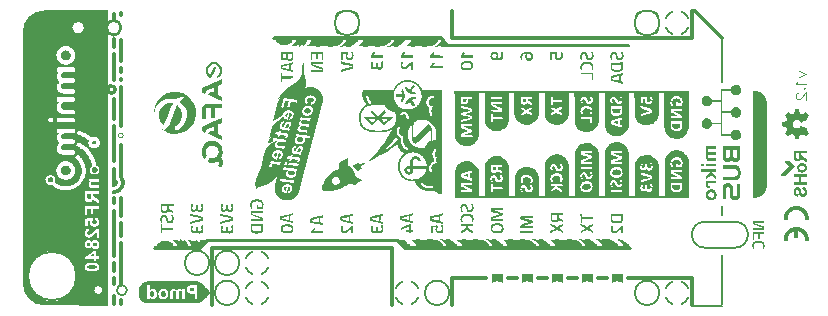
<source format=gbo>
G04 Layer: BottomSilkscreenLayer*
G04 EasyEDA Pro v2.2.40.8, 2025-11-29 03:04:21*
G04 Gerber Generator version 0.3*
G04 Scale: 100 percent, Rotated: No, Reflected: No*
G04 Dimensions in millimeters*
G04 Leading zeros omitted, absolute positions, 4 integers and 5 decimals*
G04 Generated by custom config*
%FSLAX45Y45*%
%MOMM*%
%ADD10C,0.12*%
%ADD11C,0.2*%
%ADD12C,0.1*%
%ADD13C,0.16*%
%ADD14C,0.3*%
%ADD15C,0.25*%
%ADD16C,0.5*%
%ADD17C,0.2587*%
%ADD18C,0.254*%
G75*


G04 Image Start*
G36*
G01X5659401Y1251627D02*
G01X5659695Y1089492D01*
G01X5659990Y927356D01*
G01X3678251Y927356D01*
G01X3678073Y992143D01*
G01X3728234Y992143D01*
G01X3728234Y982593D01*
G01X3729336Y980533D01*
G01X3730438Y978473D01*
G01X3730438Y978473D01*
G01X3823667Y978473D01*
G01X3825734Y979984D01*
G01X3827801Y981496D01*
G01X3827801Y999548D01*
G01X3823687Y1004094D01*
G01X3795854Y1018770D01*
G01X3752194Y1040771D01*
G01X3788746Y1040441D01*
G01X3825299Y1040111D01*
G01X3826816Y1041370D01*
G01X3828333Y1042629D01*
G01X3828333Y1054974D01*
G01X3827041Y1058343D01*
G01X3732823Y1058343D01*
G01X3728766Y1053853D01*
G01X3728766Y1036298D01*
G01X3730187Y1033645D01*
G01X3731607Y1030992D01*
G01X3738173Y1027182D01*
G01X3744739Y1023372D01*
G01X3772280Y1009442D01*
G01X3799821Y995512D01*
G01X3729526Y995512D01*
G01X3728234Y992143D01*
G01X3678073Y992143D01*
G01X3677951Y1036778D01*
G01X3677745Y1111996D01*
G01X3728234Y1111996D01*
G01X3729565Y1110224D01*
G01X3730896Y1108452D01*
G01X3750596Y1101667D01*
G01X3770297Y1094882D01*
G01X3798327Y1085459D01*
G01X3798327Y1085459D01*
G01X3826356Y1076035D01*
G01X3827329Y1077572D01*
G01X3828301Y1079109D01*
G01X3828317Y1087232D01*
G01X3828333Y1095354D01*
G01X3827002Y1096407D01*
G01X3825671Y1097460D01*
G01X3815289Y1100885D01*
G01X3804906Y1104310D01*
G01X3804906Y1140267D01*
G01X3815139Y1143466D01*
G01X3825372Y1146665D01*
G01X3826853Y1147894D01*
G01X3828333Y1149122D01*
G01X3828333Y1162531D01*
G01X3827041Y1165901D01*
G01X3824233Y1165901D01*
G01X3777118Y1149964D01*
G01X3730003Y1134028D01*
G01X3729135Y1132659D01*
G01X3728266Y1131290D01*
G01X3728250Y1121643D01*
G01X3728234Y1111996D01*
G01X3677745Y1111996D01*
G01X3677651Y1146199D01*
G01X3678488Y1153985D01*
G01X3679324Y1161771D01*
G01X3682075Y1170492D01*
G01X3684826Y1179212D01*
G01X3692921Y1195332D01*
G01X3696858Y1200584D01*
G01X3700794Y1205835D01*
G01X3711728Y1217209D01*
G01X3717858Y1221973D01*
G01X3723988Y1226737D01*
G01X3732767Y1231366D01*
G01X3741545Y1235995D01*
G01X3750226Y1238703D01*
G01X3758908Y1241410D01*
G01X3769678Y1242516D01*
G01X3780449Y1243621D01*
G01X3790281Y1242589D01*
G01X3800114Y1241558D01*
G01X3806348Y1239921D01*
G01X3812582Y1238285D01*
G01X3820501Y1234988D01*
G01X3828420Y1231692D01*
G01X3844839Y1221015D01*
G01X3853407Y1212360D01*
G01X3861974Y1203705D01*
G01X3873102Y1185620D01*
G01X3879260Y1169628D01*
G01X3882583Y1153503D01*
G01X3883073Y1145059D01*
G01X3883564Y1136615D01*
G01X3883708Y944354D01*
G01X3907402Y944641D01*
G01X3931096Y944928D01*
G01X3931570Y1050640D01*
G01X3982743Y1050640D01*
G01X3982743Y978721D01*
G01X3985139Y978079D01*
G01X3985139Y978079D01*
G01X3987535Y977437D01*
G01X3993924Y977437D01*
G01X3996289Y978071D01*
G01X3998653Y978705D01*
G01X3999249Y1004564D01*
G01X4081179Y1005629D01*
G01X4082074Y1010155D01*
G01X4082968Y1014681D01*
G01X4082074Y1019206D01*
G01X4081179Y1023732D01*
G01X3999249Y1024797D01*
G01X3998950Y1037771D01*
G01X3998652Y1050744D01*
G01X3996821Y1051225D01*
G01X3994989Y1051706D01*
G01X3991262Y1051815D01*
G01X3987535Y1051924D01*
G01X3982743Y1050640D01*
G01X3931570Y1050640D01*
G01X3931780Y1097358D01*
G01X3980613Y1097358D01*
G01X3980613Y1087201D01*
G01X3983005Y1075914D01*
G01X3984980Y1072010D01*
G01X3986954Y1068107D01*
G01X3990121Y1067411D01*
G01X3993287Y1066716D01*
G01X4002976Y1068169D01*
G01X4002976Y1070377D01*
G01X4000048Y1076340D01*
G01X3997119Y1082304D01*
G01X3997119Y1097925D01*
G01X4000107Y1100497D01*
G01X4003095Y1103070D01*
G01X4011275Y1103070D01*
G01X4017763Y1095679D01*
G01X4022651Y1085494D01*
G01X4027540Y1075309D01*
G01X4031425Y1071008D01*
G01X4035310Y1066708D01*
G01X4039642Y1064400D01*
G01X4039642Y1064400D01*
G01X4043974Y1062092D01*
G01X4052494Y1062139D01*
G01X4061013Y1062185D01*
G01X4066465Y1065004D01*
G01X4071917Y1067822D01*
G01X4074886Y1071336D01*
G01X4077855Y1074849D01*
G01X4081744Y1083598D01*
G01X4082746Y1090672D01*
G01X4083747Y1097745D01*
G01X4082755Y1104755D01*
G01X4081762Y1111764D01*
G01X4079498Y1117028D01*
G01X4077233Y1122292D01*
G01X4075512Y1123298D01*
G01X4073791Y1124304D01*
G01X4060413Y1124368D01*
G01X4059804Y1122780D01*
G01X4059194Y1121191D01*
G01X4061384Y1117480D01*
G01X4063573Y1113769D01*
G01X4065278Y1108748D01*
G01X4066983Y1103727D01*
G01X4067012Y1097654D01*
G01X4067041Y1091581D01*
G01X4065340Y1088291D01*
G01X4063639Y1085002D01*
G01X4060515Y1083386D01*
G01X4057391Y1081771D01*
G01X4051060Y1081771D01*
G01X4047716Y1084584D01*
G01X4044373Y1087397D01*
G01X4038663Y1098785D01*
G01X4032952Y1110172D01*
G01X4027191Y1117018D01*
G01X4022041Y1119628D01*
G01X4016890Y1122238D01*
G01X4009134Y1122228D01*
G01X4001379Y1122218D01*
G01X3995851Y1119644D01*
G01X3990324Y1117070D01*
G01X3987056Y1112558D01*
G01X3983787Y1108046D01*
G01X3982200Y1102702D01*
G01X3980613Y1097358D01*
G01X3931780Y1097358D01*
G01X3932248Y1201576D01*
G01X3933641Y1206449D01*
G01X3982549Y1206449D01*
G01X3982928Y1185376D01*
G01X3983308Y1164303D01*
G01X3985745Y1158978D01*
G01X3988182Y1153654D01*
G01X3993924Y1147528D01*
G01X3998184Y1145556D01*
G01X4002444Y1143584D01*
G01X4017352Y1143584D01*
G01X4021621Y1145523D01*
G01X4025890Y1147462D01*
G01X4033050Y1155618D01*
G01X4034343Y1158694D01*
G01X4035637Y1161770D01*
G01X4038375Y1158179D01*
G01X4041113Y1154589D01*
G01X4047336Y1151328D01*
G01X4053558Y1148067D01*
G01X4053558Y1148067D01*
G01X4066032Y1143011D01*
G01X4078505Y1137954D01*
G01X4081859Y1139241D01*
G01X4081552Y1148939D01*
G01X4081246Y1158636D01*
G01X4065750Y1164721D01*
G01X4050255Y1170806D01*
G01X4047471Y1172879D01*
G01X4044687Y1174952D01*
G01X4041312Y1180606D01*
G01X4041312Y1190347D01*
G01X4061279Y1190637D01*
G01X4081246Y1190926D01*
G01X4081562Y1198814D01*
G01X4081878Y1206701D01*
G01X4081329Y1208132D01*
G01X4080780Y1209563D01*
G01X3985134Y1209563D01*
G01X3983841Y1208006D01*
G01X3982549Y1206449D01*
G01X3933641Y1206449D01*
G01X3937121Y1218615D01*
G01X3945257Y1236022D01*
G01X3948744Y1241163D01*
G01X3952230Y1246303D01*
G01X3957454Y1252401D01*
G01X3962677Y1258499D01*
G01X3969568Y1263982D01*
G01X3976459Y1269466D01*
G01X3984659Y1274150D01*
G01X3992860Y1278835D01*
G01X4002444Y1281907D01*
G01X4012028Y1284979D01*
G01X4022662Y1286242D01*
G01X4033296Y1287506D01*
G01X4041298Y1286778D01*
G01X4049299Y1286050D01*
G01X4056479Y1284563D01*
G01X4063659Y1283075D01*
G01X4080181Y1276699D01*
G01X4089765Y1270496D01*
G01X4099349Y1264293D01*
G01X4106560Y1257079D01*
G01X4113771Y1249866D01*
G01X4124648Y1233746D01*
G01X4127831Y1226725D01*
G01X4131015Y1219704D01*
G01X4136608Y1199446D01*
G01X4137210Y944395D01*
G01X4185073Y944395D01*
G01X4185078Y1010221D01*
G01X4233653Y1010221D01*
G01X4234865Y1001908D01*
G01X4236076Y993595D01*
G01X4238348Y988762D01*
G01X4240620Y983929D01*
G01X4243676Y983258D01*
G01X4246732Y982586D01*
G01X4256421Y984039D01*
G01X4256421Y986735D01*
G01X4253763Y992541D01*
G01X4251105Y998347D01*
G01X4250441Y1003186D01*
G01X4249778Y1008025D01*
G01X4251051Y1011882D01*
G01X4252324Y1015739D01*
G01X4254609Y1017340D01*
G01X4256894Y1018940D01*
G01X4265037Y1018940D01*
G01X4269996Y1013981D01*
G01X4276594Y1001038D01*
G01X4283193Y988095D01*
G01X4287502Y984407D01*
G01X4291810Y980718D01*
G01X4291810Y980718D01*
G01X4296668Y979063D01*
G01X4301526Y977408D01*
G01X4310344Y977408D01*
G01X4315706Y979000D01*
G01X4321068Y980593D01*
G01X4325842Y984795D01*
G01X4330617Y988998D01*
G01X4333685Y995716D01*
G01X4336753Y1002434D01*
G01X4336625Y1024797D01*
G01X4334881Y1029394D01*
G01X4333138Y1033990D01*
G01X4330913Y1037114D01*
G01X4328688Y1040239D01*
G01X4315522Y1040206D01*
G01X4312592Y1038350D01*
G01X4316375Y1030789D01*
G01X4320158Y1023227D01*
G01X4320865Y1017563D01*
G01X4321573Y1011900D01*
G01X4320423Y1007630D01*
G01X4319273Y1003360D01*
G01X4316513Y1000767D01*
G01X4313753Y998174D01*
G01X4303500Y998174D01*
G01X4301270Y1000192D01*
G01X4299041Y1002209D01*
G01X4293075Y1013874D01*
G01X4287108Y1025539D01*
G01X4283410Y1029632D01*
G01X4279713Y1033725D01*
G01X4275185Y1035917D01*
G01X4270657Y1038109D01*
G01X4255287Y1038109D01*
G01X4251532Y1036540D01*
G01X4247777Y1034971D01*
G01X4244981Y1032771D01*
G01X4242185Y1030572D01*
G01X4239753Y1026993D01*
G01X4237321Y1023413D01*
G01X4235487Y1016818D01*
G01X4233653Y1010221D01*
G01X4185078Y1010221D01*
G01X4185085Y1089758D01*
G01X4234906Y1089758D01*
G01X4235808Y1070589D01*
G01X4240644Y1059559D01*
G01X4244787Y1055810D01*
G01X4244787Y1055810D01*
G01X4250870Y1055395D01*
G01X4256953Y1054980D01*
G01X4258996Y1056512D01*
G01X4261038Y1058043D01*
G01X4258712Y1061310D01*
G01X4256386Y1064577D01*
G01X4254297Y1069181D01*
G01X4252208Y1073784D01*
G01X4252184Y1080272D01*
G01X4252161Y1086761D01*
G01X4254559Y1091296D01*
G01X4256958Y1095832D01*
G01X4261215Y1098884D01*
G01X4265472Y1101937D01*
G01X4278166Y1105200D01*
G01X4295632Y1105200D01*
G01X4302018Y1103212D01*
G01X4308405Y1101224D01*
G01X4315038Y1096501D01*
G01X4317368Y1092064D01*
G01X4319698Y1087628D01*
G01X4319740Y1080052D01*
G01X4319782Y1072477D01*
G01X4311845Y1056994D01*
G01X4312415Y1056071D01*
G01X4312986Y1055148D01*
G01X4326914Y1055148D01*
G01X4329837Y1058277D01*
G01X4332760Y1061406D01*
G01X4334774Y1067595D01*
G01X4336787Y1073784D01*
G01X4336698Y1095083D01*
G01X4334306Y1101154D01*
G01X4331914Y1107226D01*
G01X4327285Y1112375D01*
G01X4322656Y1117523D01*
G01X4316602Y1120586D01*
G01X4310548Y1123649D01*
G01X4305049Y1125049D01*
G01X4299549Y1126448D01*
G01X4285173Y1126063D01*
G01X4270797Y1125678D01*
G01X4264407Y1123404D01*
G01X4258018Y1121129D01*
G01X4252418Y1117288D01*
G01X4246818Y1113447D01*
G01X4243198Y1108515D01*
G01X4239578Y1103583D01*
G01X4237242Y1096671D01*
G01X4234906Y1089758D01*
G01X4185085Y1089758D01*
G01X4185085Y1097213D01*
G01X4186615Y1107363D01*
G01X4188146Y1117514D01*
G01X4191001Y1125467D01*
G01X4193856Y1133420D01*
G01X4196534Y1138745D01*
G01X4199211Y1144069D01*
G01X4203509Y1150459D01*
G01X4207806Y1156849D01*
G01X4215874Y1164894D01*
G01X4223941Y1172939D01*
G01X4231731Y1178067D01*
G01X4239521Y1183195D01*
G01X4247705Y1186643D01*
G01X4255888Y1190090D01*
G01X4270797Y1194121D01*
G01X4307003Y1193953D01*
G01X4316362Y1191101D01*
G01X4325720Y1188250D01*
G01X4333400Y1184385D01*
G01X4341080Y1180520D01*
G01X4347441Y1176204D01*
G01X4353802Y1171887D01*
G01X4368234Y1157455D01*
G01X4374068Y1148505D01*
G01X4379902Y1139555D01*
G01X4383092Y1131586D01*
G01X4386283Y1123618D01*
G01X4387931Y1117337D01*
G01X4389580Y1111057D01*
G01X4390536Y1101937D01*
G01X4391492Y1092818D01*
G01X4391409Y1091288D01*
G01X4391327Y1089758D01*
G01X4391494Y1017056D01*
G01X4391662Y944354D01*
G01X4415356Y944641D01*
G01X4439050Y944928D01*
G01X4439262Y995338D01*
G01X4489632Y995338D01*
G01X4489632Y981820D01*
G01X4491211Y980241D01*
G01X4492789Y978662D01*
G01X4496809Y979714D01*
G01X4516129Y994111D01*
G01X4535449Y1008509D01*
G01X4538772Y1007233D01*
G01X4559324Y993966D01*
G01X4579876Y980698D01*
G01X4583750Y978851D01*
G01X4583750Y978851D01*
G01X4587624Y977003D01*
G01X4590265Y979644D01*
G01X4590265Y996748D01*
G01X4588135Y998324D01*
G01X4586005Y999900D01*
G01X4563196Y1013946D01*
G01X4540387Y1027992D01*
G01X4564261Y1028269D01*
G01X4588135Y1028546D01*
G01X4590797Y1032127D01*
G01X4590797Y1043574D01*
G01X4589689Y1045644D01*
G01X4588581Y1047715D01*
G01X4539905Y1047438D01*
G01X4491230Y1047161D01*
G01X4491230Y1029057D01*
G01X4513592Y1028762D01*
G01X4535955Y1028467D01*
G01X4513498Y1013738D01*
G01X4491041Y999009D01*
G01X4490337Y997173D01*
G01X4489632Y995338D01*
G01X4439262Y995338D01*
G01X4439618Y1079641D01*
G01X4439659Y1089450D01*
G01X4488567Y1089450D01*
G01X4490709Y1082516D01*
G01X4492851Y1075581D01*
G01X4495928Y1072286D01*
G01X4499006Y1068992D01*
G01X4499006Y1068992D01*
G01X4510523Y1068992D01*
G01X4512544Y1070470D01*
G01X4514566Y1071948D01*
G01X4511599Y1076431D01*
G01X4508633Y1080914D01*
G01X4505606Y1089493D01*
G01X4505606Y1098878D01*
G01X4508908Y1106797D01*
G01X4512260Y1110260D01*
G01X4515612Y1113724D01*
G01X4521524Y1115977D01*
G01X4527436Y1118231D01*
G01X4537020Y1118768D01*
G01X4546604Y1119305D01*
G01X4560448Y1115766D01*
G01X4564310Y1113217D01*
G01X4568172Y1110668D01*
G01X4570699Y1106602D01*
G01X4573226Y1102537D01*
G01X4573226Y1085322D01*
G01X4569765Y1078605D01*
G01X4566305Y1071888D01*
G01X4566305Y1068992D01*
G01X4581061Y1068992D01*
G01X4582769Y1070700D01*
G01X4584478Y1072409D01*
G01X4586428Y1076291D01*
G01X4588378Y1080174D01*
G01X4589727Y1085904D01*
G01X4591077Y1091635D01*
G01X4590549Y1100891D01*
G01X4590021Y1110146D01*
G01X4587070Y1116722D01*
G01X4584119Y1123298D01*
G01X4579397Y1127651D01*
G01X4574674Y1132005D01*
G01X4568093Y1135081D01*
G01X4561513Y1138158D01*
G01X4555656Y1139199D01*
G01X4549799Y1140239D01*
G01X4538084Y1139859D01*
G01X4526369Y1139479D01*
G01X4519448Y1137165D01*
G01X4512527Y1134852D01*
G01X4502943Y1128747D01*
G01X4499556Y1125226D01*
G01X4496169Y1121706D01*
G01X4493488Y1116336D01*
G01X4490807Y1110967D01*
G01X4489713Y1106219D01*
G01X4488619Y1101472D01*
G01X4488593Y1095461D01*
G01X4488567Y1089450D01*
G01X4439659Y1089450D01*
G01X4440067Y1186223D01*
G01X4487456Y1186223D01*
G01X4490630Y1170999D01*
G01X4492527Y1167119D01*
G01X4494424Y1163238D01*
G01X4508268Y1162689D01*
G01X4509691Y1163616D01*
G01X4511114Y1164543D01*
G01X4508506Y1169748D01*
G01X4505897Y1174952D01*
G01X4503325Y1185878D01*
G01X4505597Y1194315D01*
G01X4509800Y1198120D01*
G01X4514028Y1198231D01*
G01X4518255Y1198341D01*
G01X4521092Y1195699D01*
G01X4523929Y1193056D01*
G01X4535456Y1170130D01*
G01X4539433Y1165715D01*
G01X4543409Y1161300D01*
G01X4548201Y1159145D01*
G01X4548201Y1159145D01*
G01X4552993Y1156989D01*
G01X4566837Y1157080D01*
G01X4578099Y1161938D01*
G01X4582324Y1166737D01*
G01X4586548Y1171537D01*
G01X4588673Y1178415D01*
G01X4590797Y1185294D01*
G01X4590797Y1200657D01*
G01X4589098Y1206441D01*
G01X4587399Y1212225D01*
G01X4585325Y1215620D01*
G01X4583251Y1219014D01*
G01X4577486Y1219893D01*
G01X4576421Y1220041D01*
G01X4575356Y1220188D01*
G01X4571363Y1219528D01*
G01X4567369Y1218868D01*
G01X4567369Y1215681D01*
G01X4570682Y1208952D01*
G01X4573995Y1202222D01*
G01X4574534Y1195507D01*
G01X4575073Y1188792D01*
G01X4573440Y1184884D01*
G01X4571807Y1180975D01*
G01X4568873Y1179053D01*
G01X4565940Y1177131D01*
G01X4557905Y1177131D01*
G01X4555092Y1179769D01*
G01X4552278Y1182407D01*
G01X4545905Y1194901D01*
G01X4539532Y1207395D01*
G01X4535110Y1211180D01*
G01X4530688Y1214966D01*
G01X4519101Y1218334D01*
G01X4513168Y1217637D01*
G01X4507234Y1216940D01*
G01X4501894Y1213951D01*
G01X4496554Y1210962D01*
G01X4493194Y1205419D01*
G01X4489833Y1199876D01*
G01X4487456Y1186223D01*
G01X4440067Y1186223D01*
G01X4440186Y1214355D01*
G01X4442003Y1221016D01*
G01X4443820Y1227678D01*
G01X4450470Y1244922D01*
G01X4462863Y1263451D01*
G01X4471189Y1271385D01*
G01X4479516Y1279319D01*
G01X4485700Y1283408D01*
G01X4491885Y1287498D01*
G01X4499865Y1291185D01*
G01X4507845Y1294872D01*
G01X4516043Y1297150D01*
G01X4524241Y1299428D01*
G01X4560448Y1299395D01*
G01X4570032Y1296487D01*
G01X4579616Y1293578D01*
G01X4595589Y1285728D01*
G01X4603732Y1279597D01*
G01X4611875Y1273466D01*
G01X4617491Y1267339D01*
G01X4623108Y1261212D01*
G01X4628133Y1253534D01*
G01X4633158Y1245856D01*
G01X4636534Y1237747D01*
G01X4639910Y1229637D01*
G01X4642229Y1221464D01*
G01X4644549Y1213290D01*
G01X4645169Y944355D01*
G01X4668832Y944641D01*
G01X4692494Y944928D01*
G01X4692726Y1024437D01*
G01X4741603Y1024437D01*
G01X4742881Y1016098D01*
G01X4744158Y1007758D01*
G01X4747393Y1001141D01*
G01X4750627Y994523D01*
G01X4754572Y991254D01*
G01X4758518Y987985D01*
G01X4763842Y985473D01*
G01X4769167Y982961D01*
G01X4775312Y981702D01*
G01X4781456Y980443D01*
G01X4791942Y980418D01*
G01X4791942Y980418D01*
G01X4802428Y980393D01*
G01X4808693Y981667D01*
G01X4814957Y982941D01*
G01X4821785Y986168D01*
G01X4828614Y989396D01*
G01X4833172Y994087D01*
G01X4837731Y998777D01*
G01X4840473Y1004574D01*
G01X4843216Y1010371D01*
G01X4844378Y1019004D01*
G01X4845539Y1027637D01*
G01X4844347Y1035801D01*
G01X4843154Y1043966D01*
G01X4836691Y1057202D01*
G01X4832746Y1060462D01*
G01X4828801Y1063723D01*
G01X4824009Y1066061D01*
G01X4819217Y1068399D01*
G01X4807503Y1070943D01*
G01X4783010Y1071090D01*
G01X4776334Y1069516D01*
G01X4769658Y1067942D01*
G01X4758825Y1062452D01*
G01X4754207Y1057701D01*
G01X4749589Y1052949D01*
G01X4746861Y1047374D01*
G01X4744134Y1041798D01*
G01X4741603Y1024437D01*
G01X4692726Y1024437D01*
G01X4693012Y1122873D01*
G01X4741736Y1122873D01*
G01X4742384Y1115200D01*
G01X4743033Y1107526D01*
G01X4747538Y1095486D01*
G01X4750366Y1094403D01*
G01X4753193Y1093320D01*
G01X4764375Y1094703D01*
G01X4764375Y1097816D01*
G01X4761490Y1103371D01*
G01X4758605Y1108927D01*
G01X4758518Y1124548D01*
G01X4761506Y1127120D01*
G01X4764493Y1129693D01*
G01X4772603Y1129693D01*
G01X4778489Y1123836D01*
G01X4783596Y1113186D01*
G01X4788703Y1102537D01*
G01X4792627Y1097975D01*
G01X4796550Y1093412D01*
G01X4800885Y1091201D01*
G01X4805219Y1088989D01*
G01X4811299Y1088438D01*
G01X4811299Y1088438D01*
G01X4817379Y1087887D01*
G01X4823622Y1089846D01*
G01X4829866Y1091805D01*
G01X4834771Y1096701D01*
G01X4839677Y1101598D01*
G01X4843991Y1113186D01*
G01X4845471Y1126110D01*
G01X4844241Y1132893D01*
G01X4843011Y1139676D01*
G01X4840464Y1144701D01*
G01X4837917Y1149727D01*
G01X4836554Y1150275D01*
G01X4835190Y1150823D01*
G01X4829333Y1150891D01*
G01X4823476Y1150959D01*
G01X4821900Y1149962D01*
G01X4820325Y1148966D01*
G01X4823752Y1142258D01*
G01X4827179Y1135550D01*
G01X4828244Y1129880D01*
G01X4829308Y1124209D01*
G01X4827420Y1115806D01*
G01X4825659Y1113117D01*
G01X4823897Y1110429D01*
G01X4821222Y1109412D01*
G01X4818546Y1108394D01*
G01X4812458Y1108394D01*
G01X4805980Y1113846D01*
G01X4800678Y1124703D01*
G01X4795375Y1135560D01*
G01X4791618Y1139950D01*
G01X4787861Y1144340D01*
G01X4783051Y1146601D01*
G01X4778242Y1148862D01*
G01X4762663Y1148862D01*
G01X4757032Y1146055D01*
G01X4751401Y1143249D01*
G01X4745151Y1134621D01*
G01X4743443Y1128747D01*
G01X4741736Y1122873D01*
G01X4693012Y1122873D01*
G01X4693167Y1176410D01*
G01X4744142Y1176410D01*
G01X4745244Y1174350D01*
G01X4746347Y1172290D01*
G01X4840515Y1172323D01*
G01X4843697Y1174335D01*
G01X4843709Y1188796D01*
G01X4842179Y1192524D01*
G01X4745455Y1192524D01*
G01X4744171Y1187732D01*
G01X4744156Y1182071D01*
G01X4744142Y1176410D01*
G01X4744142Y1176410D01*
G01X4693167Y1176410D01*
G01X4693559Y1311263D01*
G01X4695865Y1319335D01*
G01X4698171Y1327406D01*
G01X4698324Y1327770D01*
G01X4744142Y1327770D01*
G01X4744142Y1308533D01*
G01X4745650Y1304922D01*
G01X4747158Y1301312D01*
G01X4749644Y1299756D01*
G01X4752128Y1298201D01*
G01X4783222Y1287195D01*
G01X4814316Y1276189D01*
G01X4814010Y1275884D01*
G01X4813705Y1275578D01*
G01X4755323Y1254260D01*
G01X4751256Y1252482D01*
G01X4747190Y1250705D01*
G01X4745666Y1247758D01*
G01X4744142Y1244811D01*
G01X4744158Y1234375D01*
G01X4744174Y1223939D01*
G01X4745739Y1221596D01*
G01X4748065Y1220371D01*
G01X4750391Y1219147D01*
G01X4750391Y1219147D01*
G01X4840621Y1219147D01*
G01X4843177Y1221703D01*
G01X4843177Y1235925D01*
G01X4840328Y1238289D01*
G01X4800841Y1238569D01*
G01X4761354Y1238848D01*
G01X4800719Y1252612D01*
G01X4840083Y1266376D01*
G01X4841896Y1267701D01*
G01X4843709Y1269027D01*
G01X4843709Y1284001D01*
G01X4841444Y1286266D01*
G01X4801046Y1300034D01*
G01X4760648Y1313801D01*
G01X4801606Y1314130D01*
G01X4842565Y1314458D01*
G01X4843518Y1318491D01*
G01X4844472Y1322523D01*
G01X4843759Y1327277D01*
G01X4843046Y1332030D01*
G01X4748401Y1332030D01*
G01X4744142Y1327770D01*
G01X4698324Y1327770D01*
G01X4700902Y1333894D01*
G01X4703632Y1340382D01*
G01X4710237Y1351583D01*
G01X4714876Y1357612D01*
G01X4719515Y1363641D01*
G01X4731693Y1374771D01*
G01X4744421Y1383415D01*
G01X4753198Y1387528D01*
G01X4761974Y1391641D01*
G01X4771428Y1393992D01*
G01X4780881Y1396342D01*
G01X4810698Y1396273D01*
G01X4825047Y1392767D01*
G01X4841579Y1386387D01*
G01X4860748Y1373915D01*
G01X4875268Y1359297D01*
G01X4881052Y1350605D01*
G01X4886835Y1341913D01*
G01X4893357Y1326172D01*
G01X4895663Y1317653D01*
G01X4897969Y1309134D01*
G01X4898598Y944395D01*
G01X4946471Y944395D01*
G01X4946472Y981743D01*
G01X4997586Y981743D01*
G01X4999646Y980640D01*
G01X5001706Y979538D01*
G01X5094066Y979538D01*
G01X5096621Y982094D01*
G01X5096621Y998352D01*
G01X5095911Y999062D01*
G01X5095202Y999771D01*
G01X4998879Y999771D01*
G01X4997586Y996402D01*
G01X4997586Y981743D01*
G01X4997586Y981743D01*
G01X4946472Y981743D01*
G01X4946474Y1051335D01*
G01X4995282Y1051335D01*
G01X4997767Y1037576D01*
G01X4999927Y1032544D01*
G01X5002086Y1027511D01*
G01X5005693Y1026834D01*
G01X5009300Y1026158D01*
G01X5017271Y1027653D01*
G01X5018019Y1028116D01*
G01X5018768Y1028579D01*
G01X5015668Y1035135D01*
G01X5012567Y1041691D01*
G01X5011862Y1046395D01*
G01X5011156Y1051100D01*
G01X5012389Y1055215D01*
G01X5013622Y1059330D01*
G01X5018293Y1062602D01*
G01X5026051Y1062602D01*
G01X5028633Y1060571D01*
G01X5031215Y1058541D01*
G01X5043675Y1033495D01*
G01X5048123Y1029046D01*
G01X5052572Y1024598D01*
G01X5057748Y1022834D01*
G01X5062924Y1021070D01*
G01X5062924Y1021070D01*
G01X5071742Y1021070D01*
G01X5077418Y1022756D01*
G01X5083093Y1024441D01*
G01X5088630Y1029978D01*
G01X5094166Y1035515D01*
G01X5096191Y1041338D01*
G01X5098217Y1047161D01*
G01X5098217Y1067395D01*
G01X5096289Y1072925D01*
G01X5094361Y1078456D01*
G01X5092219Y1081178D01*
G01X5090077Y1083901D01*
G01X5076649Y1083901D01*
G01X5074267Y1081031D01*
G01X5080590Y1069524D01*
G01X5081824Y1064063D01*
G01X5083059Y1058602D01*
G01X5082310Y1053613D01*
G01X5081562Y1048623D01*
G01X5078530Y1045230D01*
G01X5075498Y1041836D01*
G01X5064898Y1041836D01*
G01X5062669Y1043854D01*
G01X5060440Y1045871D01*
G01X5054473Y1057536D01*
G01X5048507Y1069201D01*
G01X5040715Y1077844D01*
G01X5036455Y1079784D01*
G01X5032195Y1081724D01*
G01X5016222Y1081724D01*
G01X5011962Y1079748D01*
G01X5007703Y1077771D01*
G01X5000890Y1070589D01*
G01X4998794Y1065797D01*
G01X4996698Y1061005D01*
G01X4995282Y1051335D01*
G01X4946474Y1051335D01*
G01X4946476Y1155844D01*
G01X4996312Y1155844D01*
G01X4996392Y1135550D01*
G01X4998549Y1128623D01*
G01X5000705Y1121696D01*
G01X5003973Y1117252D01*
G01X5007242Y1112807D01*
G01X5012219Y1109510D01*
G01X5017197Y1106213D01*
G01X5024018Y1104107D01*
G01X5030839Y1102000D01*
G01X5030839Y1102000D01*
G01X5041101Y1101386D01*
G01X5051363Y1100773D01*
G01X5060120Y1102362D01*
G01X5068876Y1103952D01*
G01X5080580Y1109310D01*
G01X5090923Y1118985D01*
G01X5093670Y1124605D01*
G01X5096417Y1130225D01*
G01X5097737Y1136955D01*
G01X5099057Y1143684D01*
G01X5098431Y1152396D01*
G01X5097805Y1161108D01*
G01X5094248Y1172044D01*
G01X5086440Y1182407D01*
G01X5070532Y1190417D01*
G01X5058818Y1192275D01*
G01X5049766Y1192391D01*
G01X5040715Y1192508D01*
G01X5033943Y1191409D01*
G01X5027172Y1190310D01*
G01X5013869Y1184278D01*
G01X5009470Y1180304D01*
G01X5005071Y1176329D01*
G01X4998842Y1165368D01*
G01X4996312Y1155844D01*
G01X4946476Y1155844D01*
G01X4946479Y1242811D01*
G01X4998119Y1242811D01*
G01X4998119Y1219228D01*
G01X5000020Y1217324D01*
G01X5001920Y1215420D01*
G01X5048753Y1215121D01*
G01X5048753Y1215121D01*
G01X5095585Y1214823D01*
G01X5096636Y1217587D01*
G01X5097686Y1220351D01*
G01X5097686Y1228593D01*
G01X5096653Y1231311D01*
G01X5095619Y1234030D01*
G01X5055558Y1234309D01*
G01X5015498Y1234588D01*
G01X5094837Y1262277D01*
G01X5096262Y1263684D01*
G01X5097686Y1265091D01*
G01X5097686Y1279799D01*
G01X5095290Y1281268D01*
G01X5092894Y1282736D01*
G01X5053734Y1295935D01*
G01X5014573Y1309134D01*
G01X5055276Y1309413D01*
G01X5095979Y1309692D01*
G01X5096816Y1311010D01*
G01X5097654Y1312328D01*
G01X5097686Y1324401D01*
G01X5096394Y1327770D01*
G01X5002546Y1327770D01*
G01X5000599Y1326007D01*
G01X4998651Y1324245D01*
G01X4998651Y1299918D01*
G01X5004508Y1294225D01*
G01X5036227Y1283134D01*
G01X5067945Y1272043D01*
G01X5067108Y1271333D01*
G01X5066272Y1270624D01*
G01X5035596Y1259528D01*
G01X5004919Y1248433D01*
G01X5001519Y1245622D01*
G01X4998119Y1242811D01*
G01X4946479Y1242811D01*
G01X4946480Y1305939D01*
G01X4948098Y1316056D01*
G01X4949717Y1326172D01*
G01X4952502Y1334692D01*
G01X4955287Y1343211D01*
G01X4957939Y1348536D01*
G01X4960590Y1353861D01*
G01X4964446Y1359707D01*
G01X4968302Y1365553D01*
G01X4975214Y1372887D01*
G01X4982126Y1380221D01*
G01X4988067Y1384793D01*
G01X4994009Y1389366D01*
G01X5000958Y1393185D01*
G01X5007907Y1397005D01*
G01X5015454Y1399642D01*
G01X5023002Y1402279D01*
G01X5032264Y1403894D01*
G01X5041526Y1405510D01*
G01X5050704Y1405414D01*
G01X5059883Y1405317D01*
G01X5067506Y1403934D01*
G01X5075129Y1402551D01*
G01X5080817Y1400686D01*
G01X5086505Y1398821D01*
G01X5095024Y1394587D01*
G01X5103543Y1390353D01*
G01X5117783Y1379851D01*
G01X5123714Y1373445D01*
G01X5129645Y1367038D01*
G01X5133753Y1360982D01*
G01X5137861Y1354925D01*
G01X5141052Y1348536D01*
G01X5144244Y1342146D01*
G01X5146613Y1334946D01*
G01X5148983Y1327745D01*
G01X5150710Y1319504D01*
G01X5152438Y1311263D01*
G01X5152761Y1127809D01*
G01X5153085Y944354D01*
G01X5200449Y944928D01*
G01X5200708Y1009694D01*
G01X5249717Y1009694D01*
G01X5251448Y1003738D01*
G01X5253179Y997783D01*
G01X5256054Y994366D01*
G01X5258930Y990949D01*
G01X5263233Y988994D01*
G01X5267537Y987039D01*
G01X5274736Y987016D01*
G01X5281936Y986992D01*
G01X5291607Y991538D01*
G01X5296717Y998238D01*
G01X5298631Y1003414D01*
G01X5300413Y998051D01*
G01X5302194Y992688D01*
G01X5305631Y989362D01*
G01X5309068Y986035D01*
G01X5316986Y982733D01*
G01X5316986Y982733D01*
G01X5327989Y982733D01*
G01X5336349Y985237D01*
G01X5341018Y989348D01*
G01X5345687Y993458D01*
G01X5351628Y1005602D01*
G01X5352446Y1027702D01*
G01X5348759Y1041324D01*
G01X5346673Y1043976D01*
G01X5344587Y1046628D01*
G01X5331024Y1046628D01*
G01X5330435Y1045677D01*
G01X5329847Y1044725D01*
G01X5332705Y1038488D01*
G01X5335563Y1032252D01*
G01X5335993Y1023732D01*
G01X5336424Y1015213D01*
G01X5333895Y1011501D01*
G01X5331367Y1007789D01*
G01X5326106Y1005128D01*
G01X5318652Y1005104D01*
G01X5315127Y1007253D01*
G01X5311602Y1009403D01*
G01X5309908Y1013373D01*
G01X5308213Y1017343D01*
G01X5307576Y1026891D01*
G01X5306938Y1036439D01*
G01X5303477Y1037428D01*
G01X5300016Y1038417D01*
G01X5293094Y1036440D01*
G01X5292510Y1027424D01*
G01X5291926Y1018408D01*
G01X5290096Y1014965D01*
G01X5288266Y1011522D01*
G01X5285142Y1009906D01*
G01X5282019Y1008291D01*
G01X5272448Y1008291D01*
G01X5269539Y1010793D01*
G01X5266631Y1013294D01*
G01X5265686Y1026359D01*
G01X5269574Y1034546D01*
G01X5273462Y1042733D01*
G01X5270732Y1044466D01*
G01X5265625Y1044482D01*
G01X5260518Y1044499D01*
G01X5255593Y1039573D01*
G01X5253163Y1033250D01*
G01X5250734Y1026927D01*
G01X5250225Y1018310D01*
G01X5249717Y1009694D01*
G01X5200708Y1009694D01*
G01X5200929Y1065030D01*
G01X5250797Y1065030D01*
G01X5251984Y1062810D01*
G01X5253172Y1060591D01*
G01X5258757Y1062241D01*
G01X5264342Y1063892D01*
G01X5349534Y1091672D01*
G01X5351098Y1094018D01*
G01X5351115Y1104803D01*
G01X5351131Y1115588D01*
G01X5349547Y1116903D01*
G01X5347963Y1118217D01*
G01X5302958Y1132972D01*
G01X5257953Y1147726D01*
G01X5252324Y1147797D01*
G01X5251031Y1144428D01*
G01X5251031Y1133026D01*
G01X5252933Y1128096D01*
G01X5291458Y1116424D01*
G01X5329984Y1104753D01*
G01X5330336Y1104177D01*
G01X5330688Y1103602D01*
G01X5292880Y1091925D01*
G01X5255072Y1080249D01*
G01X5253396Y1079023D01*
G01X5251720Y1077798D01*
G01X5251258Y1071414D01*
G01X5250797Y1065030D01*
G01X5250797Y1065030D01*
G01X5200929Y1065030D01*
G01X5201472Y1200745D01*
G01X5249682Y1200745D01*
G01X5250820Y1184148D01*
G01X5253800Y1178672D01*
G01X5256781Y1173196D01*
G01X5261360Y1170512D01*
G01X5265939Y1167828D01*
G01X5272181Y1167262D01*
G01X5278423Y1166696D01*
G01X5283829Y1168492D01*
G01X5289234Y1170287D01*
G01X5296767Y1178626D01*
G01X5297460Y1181387D01*
G01X5298153Y1184149D01*
G01X5300642Y1177953D01*
G01X5303131Y1171758D01*
G01X5310716Y1165098D01*
G01X5315508Y1163756D01*
G01X5315508Y1163756D01*
G01X5320299Y1162415D01*
G01X5325835Y1163071D01*
G01X5331371Y1163726D01*
G01X5336193Y1166206D01*
G01X5341014Y1168687D01*
G01X5344943Y1173883D01*
G01X5348873Y1179079D01*
G01X5352480Y1192407D01*
G01X5351465Y1214355D01*
G01X5349035Y1219950D01*
G01X5346606Y1225545D01*
G01X5343278Y1226564D01*
G01X5339950Y1227584D01*
G01X5335371Y1227218D01*
G01X5330793Y1226851D01*
G01X5330158Y1226216D01*
G01X5329522Y1225581D01*
G01X5335690Y1212225D01*
G01X5335690Y1194121D01*
G01X5330791Y1187252D01*
G01X5326516Y1186101D01*
G01X5322240Y1184950D01*
G01X5318758Y1186099D01*
G01X5315276Y1187248D01*
G01X5312594Y1190152D01*
G01X5309912Y1193056D01*
G01X5308254Y1197316D01*
G01X5306938Y1217550D01*
G01X5301261Y1217874D01*
G01X5295584Y1218199D01*
G01X5292562Y1215691D01*
G01X5292556Y1209166D01*
G01X5292550Y1202641D01*
G01X5291498Y1198853D01*
G01X5290446Y1195065D01*
G01X5287294Y1192045D01*
G01X5284142Y1189026D01*
G01X5278794Y1188512D01*
G01X5273447Y1187998D01*
G01X5265693Y1195752D01*
G01X5266128Y1202573D01*
G01X5266562Y1209394D01*
G01X5269964Y1215991D01*
G01X5273367Y1222589D01*
G01X5272785Y1223530D01*
G01X5272203Y1224472D01*
G01X5259880Y1224472D01*
G01X5256604Y1220744D01*
G01X5254494Y1216485D01*
G01X5252385Y1212225D01*
G01X5251034Y1206485D01*
G01X5249682Y1200745D01*
G01X5201472Y1200745D01*
G01X5201513Y1211160D01*
G01X5204403Y1220360D01*
G01X5207292Y1229559D01*
G01X5212735Y1241865D01*
G01X5218499Y1250529D01*
G01X5224264Y1259193D01*
G01X5232662Y1267217D01*
G01X5241060Y1275240D01*
G01X5258767Y1286138D01*
G01X5267785Y1289401D01*
G01X5276802Y1292664D01*
G01X5286545Y1294367D01*
G01X5296289Y1296069D01*
G01X5320781Y1294897D01*
G01X5329301Y1292678D01*
G01X5337820Y1290460D01*
G01X5348469Y1285227D01*
G01X5359118Y1279994D01*
G01X5367705Y1273153D01*
G01X5376292Y1266312D01*
G01X5383442Y1257375D01*
G01X5390592Y1248438D01*
G01X5395349Y1238851D01*
G01X5400106Y1229264D01*
G01X5405954Y1207965D01*
G01X5406262Y1076180D01*
G01X5406569Y944395D01*
G01X5454426Y944395D01*
G01X5454426Y1055739D01*
G01X5505540Y1055739D01*
G01X5505559Y1038671D01*
G01X5505577Y1021603D01*
G01X5507074Y1014541D01*
G01X5508571Y1007479D01*
G01X5511255Y1002294D01*
G01X5513939Y997109D01*
G01X5516396Y994284D01*
G01X5518852Y991459D01*
G01X5523553Y988149D01*
G01X5528254Y984840D01*
G01X5528254Y984840D01*
G01X5535267Y982656D01*
G01X5542279Y980472D01*
G01X5565707Y980507D01*
G01X5577989Y983780D01*
G01X5583029Y986361D01*
G01X5588070Y988943D01*
G01X5592542Y993558D01*
G01X5597013Y998174D01*
G01X5599721Y1004109D01*
G01X5602429Y1010044D01*
G01X5603502Y1015703D01*
G01X5604576Y1021361D01*
G01X5604576Y1057917D01*
G01X5602020Y1060472D01*
G01X5508856Y1060472D01*
G01X5505540Y1055739D01*
G01X5454426Y1055739D01*
G01X5454426Y1103151D01*
G01X5505196Y1103151D01*
G01X5505259Y1096521D01*
G01X5505321Y1089890D01*
G01X5507276Y1088460D01*
G01X5507276Y1088460D01*
G01X5509231Y1087031D01*
G01X5554663Y1087330D01*
G01X5600094Y1087628D01*
G01X5604576Y1091686D01*
G01X5604576Y1108675D01*
G01X5597410Y1115316D01*
G01X5529035Y1149927D01*
G01X5603578Y1149927D01*
G01X5604330Y1151790D01*
G01X5605083Y1153654D01*
G01X5605083Y1163238D01*
G01X5604330Y1165102D01*
G01X5603578Y1166965D01*
G01X5508887Y1166965D01*
G01X5507214Y1165292D01*
G01X5505540Y1163618D01*
G01X5505540Y1145561D01*
G01X5507116Y1142513D01*
G01X5508692Y1139466D01*
G01X5519629Y1133611D01*
G01X5530565Y1127757D01*
G01X5552840Y1116478D01*
G01X5575114Y1105199D01*
G01X5575381Y1104933D01*
G01X5575648Y1104667D01*
G01X5541538Y1105025D01*
G01X5507427Y1105382D01*
G01X5505196Y1103151D01*
G01X5454426Y1103151D01*
G01X5454426Y1215155D01*
G01X5504187Y1215155D01*
G01X5506541Y1207405D01*
G01X5508895Y1199655D01*
G01X5514961Y1193589D01*
G01X5526306Y1193621D01*
G01X5527833Y1194587D01*
G01X5529359Y1195554D01*
G01X5526078Y1202824D01*
G01X5522797Y1210095D01*
G01X5521485Y1215818D01*
G01X5520173Y1221541D01*
G01X5520828Y1227803D01*
G01X5521482Y1234064D01*
G01X5526734Y1244428D01*
G01X5530123Y1247280D01*
G01X5533512Y1250132D01*
G01X5541650Y1254284D01*
G01X5548887Y1255309D01*
G01X5556123Y1256335D01*
G01X5562538Y1255427D01*
G01X5568952Y1254519D01*
G01X5576887Y1251204D01*
G01X5580589Y1248381D01*
G01X5584290Y1245558D01*
G01X5587187Y1239636D01*
G01X5590084Y1233715D01*
G01X5590119Y1226697D01*
G01X5590154Y1219679D01*
G01X5588565Y1216485D01*
G01X5586976Y1213290D01*
G01X5564642Y1213290D01*
G01X5563577Y1233524D01*
G01X5549734Y1233524D01*
G01X5549441Y1214892D01*
G01X5549149Y1196261D01*
G01X5550976Y1194925D01*
G01X5550976Y1194925D01*
G01X5552803Y1193589D01*
G01X5597779Y1193589D01*
G01X5599647Y1194954D01*
G01X5601514Y1196320D01*
G01X5605919Y1209030D01*
G01X5606442Y1222714D01*
G01X5606964Y1236399D01*
G01X5605111Y1243245D01*
G01X5603258Y1250091D01*
G01X5599316Y1256184D01*
G01X5595374Y1262277D01*
G01X5591722Y1265052D01*
G01X5588070Y1267826D01*
G01X5583278Y1270279D01*
G01X5578486Y1272731D01*
G01X5573694Y1274116D01*
G01X5568902Y1275501D01*
G01X5555590Y1275186D01*
G01X5542279Y1274872D01*
G01X5530565Y1270849D01*
G01X5517787Y1262195D01*
G01X5508781Y1248840D01*
G01X5507077Y1243312D01*
G01X5505373Y1237783D01*
G01X5504780Y1226469D01*
G01X5504187Y1215155D01*
G01X5454426Y1215155D01*
G01X5454426Y1240167D01*
G01X5455989Y1249092D01*
G01X5457552Y1258017D01*
G01X5460095Y1265471D01*
G01X5462638Y1272926D01*
G01X5465601Y1278783D01*
G01X5468564Y1284640D01*
G01X5472670Y1290697D01*
G01X5476777Y1296753D01*
G01X5482708Y1303159D01*
G01X5488639Y1309565D01*
G01X5503086Y1320276D01*
G01X5511501Y1324485D01*
G01X5519917Y1328695D01*
G01X5529501Y1331616D01*
G01X5539085Y1334538D01*
G01X5575291Y1334571D01*
G01X5583489Y1332293D01*
G01X5591687Y1330015D01*
G01X5599790Y1326271D01*
G01X5607893Y1322527D01*
G01X5615020Y1317779D01*
G01X5622146Y1313031D01*
G01X5636769Y1298484D01*
G01X5641460Y1291928D01*
G01X5646151Y1285372D01*
G01X5654474Y1267601D01*
G01X5659401Y1251627D01*
G37*
G36*
G01X5575291Y1003958D02*
G01X5569434Y1002196D01*
G01X5563577Y1000434D01*
G01X5553993Y1000495D01*
G01X5544409Y1000556D01*
G01X5538509Y1002819D01*
G01X5532608Y1005082D01*
G01X5528711Y1009083D01*
G01X5524813Y1013083D01*
G01X5523084Y1017232D01*
G01X5521355Y1021381D01*
G01X5520134Y1040239D01*
G01X5588850Y1040239D01*
G01X5588397Y1029856D01*
G01X5587943Y1019473D01*
G01X5585641Y1015050D01*
G01X5583339Y1010627D01*
G01X5575291Y1003958D01*
G37*
G36*
G01X4808056Y1002351D02*
G01X4801154Y1000587D01*
G01X4789420Y1001055D01*
G01X4777686Y1001522D01*
G01X4772400Y1003882D01*
G01X4767115Y1006242D01*
G01X4763009Y1009888D01*
G01X4759097Y1018408D01*
G01X4759074Y1025260D01*
G01X4759050Y1032112D01*
G01X4761289Y1036737D01*
G01X4763528Y1041362D01*
G01X4770378Y1046587D01*
G01X4775097Y1048313D01*
G01X4779816Y1050040D01*
G01X4792062Y1050416D01*
G01X4804308Y1050792D01*
G01X4808734Y1049847D01*
G01X4813160Y1048903D01*
G01X4817419Y1046731D01*
G01X4821678Y1044558D01*
G01X4826017Y1039041D01*
G01X4828533Y1031418D01*
G01X4828018Y1024215D01*
G01X4827502Y1017013D01*
G01X4825092Y1013113D01*
G01X4822682Y1009213D01*
G01X4818819Y1006663D01*
G01X4814957Y1004114D01*
G01X4808056Y1002351D01*
G37*
G36*
G01X3789997Y1136082D02*
G01X3789997Y1108633D01*
G01X3770916Y1114756D01*
G01X3751834Y1120879D01*
G01X3749884Y1121688D01*
G01X3747934Y1122496D01*
G01X3789465Y1136033D01*
G01X3789997Y1136082D01*
G37*
G36*
G01X5063302Y1123788D02*
G01X5056688Y1121885D01*
G01X5046025Y1121928D01*
G01X5035362Y1121970D01*
G01X5028993Y1123968D01*
G01X5022623Y1125966D01*
G01X5018693Y1129890D01*
G01X5014763Y1133814D01*
G01X5013635Y1137877D01*
G01X5012507Y1141940D01*
G01X5012524Y1147264D01*
G01X5012542Y1152589D01*
G01X5014511Y1156924D01*
G01X5016479Y1161259D01*
G01X5020551Y1164615D01*
G01X5024622Y1167971D01*
G01X5029423Y1169607D01*
G01X5034224Y1171243D01*
G01X5044391Y1171705D01*
G01X5054558Y1172167D01*
G01X5059883Y1171278D01*
G01X5065207Y1170388D01*
G01X5068275Y1169183D01*
G01X5071342Y1167977D01*
G01X5074422Y1165784D01*
G01X5077502Y1163591D01*
G01X5082026Y1154722D01*
G01X5082026Y1140792D01*
G01X5080134Y1136804D01*
G01X5078242Y1132817D01*
G01X5074079Y1129254D01*
G01X5069917Y1125691D01*
G01X5063302Y1123788D01*
G37*
G36*
G01X4016923Y1163593D02*
G01X4007133Y1163593D01*
G01X4001941Y1166995D01*
G01X4000095Y1169812D01*
G01X3998250Y1172629D01*
G01X3998184Y1189861D01*
G01X4012429Y1190159D01*
G01X4026674Y1190458D01*
G01X4025732Y1172517D01*
G01X4023923Y1169756D01*
G01X4022114Y1166995D01*
G01X4016923Y1163593D01*
G37*
G36*
G01X3812893Y1375749D02*
G01X3803309Y1373364D01*
G01X3793724Y1370978D01*
G01X3763907Y1371047D01*
G01X3754856Y1373459D01*
G01X3745804Y1375871D01*
G01X3738405Y1379019D01*
G01X3731005Y1382166D01*
G01X3722376Y1387908D01*
G01X3713746Y1393650D01*
G01X3705813Y1401976D01*
G01X3697880Y1410302D01*
G01X3693791Y1416487D01*
G01X3689702Y1422671D01*
G01X3685976Y1430736D01*
G01X3682250Y1438802D01*
G01X3676591Y1459289D01*
G01X3676449Y1551165D01*
G01X3728766Y1551165D01*
G01X3728818Y1540111D01*
G01X3728870Y1529058D01*
G01X3731052Y1526121D01*
G01X3733234Y1523184D01*
G01X3776686Y1507808D01*
G01X3798607Y1500024D01*
G01X3797798Y1499215D01*
G01X3766047Y1487584D01*
G01X3734297Y1475953D01*
G01X3731531Y1473187D01*
G01X3728766Y1470422D01*
G01X3728766Y1447118D01*
G01X3730667Y1445216D01*
G01X3732567Y1443315D01*
G01X3778587Y1443040D01*
G01X3778587Y1443040D01*
G01X3824606Y1442766D01*
G01X3827388Y1444579D01*
G01X3827960Y1450336D01*
G01X3828533Y1456094D01*
G01X3827399Y1459010D01*
G01X3826266Y1461926D01*
G01X3785839Y1462204D01*
G01X3745412Y1462483D01*
G01X3825477Y1490172D01*
G01X3826905Y1491579D01*
G01X3828333Y1492986D01*
G01X3828333Y1505753D01*
G01X3827313Y1507659D01*
G01X3826293Y1509566D01*
G01X3785650Y1523297D01*
G01X3745007Y1537028D01*
G01X3786017Y1537307D01*
G01X3827027Y1537586D01*
G01X3827666Y1539969D01*
G01X3828304Y1542353D01*
G01X3828304Y1550873D01*
G01X3827020Y1555665D01*
G01X3732823Y1555665D01*
G01X3730795Y1553415D01*
G01X3728766Y1551165D01*
G01X3676449Y1551165D01*
G01X3676297Y1649645D01*
G01X3676212Y1704475D01*
G01X3728009Y1704475D01*
G01X3728426Y1697098D01*
G01X3728843Y1689721D01*
G01X3730065Y1688985D01*
G01X3731288Y1688248D01*
G01X3807938Y1671224D01*
G01X3807374Y1670661D01*
G01X3731276Y1652707D01*
G01X3729755Y1651445D01*
G01X3728234Y1650183D01*
G01X3728234Y1633665D01*
G01X3731324Y1631100D01*
G01X3769944Y1621748D01*
G01X3808564Y1612397D01*
G01X3806469Y1611800D01*
G01X3804373Y1611204D01*
G01X3767635Y1603044D01*
G01X3730896Y1594885D01*
G01X3729565Y1593175D01*
G01X3728234Y1591465D01*
G01X3728234Y1578134D01*
G01X3728234Y1578134D01*
G01X3729982Y1577156D01*
G01X3731731Y1576177D01*
G01X3733443Y1576547D01*
G01X3735155Y1576917D01*
G01X3824606Y1599553D01*
G01X3826470Y1601688D01*
G01X3828333Y1603823D01*
G01X3828333Y1622895D01*
G01X3826237Y1626814D01*
G01X3794540Y1634552D01*
G01X3762843Y1642290D01*
G01X3761236Y1643637D01*
G01X3824606Y1658146D01*
G01X3828333Y1661423D01*
G01X3828333Y1681984D01*
G01X3825671Y1685447D01*
G01X3779348Y1697180D01*
G01X3733026Y1708912D01*
G01X3730438Y1709015D01*
G01X3729224Y1706745D01*
G01X3728009Y1704475D01*
G01X3676212Y1704475D01*
G01X3676087Y1785434D01*
G01X3729106Y1785434D01*
G01X3729487Y1765062D01*
G01X3729868Y1744690D01*
G01X3734737Y1734040D01*
G01X3740480Y1727914D01*
G01X3745804Y1725397D01*
G01X3751129Y1722879D01*
G01X3759342Y1722869D01*
G01X3759342Y1722869D01*
G01X3767555Y1722859D01*
G01X3779073Y1727168D01*
G01X3782954Y1730937D01*
G01X3786834Y1734706D01*
G01X3789692Y1740230D01*
G01X3792550Y1745755D01*
G01X3793428Y1768651D01*
G01X3826129Y1768651D01*
G01X3827231Y1770711D01*
G01X3828333Y1772770D01*
G01X3828333Y1786328D01*
G01X3825778Y1788884D01*
G01X3734032Y1788884D01*
G01X3731569Y1787159D01*
G01X3729106Y1785434D01*
G01X3676087Y1785434D01*
G01X3676003Y1840001D01*
G01X5660003Y1840001D01*
G01X5659703Y1679463D01*
G01X5659402Y1518925D01*
G01X5657078Y1510751D01*
G01X5654753Y1502577D01*
G01X5648187Y1486803D01*
G01X5642773Y1478556D01*
G01X5637359Y1470309D01*
G01X5629753Y1462615D01*
G01X5622146Y1454920D01*
G01X5615351Y1450314D01*
G01X5608556Y1445708D01*
G01X5599910Y1441665D01*
G01X5591264Y1437623D01*
G01X5582213Y1435282D01*
G01X5573161Y1432942D01*
G01X5560915Y1432412D01*
G01X5548669Y1431883D01*
G01X5529870Y1435427D01*
G01X5521041Y1438622D01*
G01X5512212Y1441817D01*
G01X5494504Y1452714D01*
G01X5486283Y1460569D01*
G01X5478061Y1468424D01*
G01X5467043Y1484363D01*
G01X5463508Y1492059D01*
G01X5459973Y1499756D01*
G01X5457638Y1508144D01*
G01X5455303Y1516533D01*
G01X5453426Y1542353D01*
G01X5453419Y1573525D01*
G01X5505297Y1573525D01*
G01X5505807Y1552614D01*
G01X5506317Y1531704D01*
G01X5508527Y1525598D01*
G01X5510738Y1519493D01*
G01X5517313Y1509937D01*
G01X5524266Y1504633D01*
G01X5530321Y1501861D01*
G01X5536376Y1499089D01*
G01X5545848Y1497893D01*
G01X5545848Y1497893D01*
G01X5555321Y1496697D01*
G01X5565306Y1498332D01*
G01X5575291Y1499967D01*
G01X5581319Y1502822D01*
G01X5587347Y1505678D01*
G01X5591671Y1509874D01*
G01X5595994Y1514070D01*
G01X5599086Y1520224D01*
G01X5602179Y1526379D01*
G01X5603377Y1532022D01*
G01X5604576Y1537666D01*
G01X5604576Y1575793D01*
G01X5600848Y1577963D01*
G01X5509800Y1578028D01*
G01X5505297Y1573525D01*
G01X5453419Y1573525D01*
G01X5453408Y1620707D01*
G01X5505196Y1620707D01*
G01X5505259Y1614076D01*
G01X5505321Y1607446D01*
G01X5507276Y1606016D01*
G01X5507276Y1606016D01*
G01X5509231Y1604587D01*
G01X5554663Y1604885D01*
G01X5600094Y1605184D01*
G01X5604576Y1609241D01*
G01X5604576Y1626231D01*
G01X5597410Y1632872D01*
G01X5529035Y1667482D01*
G01X5603578Y1667482D01*
G01X5604330Y1669346D01*
G01X5605083Y1671210D01*
G01X5605083Y1680794D01*
G01X5604330Y1682658D01*
G01X5603578Y1684521D01*
G01X5508887Y1684521D01*
G01X5507214Y1682848D01*
G01X5505540Y1681174D01*
G01X5505540Y1663117D01*
G01X5507124Y1660055D01*
G01X5508707Y1656994D01*
G01X5518571Y1651685D01*
G01X5528436Y1646376D01*
G01X5551779Y1634561D01*
G01X5575122Y1622747D01*
G01X5575648Y1622223D01*
G01X5541538Y1622580D01*
G01X5507427Y1622938D01*
G01X5505196Y1620707D01*
G01X5453408Y1620707D01*
G01X5453393Y1682125D01*
G01X5453381Y1733829D01*
G01X5504186Y1733829D01*
G01X5505540Y1728078D01*
G01X5506894Y1722326D01*
G01X5508866Y1718403D01*
G01X5510836Y1714480D01*
G01X5513217Y1712812D01*
G01X5513217Y1712812D01*
G01X5515598Y1711144D01*
G01X5526306Y1711177D01*
G01X5527833Y1712143D01*
G01X5529359Y1713109D01*
G01X5526078Y1720380D01*
G01X5522797Y1727651D01*
G01X5521487Y1733366D01*
G01X5520177Y1739082D01*
G01X5521330Y1750257D01*
G01X5523686Y1755734D01*
G01X5526042Y1761212D01*
G01X5529665Y1764392D01*
G01X5533287Y1767573D01*
G01X5537470Y1769707D01*
G01X5541653Y1771841D01*
G01X5548535Y1772815D01*
G01X5555418Y1773790D01*
G01X5569099Y1772094D01*
G01X5573792Y1769974D01*
G01X5578486Y1767854D01*
G01X5582111Y1764259D01*
G01X5585737Y1760664D01*
G01X5590048Y1751079D01*
G01X5590101Y1744157D01*
G01X5590154Y1737235D01*
G01X5588565Y1734040D01*
G01X5586976Y1730846D01*
G01X5564642Y1730846D01*
G01X5563577Y1751079D01*
G01X5549734Y1751079D01*
G01X5549441Y1732448D01*
G01X5549149Y1713817D01*
G01X5552803Y1711144D01*
G01X5597779Y1711144D01*
G01X5599647Y1712510D01*
G01X5601514Y1713876D01*
G01X5605928Y1726586D01*
G01X5606436Y1740547D01*
G01X5606943Y1754508D01*
G01X5605143Y1760780D01*
G01X5603343Y1767053D01*
G01X5600659Y1771683D01*
G01X5597975Y1776313D01*
G01X5593591Y1780567D01*
G01X5589207Y1784822D01*
G01X5584097Y1787411D01*
G01X5578987Y1790001D01*
G01X5573412Y1791564D01*
G01X5567837Y1793127D01*
G01X5542279Y1792361D01*
G01X5536422Y1790383D01*
G01X5530565Y1788405D01*
G01X5517787Y1779751D01*
G01X5508781Y1766396D01*
G01X5507083Y1760867D01*
G01X5505386Y1755339D01*
G01X5504786Y1744584D01*
G01X5504186Y1733829D01*
G01X5453381Y1733829D01*
G01X5453361Y1821897D01*
G01X5405505Y1821897D01*
G01X5405179Y1725787D01*
G01X5404853Y1629677D01*
G01X5399885Y1613703D01*
G01X5396371Y1606044D01*
G01X5392857Y1598384D01*
G01X5388768Y1592200D01*
G01X5384679Y1586015D01*
G01X5369150Y1569717D01*
G01X5361240Y1564249D01*
G01X5353330Y1558780D01*
G01X5339950Y1552569D01*
G01X5320781Y1546772D01*
G01X5285640Y1546738D01*
G01X5269062Y1551336D01*
G01X5260186Y1555496D01*
G01X5251310Y1559655D01*
G01X5244515Y1564268D01*
G01X5237720Y1568880D01*
G01X5230226Y1576383D01*
G01X5222733Y1583885D01*
G01X5217206Y1592318D01*
G01X5211680Y1600750D01*
G01X5205113Y1616524D01*
G01X5202801Y1624698D01*
G01X5201791Y1628269D01*
G01X5250753Y1628269D01*
G01X5251444Y1625512D01*
G01X5251444Y1625512D01*
G01X5252136Y1622755D01*
G01X5256713Y1622755D01*
G01X5302553Y1637724D01*
G01X5348393Y1652692D01*
G01X5351131Y1654964D01*
G01X5351115Y1665749D01*
G01X5351098Y1676534D01*
G01X5349534Y1678929D01*
G01X5320249Y1688564D01*
G01X5290964Y1698199D01*
G01X5254758Y1710030D01*
G01X5253997Y1710055D01*
G01X5253236Y1710079D01*
G01X5252003Y1707776D01*
G01X5250770Y1705472D01*
G01X5251299Y1698070D01*
G01X5251829Y1690669D01*
G01X5253076Y1689898D01*
G01X5254324Y1689127D01*
G01X5292546Y1677506D01*
G01X5330769Y1665885D01*
G01X5330035Y1665189D01*
G01X5329301Y1664493D01*
G01X5291077Y1652700D01*
G01X5252854Y1640907D01*
G01X5252410Y1640463D01*
G01X5251965Y1640018D01*
G01X5251359Y1634144D01*
G01X5250753Y1628269D01*
G01X5201791Y1628269D01*
G01X5200489Y1632872D01*
G01X5200148Y1732061D01*
G01X5252056Y1732061D01*
G01X5253407Y1731203D01*
G01X5254758Y1730346D01*
G01X5259886Y1730329D01*
G01X5265015Y1730313D01*
G01X5267074Y1731416D01*
G01X5269134Y1732518D01*
G01X5269134Y1767586D01*
G01X5289900Y1767578D01*
G01X5290059Y1747884D01*
G01X5291851Y1742526D01*
G01X5293643Y1737168D01*
G01X5296828Y1733304D01*
G01X5300014Y1729439D01*
G01X5300014Y1729439D01*
G01X5310133Y1724494D01*
G01X5318652Y1724531D01*
G01X5327171Y1724568D01*
G01X5332737Y1727029D01*
G01X5338303Y1729489D01*
G01X5342682Y1734240D01*
G01X5347061Y1738991D01*
G01X5349280Y1743970D01*
G01X5351499Y1748949D01*
G01X5352454Y1771477D01*
G01X5350632Y1777784D01*
G01X5348810Y1784092D01*
G01X5347143Y1785956D01*
G01X5345476Y1787819D01*
G01X5333560Y1787787D01*
G01X5332044Y1786827D01*
G01X5330527Y1785867D01*
G01X5333547Y1779139D01*
G01X5336566Y1772411D01*
G01X5336467Y1757005D01*
G01X5334427Y1753075D01*
G01X5332388Y1749145D01*
G01X5328731Y1747183D01*
G01X5325074Y1745222D01*
G01X5316986Y1745222D01*
G01X5313376Y1746731D01*
G01X5309766Y1748239D01*
G01X5307819Y1751205D01*
G01X5305873Y1754170D01*
G01X5304808Y1783027D01*
G01X5252628Y1783027D01*
G01X5252342Y1757544D01*
G01X5252056Y1732061D01*
G01X5200148Y1732061D01*
G01X5199840Y1821897D01*
G01X5151996Y1821897D01*
G01X5151996Y1552946D01*
G01X5150887Y1544106D01*
G01X5149779Y1535265D01*
G01X5147035Y1526562D01*
G01X5144291Y1517860D01*
G01X5137881Y1505081D01*
G01X5134023Y1499244D01*
G01X5130166Y1493408D01*
G01X5123814Y1486618D01*
G01X5117463Y1479828D01*
G01X5105298Y1470467D01*
G01X5097413Y1466214D01*
G01X5089527Y1461960D01*
G01X5083224Y1459772D01*
G01X5076921Y1457585D01*
G01X5069467Y1455897D01*
G01X5062012Y1454208D01*
G01X5048701Y1454200D01*
G01X5035390Y1454192D01*
G01X5017287Y1458622D01*
G01X5009538Y1461835D01*
G01X5001790Y1465048D01*
G01X4993033Y1470781D01*
G01X4984275Y1476514D01*
G01X4977820Y1482810D01*
G01X4971366Y1489107D01*
G01X4967007Y1494964D01*
G01X4962649Y1500821D01*
G01X4958812Y1507845D01*
G01X4954976Y1514869D01*
G01X4949851Y1529574D01*
G01X4948161Y1537782D01*
G01X4946471Y1545991D01*
G01X4946471Y1580816D01*
G01X4997586Y1580816D01*
G01X4997586Y1560185D01*
G01X5000601Y1557683D01*
G01X5047680Y1541746D01*
G01X5047680Y1541746D01*
G01X5094760Y1525808D01*
G01X5097686Y1528237D01*
G01X5097686Y1544755D01*
G01X5096355Y1545808D01*
G01X5095024Y1546861D01*
G01X5084617Y1550294D01*
G01X5074209Y1553727D01*
G01X5074500Y1571965D01*
G01X5074791Y1590203D01*
G01X5085215Y1593433D01*
G01X5095639Y1596664D01*
G01X5097654Y1599859D01*
G01X5097686Y1611932D01*
G01X5096394Y1615301D01*
G01X5092527Y1615301D01*
G01X5046388Y1599731D01*
G01X5000249Y1584162D01*
G01X4998917Y1582489D01*
G01X4997586Y1580816D01*
G01X4946471Y1580816D01*
G01X4946471Y1701086D01*
G01X4997586Y1701086D01*
G01X4997652Y1672274D01*
G01X4998633Y1664731D01*
G01X4999613Y1657188D01*
G01X5001967Y1650887D01*
G01X5004322Y1644586D01*
G01X5017287Y1631621D01*
G01X5029894Y1626910D01*
G01X5029894Y1626910D01*
G01X5038220Y1625866D01*
G01X5046545Y1624822D01*
G01X5064795Y1627090D01*
G01X5070691Y1629296D01*
G01X5076588Y1631502D01*
G01X5087376Y1640327D01*
G01X5090804Y1646534D01*
G01X5094231Y1652742D01*
G01X5096621Y1664643D01*
G01X5096621Y1703584D01*
G01X5092894Y1705755D01*
G01X5000902Y1705820D01*
G01X4997586Y1701086D01*
G01X4946471Y1701086D01*
G01X4946471Y1758758D01*
G01X4995214Y1758758D01*
G01X4996492Y1750835D01*
G01X4997770Y1742913D01*
G01X4999246Y1739381D01*
G01X5000721Y1735850D01*
G01X5002424Y1734146D01*
G01X5004128Y1732443D01*
G01X5013421Y1732443D01*
G01X5016125Y1733471D01*
G01X5018829Y1734499D01*
G01X5015698Y1741119D01*
G01X5012567Y1747739D01*
G01X5011862Y1752444D01*
G01X5011156Y1757148D01*
G01X5012389Y1761264D01*
G01X5013622Y1765379D01*
G01X5018293Y1768651D01*
G01X5026028Y1768651D01*
G01X5028781Y1766099D01*
G01X5031534Y1763547D01*
G01X5037376Y1751898D01*
G01X5043218Y1740250D01*
G01X5046072Y1736858D01*
G01X5048926Y1733466D01*
G01X5053872Y1730559D01*
G01X5053872Y1730559D01*
G01X5058818Y1727651D01*
G01X5076921Y1727676D01*
G01X5085713Y1732354D01*
G01X5090045Y1737275D01*
G01X5094377Y1742197D01*
G01X5096297Y1747703D01*
G01X5098217Y1753209D01*
G01X5098217Y1773443D01*
G01X5096301Y1778935D01*
G01X5094386Y1784428D01*
G01X5091827Y1787188D01*
G01X5089269Y1789949D01*
G01X5076649Y1789949D01*
G01X5075516Y1788584D01*
G01X5074383Y1787218D01*
G01X5077967Y1780096D01*
G01X5081552Y1772974D01*
G01X5083050Y1760980D01*
G01X5081867Y1757031D01*
G01X5080684Y1753082D01*
G01X5078070Y1750626D01*
G01X5075456Y1748170D01*
G01X5070864Y1747657D01*
G01X5066272Y1747144D01*
G01X5063346Y1749453D01*
G01X5060421Y1751762D01*
G01X5053959Y1764437D01*
G01X5047497Y1777112D01*
G01X5038178Y1785315D01*
G01X5029819Y1787819D01*
G01X5018599Y1787819D01*
G01X5014474Y1786583D01*
G01X5010349Y1785348D01*
G01X5001772Y1778006D01*
G01X4999676Y1773896D01*
G01X4997579Y1769786D01*
G01X4996397Y1764272D01*
G01X4995214Y1758758D01*
G01X4946471Y1758758D01*
G01X4946471Y1821897D01*
G01X4898689Y1821897D01*
G01X4898249Y1700229D01*
G01X4897809Y1578561D01*
G01X4896117Y1571612D01*
G01X4894425Y1564664D01*
G01X4891114Y1555513D01*
G01X4887803Y1546362D01*
G01X4882310Y1537436D01*
G01X4876817Y1528509D01*
G01X4868250Y1519894D01*
G01X4859683Y1511279D01*
G01X4853293Y1506994D01*
G01X4846904Y1502710D01*
G01X4840515Y1499494D01*
G01X4834125Y1496279D01*
G01X4816798Y1490816D01*
G01X4807372Y1489561D01*
G01X4797945Y1488307D01*
G01X4788863Y1488992D01*
G01X4779781Y1489678D01*
G01X4770966Y1491783D01*
G01X4762151Y1493889D01*
G01X4754725Y1497049D01*
G01X4747299Y1500209D01*
G01X4739597Y1505187D01*
G01X4731895Y1510165D01*
G01X4723544Y1518272D01*
G01X4715192Y1526379D01*
G01X4709435Y1535015D01*
G01X4703678Y1543652D01*
G01X4697156Y1559392D01*
G01X4694857Y1567911D01*
G01X4692558Y1576431D01*
G01X4692491Y1601255D01*
G01X4744049Y1601255D01*
G01X4746532Y1598262D01*
G01X4827203Y1598262D01*
G01X4827203Y1566542D01*
G01X4828888Y1565895D01*
G01X4828888Y1565895D01*
G01X4830572Y1565249D01*
G01X4834479Y1565264D01*
G01X4838385Y1565278D01*
G01X4843177Y1566562D01*
G01X4843177Y1614601D01*
G01X4841405Y1616559D01*
G01X4839632Y1618517D01*
G01X4744674Y1617963D01*
G01X4744361Y1609609D01*
G01X4744049Y1601255D01*
G01X4692491Y1601255D01*
G01X4692319Y1665656D01*
G01X4741750Y1665656D01*
G01X4743464Y1657251D01*
G01X4745178Y1648846D01*
G01X4751110Y1640404D01*
G01X4754814Y1639582D01*
G01X4758518Y1638760D01*
G01X4762585Y1639383D01*
G01X4766653Y1640006D01*
G01X4767725Y1642800D01*
G01X4762099Y1651302D01*
G01X4760574Y1656366D01*
G01X4759050Y1661431D01*
G01X4759056Y1664191D01*
G01X4759062Y1666950D01*
G01X4760192Y1671019D01*
G01X4761322Y1675088D01*
G01X4764987Y1679145D01*
G01X4768652Y1683202D01*
G01X4774234Y1685660D01*
G01X4779816Y1688118D01*
G01X4790918Y1688577D01*
G01X4802019Y1689036D01*
G01X4807553Y1687798D01*
G01X4813088Y1686559D01*
G01X4822637Y1680503D01*
G01X4827597Y1670257D01*
G01X4827533Y1663450D01*
G01X4827469Y1656643D01*
G01X4823419Y1648665D01*
G01X4819370Y1640687D01*
G01X4822411Y1638762D01*
G01X4827858Y1638746D01*
G01X4827858Y1638746D01*
G01X4833306Y1638729D01*
G01X4838621Y1642911D01*
G01X4841165Y1648541D01*
G01X4843709Y1654171D01*
G01X4843709Y1680794D01*
G01X4840939Y1686700D01*
G01X4838169Y1692605D01*
G01X4834854Y1696382D01*
G01X4831538Y1700158D01*
G01X4824845Y1703730D01*
G01X4818152Y1707302D01*
G01X4807503Y1709898D01*
G01X4796201Y1709989D01*
G01X4784898Y1710079D01*
G01X4779167Y1708993D01*
G01X4773436Y1707906D01*
G01X4766850Y1704824D01*
G01X4760265Y1701742D01*
G01X4750332Y1692586D01*
G01X4744187Y1680411D01*
G01X4742968Y1673034D01*
G01X4741750Y1665656D01*
G01X4692319Y1665656D01*
G01X4692078Y1756157D01*
G01X4741744Y1756157D01*
G01X4744259Y1741713D01*
G01X4746285Y1737742D01*
G01X4748311Y1733771D01*
G01X4750040Y1733107D01*
G01X4751770Y1732443D01*
G01X4755676Y1732458D01*
G01X4759583Y1732472D01*
G01X4764375Y1733756D01*
G01X4764375Y1736528D01*
G01X4761474Y1742206D01*
G01X4758573Y1747884D01*
G01X4758518Y1763506D01*
G01X4761506Y1766078D01*
G01X4764493Y1768651D01*
G01X4771666Y1768651D01*
G01X4774851Y1765970D01*
G01X4778037Y1763290D01*
G01X4789080Y1740733D01*
G01X4796854Y1732109D01*
G01X4802178Y1729624D01*
G01X4807503Y1727139D01*
G01X4813436Y1727129D01*
G01X4813436Y1727129D01*
G01X4819370Y1727118D01*
G01X4824580Y1728894D01*
G01X4829791Y1730669D01*
G01X4834734Y1735613D01*
G01X4839677Y1740556D01*
G01X4844537Y1753209D01*
G01X4844598Y1773443D01*
G01X4842288Y1779368D01*
G01X4839978Y1785293D01*
G01X4837809Y1787621D01*
G01X4835640Y1789949D01*
G01X4829558Y1789933D01*
G01X4823476Y1789917D01*
G01X4821911Y1788927D01*
G01X4820346Y1787937D01*
G01X4823791Y1781014D01*
G01X4827237Y1774091D01*
G01X4828265Y1768668D01*
G01X4829293Y1763245D01*
G01X4828188Y1758090D01*
G01X4827082Y1752934D01*
G01X4822012Y1748170D01*
G01X4817370Y1747647D01*
G01X4812729Y1747124D01*
G01X4809251Y1750051D01*
G01X4805772Y1752978D01*
G01X4800061Y1764366D01*
G01X4794351Y1775753D01*
G01X4791560Y1779069D01*
G01X4788770Y1782386D01*
G01X4782940Y1785238D01*
G01X4777110Y1788090D01*
G01X4768879Y1787602D01*
G01X4760648Y1787114D01*
G01X4757300Y1785368D01*
G01X4753952Y1783622D01*
G01X4750472Y1780142D01*
G01X4746992Y1776661D01*
G01X4744949Y1772044D01*
G01X4742906Y1767426D01*
G01X4742325Y1761792D01*
G01X4741744Y1756157D01*
G01X4692078Y1756157D01*
G01X4691902Y1821897D01*
G01X4644042Y1821897D01*
G01X4643787Y1659495D01*
G01X4644224Y1647489D01*
G01X4641697Y1630742D01*
G01X4636337Y1613703D01*
G01X4633122Y1607314D01*
G01X4629907Y1600924D01*
G01X4625932Y1595067D01*
G01X4621957Y1589210D01*
G01X4616969Y1583665D01*
G01X4611981Y1578121D01*
G01X4605382Y1572918D01*
G01X4598784Y1567715D01*
G01X4585899Y1560241D01*
G01X4578503Y1557282D01*
G01X4571106Y1554323D01*
G01X4560985Y1552222D01*
G01X4550864Y1550122D01*
G01X4523176Y1551213D01*
G01X4513822Y1553977D01*
G01X4504468Y1556741D01*
G01X4497596Y1559858D01*
G01X4490723Y1562974D01*
G01X4482878Y1568397D01*
G01X4475033Y1573821D01*
G01X4467614Y1581515D01*
G01X4460194Y1589210D01*
G01X4451591Y1601989D01*
G01X4448930Y1607314D01*
G01X4446268Y1612638D01*
G01X4443512Y1621158D01*
G01X4440755Y1629677D01*
G01X4440615Y1630471D01*
G01X4489632Y1630471D01*
G01X4491016Y1629322D01*
G01X4492399Y1628174D01*
G01X4503023Y1633097D01*
G01X4520520Y1642492D01*
G01X4538017Y1651888D01*
G01X4538017Y1651888D01*
G01X4562816Y1639185D01*
G01X4587615Y1626483D01*
G01X4588658Y1628080D01*
G01X4589700Y1629677D01*
G01X4589700Y1645651D01*
G01X4588917Y1646853D01*
G01X4588135Y1648054D01*
G01X4569590Y1657330D01*
G01X4551045Y1666605D01*
G01X4556811Y1669796D01*
G01X4562577Y1672986D01*
G01X4588135Y1685849D01*
G01X4589700Y1688248D01*
G01X4589716Y1696324D01*
G01X4589732Y1704400D01*
G01X4589022Y1705110D01*
G01X4588312Y1705820D01*
G01X4586355Y1705820D01*
G01X4538615Y1680396D01*
G01X4517611Y1691585D01*
G01X4496606Y1702774D01*
G01X4493803Y1703335D01*
G01X4490999Y1703896D01*
G01X4490330Y1701397D01*
G01X4489661Y1698898D01*
G01X4489659Y1695170D01*
G01X4489656Y1691443D01*
G01X4490319Y1687432D01*
G01X4490982Y1683420D01*
G01X4507859Y1674653D01*
G01X4524737Y1665885D01*
G01X4524755Y1665326D01*
G01X4524774Y1664767D01*
G01X4490839Y1647905D01*
G01X4490250Y1645713D01*
G01X4489661Y1643521D01*
G01X4489647Y1636996D01*
G01X4489632Y1630471D01*
G01X4440615Y1630471D01*
G01X4439636Y1635996D01*
G01X4438517Y1642315D01*
G01X4438517Y1788636D01*
G01X4490697Y1788636D01*
G01X4490697Y1716718D01*
G01X4495489Y1715433D01*
G01X4499020Y1715419D01*
G01X4499020Y1715419D01*
G01X4502551Y1715404D01*
G01X4504611Y1716507D01*
G01X4506671Y1717609D01*
G01X4506671Y1743092D01*
G01X4588439Y1743092D01*
G01X4589732Y1746461D01*
G01X4589732Y1758892D01*
G01X4588439Y1762261D01*
G01X4506671Y1762261D01*
G01X4506671Y1787888D01*
G01X4501879Y1789814D01*
G01X4498684Y1789867D01*
G01X4495489Y1789920D01*
G01X4490697Y1788636D01*
G01X4438517Y1788636D01*
G01X4438517Y1821897D01*
G01X4390718Y1821897D01*
G01X4390311Y1731644D01*
G01X4389904Y1641392D01*
G01X4388044Y1633516D01*
G01X4386185Y1625640D01*
G01X4383017Y1616884D01*
G01X4379849Y1608128D01*
G01X4374360Y1599201D01*
G01X4368871Y1590275D01*
G01X4359768Y1581084D01*
G01X4350664Y1571893D01*
G01X4335260Y1561975D01*
G01X4320094Y1555521D01*
G01X4311951Y1553406D01*
G01X4303808Y1551291D01*
G01X4292423Y1550659D01*
G01X4281039Y1550028D01*
G01X4272723Y1551360D01*
G01X4264407Y1552692D01*
G01X4255888Y1555368D01*
G01X4247369Y1558043D01*
G01X4236720Y1563371D01*
G01X4222876Y1572548D01*
G01X4216049Y1579281D01*
G01X4209221Y1586015D01*
G01X4204485Y1592405D01*
G01X4199750Y1598794D01*
G01X4192225Y1613703D01*
G01X4187302Y1628046D01*
G01X4236101Y1628046D01*
G01X4239655Y1626683D01*
G01X4254823Y1634381D01*
G01X4269738Y1642339D01*
G01X4284653Y1650297D01*
G01X4307769Y1638124D01*
G01X4330885Y1625950D01*
G01X4330885Y1625950D01*
G01X4334995Y1625950D01*
G01X4336288Y1629319D01*
G01X4336288Y1641785D01*
G01X4334384Y1646716D01*
G01X4297951Y1664770D01*
G01X4297951Y1665935D01*
G01X4334384Y1683989D01*
G01X4336288Y1688920D01*
G01X4336288Y1700321D01*
G01X4334995Y1703690D01*
G01X4331843Y1703690D01*
G01X4284825Y1678819D01*
G01X4256953Y1693567D01*
G01X4238275Y1703157D01*
G01X4236220Y1699963D01*
G01X4236219Y1693041D01*
G01X4236217Y1686119D01*
G01X4236858Y1683726D01*
G01X4237499Y1681333D01*
G01X4254510Y1672729D01*
G01X4271521Y1664125D01*
G01X4270109Y1662690D01*
G01X4253414Y1654171D01*
G01X4236720Y1645651D01*
G01X4236411Y1636849D01*
G01X4236101Y1628046D01*
G01X4187302Y1628046D01*
G01X4187108Y1628612D01*
G01X4184020Y1648846D01*
G01X4184011Y1784151D01*
G01X4236188Y1784151D01*
G01X4236196Y1768680D01*
G01X4236204Y1753209D01*
G01X4237305Y1746425D01*
G01X4238405Y1739640D01*
G01X4240406Y1735719D01*
G01X4242406Y1731798D01*
G01X4245916Y1728366D01*
G01X4249426Y1724935D01*
G01X4254714Y1723364D01*
G01X4260002Y1721794D01*
G01X4266683Y1721794D01*
G01X4278251Y1725207D01*
G01X4282756Y1729886D01*
G01X4287260Y1734566D01*
G01X4287929Y1737232D01*
G01X4288598Y1739898D01*
G01X4289282Y1739898D01*
G01X4289965Y1739897D01*
G01X4292776Y1736374D01*
G01X4295587Y1732851D01*
G01X4309133Y1726217D01*
G01X4330751Y1717534D01*
G01X4330751Y1717534D01*
G01X4334956Y1717534D01*
G01X4336288Y1724190D01*
G01X4336288Y1731112D01*
G01X4335650Y1734298D01*
G01X4335013Y1737483D01*
G01X4307003Y1748563D01*
G01X4302616Y1751116D01*
G01X4298229Y1753669D01*
G01X4296493Y1757327D01*
G01X4294757Y1760986D01*
G01X4294757Y1769799D01*
G01X4314701Y1769667D01*
G01X4334646Y1769535D01*
G01X4335575Y1773086D01*
G01X4336504Y1776638D01*
G01X4335911Y1781721D01*
G01X4335317Y1786805D01*
G01X4334032Y1788884D01*
G01X4239503Y1788884D01*
G01X4236188Y1784151D01*
G01X4184011Y1784151D01*
G01X4184008Y1821897D01*
G01X4136149Y1821897D01*
G01X4135470Y1583885D01*
G01X4130915Y1568209D01*
G01X4126175Y1556197D01*
G01X4121309Y1547885D01*
G01X4116444Y1539573D01*
G01X4101641Y1523508D01*
G01X4094638Y1518193D01*
G01X4087635Y1512878D01*
G01X4068467Y1503580D01*
G01X4060480Y1501416D01*
G01X4052494Y1499251D01*
G01X4033325Y1497311D01*
G01X4024274Y1498177D01*
G01X4015222Y1499043D01*
G01X4005638Y1501263D01*
G01X3993924Y1505317D01*
G01X3979016Y1512836D01*
G01X3972528Y1517618D01*
G01X3966041Y1522400D01*
G01X3959906Y1528649D01*
G01X3953771Y1534899D01*
G01X3944362Y1548011D01*
G01X3940204Y1556896D01*
G01X3936046Y1565782D01*
G01X3931117Y1582820D01*
G01X3931055Y1607314D01*
G01X3983275Y1607314D01*
G01X3983275Y1571106D01*
G01X3998184Y1571106D01*
G01X3998782Y1597172D01*
G01X4039989Y1597451D01*
G01X4081197Y1597729D01*
G01X4082062Y1602892D01*
G01X4082927Y1608054D01*
G01X4082053Y1612476D01*
G01X4081179Y1616898D01*
G01X4039948Y1617177D01*
G01X3998716Y1617456D01*
G01X3998716Y1642634D01*
G01X3997209Y1644141D01*
G01X3990242Y1643831D01*
G01X3983275Y1643521D01*
G01X3983275Y1607314D01*
G01X3983275Y1607314D01*
G01X3931055Y1607314D01*
G01X3930892Y1671601D01*
G01X3981581Y1671601D01*
G01X3982462Y1667146D01*
G01X3983342Y1662690D01*
G01X3983342Y1662690D01*
G01X4030697Y1662401D01*
G01X4078051Y1662111D01*
G01X4079915Y1664382D01*
G01X4081778Y1666653D01*
G01X4081778Y1682358D01*
G01X4078850Y1685501D01*
G01X4075921Y1688645D01*
G01X4047702Y1703231D01*
G01X4019482Y1717817D01*
G01X4012560Y1720832D01*
G01X4005638Y1723847D01*
G01X4043113Y1723885D01*
G01X4080588Y1723924D01*
G01X4081354Y1725164D01*
G01X4082121Y1726405D01*
G01X4082203Y1732470D01*
G01X4082286Y1738535D01*
G01X4079318Y1742111D01*
G01X4032541Y1741803D01*
G01X3985765Y1741495D01*
G01X3984254Y1739428D01*
G01X3982743Y1737361D01*
G01X3982743Y1719558D01*
G01X3984288Y1716570D01*
G01X3985833Y1713583D01*
G01X4009579Y1701264D01*
G01X4033325Y1688945D01*
G01X4043334Y1684086D01*
G01X4053343Y1679226D01*
G01X4018377Y1678945D01*
G01X3983410Y1678664D01*
G01X3982495Y1675133D01*
G01X3981581Y1671601D01*
G01X3930892Y1671601D01*
G01X3930619Y1779024D01*
G01X3981498Y1779024D01*
G01X3982397Y1774103D01*
G01X3983296Y1769183D01*
G01X3983296Y1769183D01*
G01X4031206Y1768904D01*
G01X4079116Y1768624D01*
G01X4080447Y1770438D01*
G01X4081778Y1772253D01*
G01X4081778Y1784765D01*
G01X4079562Y1788906D01*
G01X4031452Y1788629D01*
G01X3983342Y1788352D01*
G01X3982420Y1783688D01*
G01X3981498Y1779024D01*
G01X3930619Y1779024D01*
G01X3930510Y1821897D01*
G01X3882708Y1821897D01*
G01X3882011Y1461418D01*
G01X3880121Y1453543D01*
G01X3878231Y1445667D01*
G01X3875063Y1436911D01*
G01X3871895Y1428155D01*
G01X3866726Y1419761D01*
G01X3861558Y1411367D01*
G01X3848164Y1396757D01*
G01X3841177Y1391451D01*
G01X3834190Y1386145D01*
G01X3823541Y1380947D01*
G01X3812893Y1375749D01*
G37*
G36*
G01X5575291Y1521514D02*
G01X5569434Y1519752D01*
G01X5563577Y1517989D01*
G01X5553993Y1518050D01*
G01X5544409Y1518111D01*
G01X5538509Y1520375D01*
G01X5532608Y1522638D01*
G01X5528711Y1526639D01*
G01X5524813Y1530639D01*
G01X5523084Y1534788D01*
G01X5521355Y1538937D01*
G01X5520134Y1557795D01*
G01X5588850Y1557795D01*
G01X5588397Y1547412D01*
G01X5587943Y1537028D01*
G01X5585641Y1532605D01*
G01X5583339Y1528183D01*
G01X5575291Y1521514D01*
G37*
G36*
G01X5059350Y1572191D02*
G01X5059350Y1558859D01*
G01X5056875Y1558859D01*
G01X5036909Y1565413D01*
G01X5016942Y1571968D01*
G01X5053734Y1584114D01*
G01X5056542Y1584819D01*
G01X5059350Y1585523D01*
G01X5059350Y1572191D01*
G37*
G36*
G01X5068033Y1649486D02*
G01X5061955Y1647719D01*
G01X5055877Y1645952D01*
G01X5046698Y1645982D01*
G01X5037520Y1646012D01*
G01X5025450Y1650530D01*
G01X5022699Y1652695D01*
G01X5019948Y1654859D01*
G01X5017048Y1659807D01*
G01X5014149Y1664754D01*
G01X5013730Y1675170D01*
G01X5013312Y1685586D01*
G01X5082027Y1685586D01*
G01X5080670Y1667925D01*
G01X5078983Y1662975D01*
G01X5077296Y1658024D01*
G01X5072665Y1653755D01*
G01X5068033Y1649486D01*
G37*
G36*
G01X4265633Y1742029D02*
G01X4262599Y1742027D01*
G01X4259060Y1743707D01*
G01X4255520Y1745387D01*
G01X4253841Y1748926D01*
G01X4252161Y1752466D01*
G01X4252161Y1768651D01*
G01X4279848Y1768651D01*
G01X4279848Y1753176D01*
G01X4275941Y1745755D01*
G01X4272304Y1743893D01*
G01X4268667Y1742031D01*
G01X4265633Y1742029D01*
G37*
G36*
G01X3769644Y1745161D02*
G01X3765590Y1743092D01*
G01X3755355Y1743092D01*
G01X3747934Y1747000D01*
G01X3746072Y1750637D01*
G01X3744210Y1754274D01*
G01X3744209Y1761462D01*
G01X3744207Y1768651D01*
G01X3778564Y1768651D01*
G01X3777568Y1753135D01*
G01X3775633Y1750182D01*
G01X3773699Y1747229D01*
G01X3769644Y1745161D01*
G37*
G36*
G01X715732Y271999D02*
G01X498937Y271999D01*
G01X498937Y345038D01*
G01X546665Y345038D01*
G01X546828Y338328D01*
G01X547919Y335231D01*
G01X550170Y329818D01*
G01X551329Y327503D01*
G01X554868Y323765D01*
G01X558406Y320028D01*
G01X561578Y318040D01*
G01X567241Y315083D01*
G01X573936Y312642D01*
G01X581568Y310746D01*
G01X581568Y310746D01*
G01X590040Y309424D01*
G01X596747Y308648D01*
G01X618731Y308648D01*
G01X623744Y309189D01*
G01X632655Y310463D01*
G01X640525Y312259D01*
G01X647387Y314596D01*
G01X653275Y317493D01*
G01X658223Y320971D01*
G01X662263Y325050D01*
G01X665431Y329748D01*
G01X667759Y335087D01*
G01X668857Y338328D01*
G01X669376Y350200D01*
G01X668573Y353973D01*
G01X667771Y357745D01*
G01X665905Y361625D01*
G01X664039Y365504D01*
G01X660409Y369325D01*
G01X656780Y373146D01*
G01X653608Y375142D01*
G01X650026Y377164D01*
G01X646151Y378883D01*
G01X641897Y380318D01*
G01X637179Y381485D01*
G01X626006Y383092D01*
G01X611951Y383846D01*
G01X599275Y384148D01*
G01X593110Y383529D01*
G01X584568Y382396D01*
G01X576971Y380797D01*
G01X570225Y378708D01*
G01X564234Y376103D01*
G01X560104Y374004D01*
G01X551269Y365169D01*
G01X549936Y362330D01*
G01X548013Y357513D01*
G01X546751Y353039D01*
G01X546665Y345038D01*
G01X498937Y345038D01*
G01X498937Y415703D01*
G01X548490Y415703D01*
G01X549729Y414464D01*
G01X622820Y414464D01*
G01X622820Y401250D01*
G01X624059Y400011D01*
G01X624059Y400011D01*
G01X632947Y400011D01*
G01X642651Y400325D01*
G01X643467Y400638D01*
G01X643467Y414464D01*
G01X654523Y414464D01*
G01X666395Y414778D01*
G01X667212Y415091D01*
G01X667212Y436550D01*
G01X666395Y436863D01*
G01X654523Y437176D01*
G01X643467Y437176D01*
G01X643452Y482858D01*
G01X643022Y483535D01*
G01X642592Y484213D01*
G01X632835Y484052D01*
G01X623078Y483890D01*
G01X586171Y459193D01*
G01X548885Y433901D01*
G01X548506Y433305D01*
G01X548490Y415703D01*
G01X498937Y415703D01*
G01X498937Y543251D01*
G01X546485Y543251D01*
G01X546658Y536025D01*
G01X546832Y528798D01*
G01X547677Y525701D01*
G01X550330Y518773D01*
G01X552137Y514941D01*
G01X559598Y507635D01*
G01X562948Y505992D01*
G01X569367Y503474D01*
G01X572436Y502599D01*
G01X577626Y502593D01*
G01X582816Y502587D01*
G01X585506Y503399D01*
G01X590277Y505235D01*
G01X594417Y507661D01*
G01X597903Y510661D01*
G01X600707Y514216D01*
G01X601859Y515923D01*
G01X602647Y516422D01*
G01X603472Y515641D01*
G01X604738Y513511D01*
G01X606528Y510386D01*
G01X613287Y504021D01*
G01X616376Y502387D01*
G01X616376Y502387D01*
G01X622820Y499832D01*
G01X626175Y498912D01*
G01X632369Y498956D01*
G01X638564Y499000D01*
G01X642693Y500088D01*
G01X646822Y501175D01*
G01X654565Y505052D01*
G01X658955Y509440D01*
G01X663344Y513829D01*
G01X664971Y517184D01*
G01X667448Y523187D01*
G01X668821Y529193D01*
G01X669406Y532927D01*
G01X669115Y539122D01*
G01X668825Y545316D01*
G01X667747Y549099D01*
G01X665324Y555550D01*
G01X661960Y561224D01*
G01X657681Y566088D01*
G01X652511Y570108D01*
G01X649742Y571879D01*
G01X645822Y573195D01*
G01X641902Y574511D01*
G01X633402Y575591D01*
G01X630047Y575263D01*
G01X625706Y574609D01*
G01X621607Y573528D01*
G01X617774Y572035D01*
G01X614236Y570149D01*
G01X611020Y567885D01*
G01X608153Y565260D01*
G01X605662Y562291D01*
G01X603575Y558995D01*
G01X602654Y557300D01*
G01X601074Y559825D01*
G01X598414Y563474D01*
G01X595393Y566438D01*
G01X591892Y568813D01*
G01X587791Y570698D01*
G01X584379Y571982D01*
G01X575528Y572555D01*
G01X571946Y571933D01*
G01X567109Y570730D01*
G01X562721Y568892D01*
G01X558803Y566439D01*
G01X555373Y563391D01*
G01X552450Y559769D01*
G01X550055Y555593D01*
G01X548206Y550884D01*
G01X546923Y545661D01*
G01X546485Y543251D01*
G01X498937Y543251D01*
G01X498937Y638744D01*
G01X546456Y638744D01*
G01X546852Y623775D01*
G01X547944Y619987D01*
G01X550673Y613016D01*
G01X552459Y609948D01*
G01X554528Y607158D01*
G01X556880Y604642D01*
G01X559518Y602400D01*
G01X565656Y598728D01*
G01X568879Y597224D01*
G01X576432Y595643D01*
G01X584532Y595643D01*
G01X588320Y596384D01*
G01X593752Y597773D01*
G01X599039Y599827D01*
G01X604414Y602655D01*
G01X610112Y606363D01*
G01X614267Y609291D01*
G01X626931Y622138D01*
G01X639748Y634700D01*
G01X643449Y637916D01*
G01X645252Y639002D01*
G01X645540Y617968D01*
G01X645548Y596934D01*
G01X645964Y596277D01*
G01X645964Y596277D01*
G01X646381Y595621D01*
G01X656667Y595761D01*
G01X666953Y595901D01*
G01X666953Y673328D01*
G01X664045Y673200D01*
G01X661137Y673071D01*
G01X656686Y671781D01*
G01X650863Y669774D01*
G01X645352Y667149D01*
G01X639751Y663687D01*
G01X633660Y659167D01*
G01X628756Y655285D01*
G01X615077Y641817D01*
G01X598184Y625706D01*
G01X594969Y623064D01*
G01X591633Y621472D01*
G01X588297Y619880D01*
G01X582300Y618761D01*
G01X579312Y619068D01*
G01X576325Y619376D01*
G01X573831Y620448D01*
G01X571338Y621521D01*
G01X569748Y623164D01*
G01X567491Y626529D01*
G01X566335Y631001D01*
G01X565999Y633582D01*
G01X567090Y639260D01*
G01X569948Y643893D01*
G01X576353Y647209D01*
G01X579447Y647559D01*
G01X582541Y647909D01*
G01X583124Y648611D01*
G01X583707Y649314D01*
G01X582662Y659618D01*
G01X581283Y670464D01*
G01X580949Y671005D01*
G01X579497Y671005D01*
G01X573013Y669729D01*
G01X567980Y668452D01*
G01X564085Y666528D01*
G01X560190Y664603D01*
G01X553366Y657779D01*
G01X551478Y654187D01*
G01X548866Y648363D01*
G01X547168Y642150D01*
G01X546456Y638744D01*
G01X498937Y638744D01*
G01X498937Y750880D01*
G01X548482Y750880D01*
G01X548615Y721911D01*
G01X548748Y692943D01*
G01X571202Y692665D01*
G01X571202Y733485D01*
G01X572364Y733961D01*
G01X581437Y735759D01*
G01X589637Y736880D01*
G01X589109Y735189D01*
G01X587449Y729964D01*
G01X586541Y726207D01*
G01X587125Y715655D01*
G01X588245Y712300D01*
G01X589888Y708293D01*
G01X592039Y704542D01*
G01X594667Y701075D01*
G01X597740Y697922D01*
G01X601227Y695110D01*
G01X605095Y692670D01*
G01X609313Y690629D01*
G01X613849Y689018D01*
G01X617400Y687966D01*
G01X624144Y687675D01*
G01X624144Y687675D01*
G01X630889Y687384D01*
G01X634468Y687990D01*
G01X639212Y689026D01*
G01X643650Y690496D01*
G01X647922Y692456D01*
G01X652169Y694961D01*
G01X655598Y697200D01*
G01X659476Y701266D01*
G01X663354Y705331D01*
G01X665246Y709203D01*
G01X668073Y716171D01*
G01X669008Y719268D01*
G01X668994Y727269D01*
G01X668981Y735270D01*
G01X668057Y738595D01*
G01X665480Y745428D01*
G01X661776Y751466D01*
G01X659283Y754757D01*
G01X656408Y757063D01*
G01X649403Y761380D01*
G01X645274Y763391D01*
G01X641191Y764428D01*
G01X635910Y765466D01*
G01X634712Y765466D01*
G01X634452Y764305D01*
G01X633107Y753399D01*
G01X632023Y743654D01*
G01X632712Y743025D01*
G01X636383Y741761D01*
G01X639364Y741126D01*
G01X645790Y736818D01*
G01X647411Y734097D01*
G01X649031Y731377D01*
G01X649374Y729089D01*
G01X649717Y726801D01*
G01X649350Y724841D01*
G01X648712Y722474D01*
G01X647727Y720301D01*
G01X646408Y718333D01*
G01X644770Y716584D01*
G01X640587Y713789D01*
G01X635283Y712012D01*
G01X631853Y711285D01*
G01X623594Y711285D01*
G01X620165Y712012D01*
G01X614855Y713799D01*
G01X612671Y715085D01*
G01X610806Y716628D01*
G01X609263Y718425D01*
G01X608046Y720473D01*
G01X607158Y722767D01*
G01X606602Y725306D01*
G01X606247Y727731D01*
G01X606831Y730952D01*
G01X607415Y734172D01*
G01X608730Y736786D01*
G01X612303Y741829D01*
G01X614561Y744259D01*
G01X614553Y745184D01*
G01X613276Y754509D01*
G01X611777Y762744D01*
G01X580598Y757480D01*
G01X549131Y751403D01*
G01X548482Y750880D01*
G01X498937Y750880D01*
G01X498937Y864605D01*
G01X547458Y864605D01*
G01X547474Y786888D01*
G01X547474Y786888D01*
G01X547891Y786231D01*
G01X548308Y785574D01*
G01X558077Y785714D01*
G01X567847Y785855D01*
G01X567981Y813342D01*
G01X568114Y840828D01*
G01X595979Y840828D01*
G01X595979Y794062D01*
G01X597218Y792824D01*
G01X615387Y792824D01*
G01X616626Y794062D01*
G01X616626Y840828D01*
G01X665921Y840844D01*
G01X666576Y841260D01*
G01X667232Y841676D01*
G01X667093Y853253D01*
G01X666953Y864831D01*
G01X607851Y864963D01*
G01X548103Y864851D01*
G01X547458Y864605D01*
G01X498937Y864605D01*
G01X498937Y915984D01*
G01X497698Y917223D01*
G01X150000Y917223D01*
G01X150000Y987217D01*
G01X547458Y987217D01*
G01X547467Y958285D01*
G01X547476Y929353D01*
G01X547992Y924449D01*
G01X549391Y916090D01*
G01X551765Y909505D01*
G01X553381Y906174D01*
G01X556799Y902755D01*
G01X560218Y899337D01*
G01X564549Y897227D01*
G01X568879Y895117D01*
G01X572268Y894298D01*
G01X575656Y893478D01*
G01X586946Y893494D01*
G01X590301Y894282D01*
G01X597473Y896954D01*
G01X601289Y898837D01*
G01X608124Y905609D01*
G01X610008Y909222D01*
G01X612485Y914968D01*
G01X614278Y920997D01*
G01X614597Y922448D01*
G01X616448Y919707D01*
G01X621205Y913945D01*
G01X625420Y910002D01*
G01X631561Y905495D01*
G01X658829Y888579D01*
G01X658829Y888579D01*
G01X666189Y884132D01*
G01X666700Y884448D01*
G01X667212Y884764D01*
G01X667212Y912488D01*
G01X665171Y913952D01*
G01X656783Y919501D01*
G01X638308Y931593D01*
G01X626180Y939600D01*
G01X623570Y942068D01*
G01X620961Y944536D01*
G01X619807Y946846D01*
G01X618654Y949155D01*
G01X618160Y953449D01*
G01X617662Y960711D01*
G01X617658Y963679D01*
G01X641618Y963679D01*
G01X666395Y963992D01*
G01X667212Y964305D01*
G01X667212Y987829D01*
G01X666395Y988142D01*
G01X607138Y988455D01*
G01X548697Y988455D01*
G01X547458Y987217D01*
G01X150000Y987217D01*
G01X150000Y1089885D01*
G01X212993Y1089885D01*
G01X213179Y1082916D01*
G01X213366Y1075948D01*
G01X214508Y1072335D01*
G01X218055Y1064095D01*
G01X220459Y1059469D01*
G01X225104Y1054770D01*
G01X229750Y1050070D01*
G01X233420Y1047930D01*
G01X237722Y1045683D01*
G01X241982Y1044023D01*
G01X246452Y1042870D01*
G01X251384Y1042143D01*
G01X255583Y1041709D01*
G01X259461Y1042144D01*
G01X264686Y1042917D01*
G01X266032Y1043255D01*
G01X270603Y1039055D01*
G01X281687Y1029726D01*
G01X293473Y1021446D01*
G01X305901Y1014239D01*
G01X318914Y1008130D01*
G01X332454Y1003142D01*
G01X346462Y999300D01*
G01X360880Y996629D01*
G01X360880Y996629D01*
G01X375651Y995152D01*
G01X384604Y994629D01*
G01X390282Y994921D01*
G01X405759Y996357D01*
G01X420757Y999022D01*
G01X435227Y1002869D01*
G01X449118Y1007855D01*
G01X462378Y1013932D01*
G01X474958Y1021058D01*
G01X486806Y1029185D01*
G01X497873Y1038268D01*
G01X502893Y1043170D01*
G01X577645Y1043170D01*
G01X577841Y1037234D01*
G01X578634Y1034758D01*
G01X581119Y1029080D01*
G01X582811Y1025878D01*
G01X585168Y1023499D01*
G01X587525Y1021120D01*
G01X590983Y1019470D01*
G01X598178Y1016962D01*
G01X601915Y1016103D01*
G01X634434Y1016087D01*
G01X634434Y1016087D01*
G01X666953Y1016071D01*
G01X666953Y1038783D01*
G01X639080Y1039119D01*
G01X611206Y1039455D01*
G01X607647Y1040044D01*
G01X603472Y1041039D01*
G01X600233Y1043007D01*
G01X598550Y1044263D01*
G01X597419Y1046426D01*
G01X596288Y1048590D01*
G01X596311Y1056333D01*
G01X597730Y1059172D01*
G01X599781Y1062510D01*
G01X602258Y1065072D01*
G01X605292Y1066964D01*
G01X609011Y1068290D01*
G01X612238Y1069137D01*
G01X666953Y1069754D01*
G01X666953Y1092465D01*
G01X579719Y1092465D01*
G01X579438Y1072468D01*
G01X580029Y1071756D01*
G01X580620Y1071044D01*
G01X590056Y1071044D01*
G01X586669Y1067521D01*
G01X583283Y1063997D01*
G01X581189Y1059907D01*
G01X578520Y1053494D01*
G01X577698Y1050139D01*
G01X577645Y1043170D01*
G01X502893Y1043170D01*
G01X508107Y1048263D01*
G01X517459Y1059124D01*
G01X525877Y1070805D01*
G01X533310Y1083262D01*
G01X539710Y1096449D01*
G01X545023Y1110321D01*
G01X549201Y1124832D01*
G01X552193Y1139938D01*
G01X553234Y1146664D01*
G01X553509Y1159953D01*
G01X553783Y1173243D01*
G01X553168Y1179826D01*
G01X552147Y1188417D01*
G01X550708Y1196892D01*
G01X548855Y1205238D01*
G01X546596Y1213445D01*
G01X543937Y1221500D01*
G01X540884Y1229392D01*
G01X537442Y1237109D01*
G01X533619Y1244640D01*
G01X529421Y1251974D01*
G01X524854Y1259098D01*
G01X519924Y1266001D01*
G01X514638Y1272671D01*
G01X509001Y1279097D01*
G01X503020Y1285267D01*
G01X496701Y1291170D01*
G01X490051Y1296794D01*
G01X484338Y1300744D01*
G01X483535Y1300744D01*
G01X482647Y1298034D01*
G01X479803Y1291542D01*
G01X475980Y1285630D01*
G01X473605Y1282646D01*
G01X470398Y1280277D01*
G01X464998Y1276834D01*
G01X463311Y1275910D01*
G01X462976Y1275494D01*
G01X463024Y1275014D01*
G01X464400Y1273583D01*
G01X467701Y1271056D01*
G01X471823Y1267966D01*
G01X479616Y1260224D01*
G01X487409Y1252481D01*
G01X490776Y1248093D01*
G01X497773Y1238233D01*
G01X503709Y1228229D01*
G01X508692Y1217876D01*
G01X512835Y1206968D01*
G01X515430Y1199196D01*
G01X516960Y1191513D01*
G01X519107Y1177662D01*
G01X519723Y1171495D01*
G01X519131Y1149245D01*
G01X518321Y1144188D01*
G01X516055Y1132926D01*
G01X512946Y1122057D01*
G01X509028Y1111615D01*
G01X504337Y1101633D01*
G01X498907Y1092144D01*
G01X492773Y1083183D01*
G01X485969Y1074783D01*
G01X478530Y1066978D01*
G01X470491Y1059801D01*
G01X461886Y1053285D01*
G01X452750Y1047464D01*
G01X443118Y1042372D01*
G01X433025Y1038043D01*
G01X422504Y1034509D01*
G01X411591Y1031805D01*
G01X400321Y1029964D01*
G01X393379Y1029115D01*
G01X381248Y1029378D01*
G01X369118Y1029642D01*
G01X362896Y1030711D01*
G01X353312Y1032719D01*
G01X343827Y1035412D01*
G01X334540Y1038741D01*
G01X325553Y1042660D01*
G01X316966Y1047120D01*
G01X308880Y1052073D01*
G01X301394Y1057472D01*
G01X294610Y1063268D01*
G01X292883Y1064881D01*
G01X293279Y1065769D01*
G01X295154Y1070924D01*
G01X296635Y1075191D01*
G01X297724Y1084099D01*
G01X297168Y1088817D01*
G01X296611Y1093536D01*
G01X295523Y1096850D01*
G01X292446Y1104019D01*
G01X288148Y1110609D01*
G01X285267Y1114292D01*
G01X281988Y1116901D01*
G01X276834Y1120469D01*
G01X271369Y1123219D01*
G01X265590Y1125152D01*
G01X259494Y1126268D01*
G01X255033Y1126773D01*
G01X245751Y1125720D01*
G01X241504Y1124256D01*
G01X233616Y1120630D01*
G01X229976Y1118468D01*
G01X226560Y1115274D01*
G01X221997Y1110395D01*
G01X218382Y1105136D01*
G01X215642Y1099373D01*
G01X213707Y1092982D01*
G01X212993Y1089885D01*
G01X150000Y1089885D01*
G01X150000Y1172473D01*
G01X305923Y1172473D01*
G01X306121Y1162150D01*
G01X306319Y1151826D01*
G01X307396Y1147180D01*
G01X309423Y1139759D01*
G01X311959Y1132964D01*
G01X315149Y1126463D01*
G01X319137Y1119920D01*
G01X322502Y1114855D01*
G01X327228Y1109910D01*
G01X331680Y1105570D01*
G01X336333Y1101660D01*
G01X341198Y1098175D01*
G01X346282Y1095109D01*
G01X351595Y1092458D01*
G01X357146Y1090217D01*
G01X362945Y1088381D01*
G01X362945Y1088381D01*
G01X369001Y1086945D01*
G01X374796Y1085784D01*
G01X394411Y1085830D01*
G01X399280Y1086728D01*
G01X405093Y1088033D01*
G01X410729Y1089762D01*
G01X416173Y1091898D01*
G01X421408Y1094427D01*
G01X426419Y1097331D01*
G01X431190Y1100596D01*
G01X435704Y1104204D01*
G01X439946Y1108140D01*
G01X443899Y1112388D01*
G01X447548Y1116931D01*
G01X450875Y1121754D01*
G01X453866Y1126841D01*
G01X456504Y1132175D01*
G01X458773Y1137741D01*
G01X460657Y1143522D01*
G01X462140Y1149503D01*
G01X463063Y1153891D01*
G01X463063Y1173506D01*
G01X462120Y1177881D01*
G01X460648Y1183738D01*
G01X458804Y1189413D01*
G01X456601Y1194891D01*
G01X454054Y1200158D01*
G01X451179Y1205197D01*
G01X447989Y1209992D01*
G01X444499Y1214529D01*
G01X440725Y1218793D01*
G01X436679Y1222767D01*
G01X432378Y1226436D01*
G01X427836Y1229785D01*
G01X423067Y1232799D01*
G01X418086Y1235462D01*
G01X412908Y1237758D01*
G01X407548Y1239672D01*
G01X402019Y1241190D01*
G01X396476Y1242488D01*
G01X387959Y1242776D01*
G01X379442Y1243065D01*
G01X374796Y1242452D01*
G01X368419Y1241340D01*
G01X362213Y1239724D01*
G01X356204Y1237626D01*
G01X350413Y1235068D01*
G01X344866Y1232075D01*
G01X339586Y1228668D01*
G01X334595Y1224870D01*
G01X329919Y1220704D01*
G01X325580Y1216193D01*
G01X321603Y1211360D01*
G01X318010Y1206226D01*
G01X314826Y1200816D01*
G01X312074Y1195152D01*
G01X309778Y1189256D01*
G01X307962Y1183151D01*
G01X306649Y1176861D01*
G01X305923Y1172473D01*
G01X150000Y1172473D01*
G01X150000Y1443382D01*
G01X307663Y1443382D01*
G01X307990Y1437671D01*
G01X308546Y1432691D01*
G01X309857Y1428530D01*
G01X312059Y1422702D01*
G01X314847Y1417514D01*
G01X318393Y1412691D01*
G01X322872Y1407959D01*
G01X327083Y1403937D01*
G01X331004Y1401377D01*
G01X335375Y1398818D01*
G01X335830Y1398595D01*
G01X335415Y1397898D01*
G01X331824Y1394922D01*
G01X323064Y1387294D01*
G01X318303Y1382654D01*
G01X315931Y1379118D01*
G01X311691Y1371449D01*
G01X310096Y1367420D01*
G01X308894Y1363357D01*
G01X307780Y1358814D01*
G01X307817Y1343845D01*
G01X308872Y1339170D01*
G01X311221Y1331406D01*
G01X314744Y1324288D01*
G01X316866Y1320717D01*
G01X320796Y1316602D01*
G01X324586Y1312979D01*
G01X328675Y1309755D01*
G01X333121Y1306902D01*
G01X337980Y1304396D01*
G01X343307Y1302211D01*
G01X349160Y1300319D01*
G01X362666Y1297316D01*
G01X367570Y1296478D01*
G01X367570Y1296478D01*
G01X445459Y1296028D01*
G01X448788Y1296607D01*
G01X454056Y1298176D01*
G01X455994Y1299165D01*
G01X457608Y1301116D01*
G01X459221Y1303067D01*
G01X460007Y1305647D01*
G01X461089Y1312616D01*
G01X461384Y1317003D01*
G01X460785Y1320840D01*
G01X460185Y1324678D01*
G01X458798Y1327226D01*
G01X457411Y1329774D01*
G01X455744Y1331046D01*
G01X451601Y1333152D01*
G01X449126Y1333986D01*
G01X370667Y1334657D01*
G01X368086Y1335286D01*
G01X362730Y1336793D01*
G01X358304Y1338507D01*
G01X354565Y1340540D01*
G01X351273Y1343001D01*
G01X348793Y1345138D01*
G01X347204Y1348364D01*
G01X345616Y1351591D01*
G01X345074Y1354944D01*
G01X344532Y1358298D01*
G01X344858Y1361395D01*
G01X346011Y1367363D01*
G01X348073Y1372729D01*
G01X348971Y1374504D01*
G01X473399Y1374504D01*
G01X474353Y1373557D01*
G01X476871Y1372386D01*
G01X493284Y1364220D01*
G01X501390Y1359653D01*
G01X507967Y1355555D01*
G01X517741Y1348658D01*
G01X527068Y1341420D01*
G01X535943Y1333852D01*
G01X544361Y1325961D01*
G01X552315Y1317756D01*
G01X559800Y1309245D01*
G01X566809Y1300436D01*
G01X573339Y1291339D01*
G01X579382Y1281960D01*
G01X584933Y1272310D01*
G01X589986Y1262395D01*
G01X594536Y1252225D01*
G01X598576Y1241808D01*
G01X602102Y1231152D01*
G01X605107Y1220266D01*
G01X607586Y1209158D01*
G01X608904Y1202484D01*
G01X608506Y1202162D01*
G01X605101Y1199581D01*
G01X600164Y1194990D01*
G01X595556Y1188832D01*
G01X593463Y1185576D01*
G01X592153Y1181606D01*
G01X590254Y1173764D01*
G01X589664Y1169892D01*
G01X590373Y1161151D01*
G01X593299Y1152053D01*
G01X597654Y1144722D01*
G01X601075Y1141245D01*
G01X605613Y1137219D01*
G01X610488Y1134073D01*
G01X615844Y1131729D01*
G01X615844Y1131729D01*
G01X621827Y1130108D01*
G01X626133Y1129235D01*
G01X631316Y1129514D01*
G01X636499Y1129793D01*
G01X640628Y1131128D01*
G01X648622Y1134616D01*
G01X652485Y1136768D01*
G01X656667Y1140949D01*
G01X660848Y1145131D01*
G01X663000Y1148995D01*
G01X666494Y1156988D01*
G01X667836Y1161117D01*
G01X668345Y1172473D01*
G01X667556Y1176178D01*
G01X666342Y1180651D01*
G01X664666Y1184890D01*
G01X662549Y1188871D01*
G01X660010Y1192565D01*
G01X657070Y1195948D01*
G01X653749Y1198993D01*
G01X650068Y1201672D01*
G01X646048Y1203961D01*
G01X643082Y1205483D01*
G01X641617Y1212777D01*
G01X638225Y1228266D01*
G01X633888Y1243466D01*
G01X628636Y1258336D01*
G01X622503Y1272834D01*
G01X615520Y1286922D01*
G01X607718Y1300556D01*
G01X599131Y1313698D01*
G01X589791Y1326306D01*
G01X579728Y1338339D01*
G01X568976Y1349758D01*
G01X557567Y1360520D01*
G01X545532Y1370586D01*
G01X532903Y1379914D01*
G01X519714Y1388464D01*
G01X505994Y1396196D01*
G01X491778Y1403068D01*
G01X486425Y1405448D01*
G01X485788Y1405204D01*
G01X485150Y1404959D01*
G01X484522Y1396495D01*
G01X483437Y1392638D01*
G01X480321Y1384895D01*
G01X478291Y1381010D01*
G01X475709Y1378000D01*
G01X473890Y1375796D01*
G01X473399Y1374504D01*
G01X348971Y1374504D01*
G01X349390Y1375332D01*
G01X355703Y1381526D01*
G01X359314Y1383414D01*
G01X366493Y1386320D01*
G01X374525Y1387967D01*
G01X378898Y1388494D01*
G01X446586Y1388494D01*
G01X449663Y1389295D01*
G01X454944Y1391388D01*
G01X457150Y1392681D01*
G01X458396Y1394655D01*
G01X460520Y1399647D01*
G01X461397Y1402664D01*
G01X460809Y1414561D01*
G01X459019Y1419687D01*
G01X454288Y1424390D01*
G01X452223Y1425117D01*
G01X450158Y1425845D01*
G01X410929Y1426202D01*
G01X371699Y1426559D01*
G01X368860Y1427177D01*
G01X363252Y1428630D01*
G01X358506Y1430376D01*
G01X354522Y1432459D01*
G01X351200Y1434923D01*
G01X348767Y1437069D01*
G01X347213Y1440268D01*
G01X345659Y1443467D01*
G01X344523Y1450694D01*
G01X344866Y1454049D01*
G01X345827Y1459110D01*
G01X347630Y1463717D01*
G01X350275Y1467874D01*
G01X352565Y1470309D01*
G01X477794Y1470309D01*
G01X483333Y1468575D01*
G01X494806Y1464673D01*
G01X506468Y1460107D01*
G01X518199Y1454937D01*
G01X529880Y1449225D01*
G01X541391Y1443033D01*
G01X552612Y1436421D01*
G01X563423Y1429452D01*
G01X573705Y1422187D01*
G01X579563Y1417847D01*
G01X579234Y1416720D01*
G01X577821Y1411722D01*
G01X576736Y1407851D01*
G01X576663Y1392882D01*
G01X579462Y1382720D01*
G01X581884Y1378031D01*
G01X584306Y1373342D01*
G01X590329Y1365763D01*
G01X594573Y1362384D01*
G01X598818Y1359004D01*
G01X608183Y1354414D01*
G01X613245Y1353130D01*
G01X613245Y1353130D01*
G01X618307Y1351845D01*
G01X631012Y1351845D01*
G01X634529Y1352594D01*
G01X641228Y1354496D01*
G01X647460Y1357224D01*
G01X653169Y1360726D01*
G01X658301Y1364948D01*
G01X662798Y1369837D01*
G01X666604Y1375341D01*
G01X669664Y1381405D01*
G01X671921Y1387978D01*
G01X673104Y1392365D01*
G01X673128Y1407851D01*
G01X671948Y1412204D01*
G01X668965Y1420373D01*
G01X664609Y1427965D01*
G01X661928Y1431843D01*
G01X658437Y1435136D01*
G01X652728Y1439908D01*
G01X646124Y1443718D01*
G01X641875Y1445861D01*
G01X636864Y1447167D01*
G01X631853Y1448474D01*
G01X618433Y1448526D01*
G01X614045Y1447453D01*
G01X606049Y1444837D01*
G01X602441Y1443294D01*
G01X600113Y1445060D01*
G01X587948Y1453931D01*
G01X575637Y1462197D01*
G01X563147Y1469874D01*
G01X550448Y1476979D01*
G01X537508Y1483529D01*
G01X524295Y1489540D01*
G01X510779Y1495030D01*
G01X496927Y1500015D01*
G01X486497Y1503085D01*
G01X485155Y1503086D01*
G01X484841Y1496247D01*
G01X484527Y1489407D01*
G01X483484Y1485161D01*
G01X481223Y1478385D01*
G01X478625Y1473406D01*
G01X477800Y1471341D01*
G01X477794Y1470309D01*
G01X352565Y1470309D01*
G01X353765Y1471584D01*
G01X356625Y1474132D01*
G01X360320Y1475959D01*
G01X368116Y1478926D01*
G01X372215Y1480068D01*
G01X449126Y1480679D01*
G01X451961Y1481616D01*
G01X454796Y1482553D01*
G01X456946Y1484703D01*
G01X459095Y1486852D01*
G01X460046Y1489936D01*
G01X460997Y1493020D01*
G01X460986Y1499731D01*
G01X460976Y1506441D01*
G01X460015Y1509233D01*
G01X459054Y1512026D01*
G01X456846Y1514234D01*
G01X454637Y1516442D01*
G01X452398Y1517120D01*
G01X450158Y1517797D01*
G01X318533Y1517797D01*
G01X316086Y1516853D01*
G01X313640Y1515909D01*
G01X311845Y1513812D01*
G01X310050Y1511716D01*
G01X309130Y1509078D01*
G01X308209Y1506441D01*
G01X308209Y1493020D01*
G01X308929Y1490956D01*
G01X311121Y1486736D01*
G01X312593Y1484581D01*
G01X318501Y1481691D01*
G01X321872Y1481677D01*
G01X326533Y1482120D01*
G01X327824Y1482575D01*
G01X323953Y1478751D01*
G01X319579Y1474050D01*
G01X315901Y1469266D01*
G01X312911Y1464378D01*
G01X310599Y1459365D01*
G01X308959Y1454209D01*
G01X307983Y1448888D01*
G01X307663Y1443382D01*
G01X150000Y1443382D01*
G01X150000Y1595740D01*
G01X238317Y1595740D01*
G01X238490Y1588772D01*
G01X238663Y1581803D01*
G01X239368Y1579904D01*
G01X241694Y1575712D01*
G01X243314Y1573418D01*
G01X246081Y1572080D01*
G01X248848Y1570743D01*
G01X248848Y1570743D01*
G01X252204Y1570212D01*
G01X258914Y1569705D01*
G01X265624Y1570212D01*
G01X268979Y1570743D01*
G01X271691Y1572053D01*
G01X274403Y1573364D01*
G01X275946Y1575607D01*
G01X277489Y1577849D01*
G01X279030Y1584384D01*
G01X279034Y1587275D01*
G01X308343Y1587275D01*
G01X309315Y1580587D01*
G01X310076Y1577822D01*
G01X312527Y1575371D01*
G01X314977Y1572921D01*
G01X317787Y1572200D01*
G01X320597Y1571480D01*
G01X320597Y1571480D01*
G01X449642Y1571480D01*
G01X455451Y1573278D01*
G01X457371Y1575404D01*
G01X458981Y1577435D01*
G01X460052Y1579541D01*
G01X460749Y1582153D01*
G01X461232Y1585706D01*
G01X461718Y1590400D01*
G01X460791Y1598527D01*
G01X459671Y1601129D01*
G01X458552Y1603732D01*
G01X456616Y1605481D01*
G01X452678Y1607937D01*
G01X450674Y1608644D01*
G01X319049Y1608644D01*
G01X315043Y1607229D01*
G01X310883Y1603483D01*
G01X309863Y1601185D01*
G01X308843Y1598887D01*
G01X308465Y1594991D01*
G01X308343Y1587275D01*
G01X279034Y1587275D01*
G01X279045Y1595431D01*
G01X278465Y1598166D01*
G01X276829Y1602885D01*
G01X275578Y1604754D01*
G01X273951Y1606457D01*
G01X271880Y1608328D01*
G01X266399Y1609976D01*
G01X256513Y1610596D01*
G01X247861Y1609331D01*
G01X245983Y1608373D01*
G01X243517Y1606652D01*
G01X241443Y1604253D01*
G01X239835Y1601284D01*
G01X238767Y1597853D01*
G01X238317Y1595740D01*
G01X150000Y1595740D01*
G01X150000Y1707235D01*
G01X307466Y1707235D01*
G01X307914Y1694330D01*
G01X308713Y1690144D01*
G01X310941Y1681754D01*
G01X314315Y1674033D01*
G01X318884Y1666890D01*
G01X324694Y1660237D01*
G01X329372Y1655566D01*
G01X333819Y1652622D01*
G01X342304Y1647819D01*
G01X351510Y1644229D01*
G01X361710Y1641769D01*
G01X361710Y1641769D01*
G01X373178Y1640352D01*
G01X380474Y1639800D01*
G01X448610Y1640218D01*
G01X453554Y1641514D01*
G01X455725Y1643170D01*
G01X457895Y1644825D01*
G01X459032Y1646852D01*
G01X460170Y1648880D01*
G01X460781Y1652503D01*
G01X461392Y1656125D01*
G01X461118Y1661291D01*
G01X460845Y1666457D01*
G01X460069Y1668678D01*
G01X457885Y1672931D01*
G01X456478Y1674963D01*
G01X453576Y1676388D01*
G01X450674Y1677812D01*
G01X373248Y1678426D01*
G01X369892Y1679233D01*
G01X363207Y1681333D01*
G01X357673Y1684196D01*
G01X354637Y1686159D01*
G01X352243Y1688895D01*
G01X350117Y1691580D01*
G01X348454Y1694296D01*
G01X347151Y1697242D01*
G01X346104Y1700615D01*
G01X345051Y1704654D01*
G01X345011Y1710590D01*
G01X344971Y1716526D01*
G01X345609Y1719623D01*
G01X346796Y1724070D01*
G01X348442Y1728152D01*
G01X350540Y1731860D01*
G01X353083Y1735186D01*
G01X356065Y1738123D01*
G01X359478Y1740663D01*
G01X363315Y1742797D01*
G01X367570Y1744518D01*
G01X371699Y1745918D01*
G01X449642Y1746523D01*
G01X452241Y1747384D01*
G01X454839Y1748245D01*
G01X456541Y1749908D01*
G01X458729Y1752845D01*
G01X460272Y1756566D01*
G01X461173Y1760804D01*
G01X461435Y1765292D01*
G01X461062Y1769764D01*
G01X460056Y1773952D01*
G01X458421Y1777590D01*
G01X456161Y1780410D01*
G01X454088Y1782283D01*
G01X451865Y1782956D01*
G01X449642Y1783629D01*
G01X319049Y1783629D01*
G01X316826Y1782956D01*
G01X314603Y1782283D01*
G01X312629Y1780500D01*
G01X310655Y1778717D01*
G01X309441Y1776011D01*
G01X308226Y1773306D01*
G01X308218Y1765305D01*
G01X308209Y1757304D01*
G01X309397Y1754723D01*
G01X312197Y1750476D01*
G01X313809Y1748810D01*
G01X319049Y1747033D01*
G01X330448Y1747000D01*
G01X327485Y1744773D01*
G01X324105Y1741881D01*
G01X320909Y1738454D01*
G01X317941Y1734574D01*
G01X315249Y1730320D01*
G01X312879Y1725774D01*
G01X310878Y1721018D01*
G01X309293Y1716133D01*
G01X308171Y1711198D01*
G01X307466Y1707235D01*
G01X150000Y1707235D01*
G01X150000Y1869573D01*
G01X307228Y1869573D01*
G01X307856Y1863923D01*
G01X308484Y1858273D01*
G01X309795Y1853752D01*
G01X313012Y1845417D01*
G01X314919Y1841603D01*
G01X318115Y1837605D01*
G01X321311Y1833607D01*
G01X324825Y1830746D01*
G01X329027Y1827625D01*
G01X333565Y1824828D01*
G01X338438Y1822355D01*
G01X343644Y1820207D01*
G01X349180Y1818386D01*
G01X355045Y1816890D01*
G01X355045Y1816890D01*
G01X367753Y1814883D01*
G01X373099Y1814342D01*
G01X447619Y1814342D01*
G01X450695Y1815141D01*
G01X454046Y1816351D01*
G01X456633Y1818102D01*
G01X458596Y1820523D01*
G01X460076Y1823744D01*
G01X460852Y1825956D01*
G01X461395Y1836896D01*
G01X460514Y1840855D01*
G01X459633Y1844813D01*
G01X457985Y1846974D01*
G01X454941Y1849888D01*
G01X451043Y1851648D01*
G01X449126Y1852188D01*
G01X370667Y1852849D01*
G01X365640Y1854211D01*
G01X360613Y1855574D01*
G01X356926Y1857511D01*
G01X353239Y1859449D01*
G01X348165Y1864391D01*
G01X346913Y1867127D01*
G01X345660Y1869863D01*
G01X345156Y1873423D01*
G01X344652Y1876983D01*
G01X345672Y1885122D01*
G01X346675Y1887667D01*
G01X348515Y1891428D01*
G01X350927Y1894809D01*
G01X353935Y1897838D01*
G01X357562Y1900540D01*
G01X360661Y1902544D01*
G01X364631Y1903840D01*
G01X371699Y1905773D01*
G01X374796Y1906409D01*
G01X412219Y1906722D01*
G01X449642Y1907036D01*
G01X452034Y1907947D01*
G01X456477Y1910615D01*
G01X458529Y1912371D01*
G01X459734Y1915103D01*
G01X460940Y1917836D01*
G01X461157Y1923428D01*
G01X461373Y1929021D01*
G01X460750Y1932191D01*
G01X459562Y1936103D01*
G01X457699Y1939308D01*
G01X455200Y1941754D01*
G01X452107Y1943388D01*
G01X450158Y1944086D01*
G01X410929Y1944434D01*
G01X371699Y1944782D01*
G01X367842Y1945678D01*
G01X361401Y1947468D01*
G01X356256Y1949751D01*
G01X353201Y1951366D01*
G01X350683Y1953818D01*
G01X348165Y1956271D01*
G01X345622Y1961826D01*
G01X345164Y1965475D01*
G01X344705Y1969123D01*
G01X345130Y1972907D01*
G01X345554Y1976692D01*
G01X347768Y1982609D01*
G01X350002Y1985581D01*
G01X354145Y1990028D01*
G01X359710Y1993707D01*
G01X363063Y1995550D01*
G01X368155Y1996931D01*
G01X373248Y1998312D01*
G01X449642Y1998920D01*
G01X455118Y2000739D01*
G01X459040Y2004781D01*
G01X460998Y2010748D01*
G01X460998Y2024685D01*
G01X459062Y2030245D01*
G01X457287Y2032209D01*
G01X455513Y2034174D01*
G01X453093Y2035107D01*
G01X450674Y2036041D01*
G01X318533Y2036041D01*
G01X316553Y2035341D01*
G01X313636Y2033814D01*
G01X311313Y2031505D01*
G01X309584Y2028414D01*
G01X308448Y2024541D01*
G01X307816Y2021325D01*
G01X308074Y2016037D01*
G01X308332Y2010748D01*
G01X309465Y2007792D01*
G01X310597Y2004837D01*
G01X312744Y2002999D01*
G01X314892Y2001160D01*
G01X317714Y2000340D01*
G01X320537Y1999519D01*
G01X326952Y2000118D01*
G01X323233Y1996400D01*
G01X317777Y1990168D01*
G01X313422Y1983514D01*
G01X310216Y1976523D01*
G01X308208Y1969281D01*
G01X307456Y1965324D01*
G01X307888Y1954484D01*
G01X308686Y1950746D01*
G01X311033Y1942991D01*
G01X312582Y1938974D01*
G01X315274Y1934857D01*
G01X317967Y1930740D01*
G01X325872Y1922902D01*
G01X330461Y1919893D01*
G01X335452Y1916546D01*
G01X335854Y1916206D01*
G01X331323Y1912806D01*
G01X323558Y1906242D01*
G01X317387Y1899373D01*
G01X312745Y1892117D01*
G01X310978Y1888316D01*
G01X309568Y1884387D01*
G01X308485Y1880877D01*
G01X307856Y1875225D01*
G01X307228Y1869573D01*
G01X150000Y1869573D01*
G01X150000Y2147019D01*
G01X305949Y2147019D01*
G01X306313Y2126372D01*
G01X307356Y2121726D01*
G01X308833Y2116084D01*
G01X310680Y2110631D01*
G01X312884Y2105380D01*
G01X315432Y2100344D01*
G01X318310Y2095536D01*
G01X321506Y2090970D01*
G01X325005Y2086659D01*
G01X328796Y2082615D01*
G01X332863Y2078853D01*
G01X337195Y2075385D01*
G01X341778Y2072225D01*
G01X346598Y2069385D01*
G01X351642Y2066879D01*
G01X356898Y2064721D01*
G01X362351Y2062922D01*
G01X367989Y2061497D01*
G01X373248Y2060364D01*
G01X373248Y2060364D01*
G01X395959Y2060344D01*
G01X401219Y2061487D01*
G01X408983Y2063598D01*
G01X416538Y2066487D01*
G01X423733Y2070088D01*
G01X430419Y2074335D01*
G01X434627Y2077335D01*
G01X444996Y2087689D01*
G01X448498Y2092578D01*
G01X452000Y2097466D01*
G01X455067Y2103660D01*
G01X457596Y2109186D01*
G01X459603Y2114536D01*
G01X461154Y2119914D01*
G01X462317Y2125520D01*
G01X463321Y2131378D01*
G01X463321Y2144594D01*
G01X462317Y2150463D01*
G01X461314Y2156333D01*
G01X459504Y2161859D01*
G01X455491Y2171836D01*
G01X450276Y2181110D01*
G01X443976Y2189573D01*
G01X436711Y2197116D01*
G01X428598Y2203632D01*
G01X419757Y2209011D01*
G01X410306Y2213145D01*
G01X400363Y2215926D01*
G01X395281Y2216961D01*
G01X374575Y2216961D01*
G01X369503Y2215978D01*
G01X363538Y2214568D01*
G01X357746Y2212697D01*
G01X352148Y2210385D01*
G01X346764Y2207655D01*
G01X341616Y2204527D01*
G01X336724Y2201025D01*
G01X332108Y2197168D01*
G01X327790Y2192980D01*
G01X323790Y2188481D01*
G01X320128Y2183693D01*
G01X316826Y2178637D01*
G01X313904Y2173336D01*
G01X311383Y2167811D01*
G01X309283Y2162083D01*
G01X307625Y2156174D01*
G01X306430Y2150105D01*
G01X305949Y2147019D01*
G01X150000Y2147019D01*
G01X150000Y2282000D01*
G01X715732Y2282000D01*
G01X715732Y271999D01*
G37*
G36*
G01X639711Y335591D02*
G01X632053Y333850D01*
G01X627724Y333166D01*
G01X587978Y333166D01*
G01X583660Y333848D01*
G01X575705Y335761D01*
G01X572069Y336991D01*
G01X570216Y338488D01*
G01X568152Y340659D01*
G01X566818Y343181D01*
G01X566263Y345927D01*
G01X566531Y348768D01*
G01X567960Y351910D01*
G01X570785Y354600D01*
G01X572911Y356140D01*
G01X576315Y357144D01*
G01X584365Y358819D01*
G01X589010Y359491D01*
G01X628240Y359477D01*
G01X632111Y358795D01*
G01X638340Y357400D01*
G01X643044Y355649D01*
G01X646372Y353467D01*
G01X648473Y350784D01*
G01X649312Y349168D01*
G01X649315Y346294D01*
G01X649317Y343420D01*
G01X648109Y341270D01*
G01X646901Y339120D01*
G01X645005Y337866D01*
G01X642749Y336691D01*
G01X639711Y335591D01*
G37*
G36*
G01X622651Y437351D02*
G01X604352Y437299D01*
G01X586241Y437434D01*
G01X600752Y446984D01*
G01X618913Y458955D01*
G01X622562Y461378D01*
G01X622701Y449459D01*
G01X622651Y437351D01*
G37*
G36*
G01X636840Y522321D02*
G01X633617Y521687D01*
G01X625143Y522255D01*
G01X622612Y523204D01*
G01X620081Y524152D01*
G01X617620Y526358D01*
G01X615159Y528563D01*
G01X614104Y530745D01*
G01X613049Y532927D01*
G01X612805Y535766D01*
G01X612973Y540412D01*
G01X614212Y544049D01*
G01X616420Y546882D01*
G01X618341Y548803D01*
G01X621742Y550415D01*
G01X625143Y552026D01*
G01X637015Y552026D01*
G01X639596Y551121D01*
G01X644758Y548267D01*
G01X647339Y546318D01*
G01X648842Y543527D01*
G01X650346Y540736D01*
G01X650362Y537090D01*
G01X650378Y533444D01*
G01X649311Y531075D01*
G01X647364Y527926D01*
G01X644645Y525423D01*
G01X641141Y523558D01*
G01X636840Y522321D01*
G37*
G36*
G01X587782Y526017D02*
G01X585076Y525214D01*
G01X582371Y524410D01*
G01X576551Y524410D01*
G01X573870Y525207D01*
G01X571188Y526003D01*
G01X569358Y527610D01*
G01X566535Y531163D01*
G01X565542Y533109D01*
G01X565307Y535857D01*
G01X565464Y540412D01*
G01X566347Y543047D01*
G01X567779Y545368D01*
G01X569746Y547358D01*
G01X572235Y548999D01*
G01X574041Y549961D01*
G01X584881Y549961D01*
G01X586946Y548845D01*
G01X590551Y546021D01*
G01X591956Y544270D01*
G01X592924Y542477D01*
G01X593644Y540670D01*
G01X593646Y537573D01*
G01X593647Y534476D01*
G01X592718Y532057D01*
G01X591789Y529638D01*
G01X589785Y527828D01*
G01X587782Y526017D01*
G37*
G36*
G01X582558Y918550D02*
G01X578687Y918530D01*
G01X576707Y919221D01*
G01X574765Y920163D01*
G01X572919Y921548D01*
G01X571311Y923247D01*
G01X570084Y925134D01*
G01X569026Y927207D01*
G01X568584Y932151D01*
G01X568124Y950387D01*
G01X568105Y963679D01*
G01X597011Y963679D01*
G01X597007Y952968D01*
G01X596486Y935094D01*
G01X595969Y927932D01*
G01X595018Y925803D01*
G01X593927Y923862D01*
G01X592511Y922178D01*
G01X590782Y920762D01*
G01X588752Y919627D01*
G01X586430Y918571D01*
G01X582558Y918550D01*
G37*
G36*
G01X259269Y1061753D02*
G01X251139Y1061753D01*
G01X247972Y1062820D01*
G01X245273Y1063909D01*
G01X242838Y1065291D01*
G01X238340Y1069218D01*
G01X236114Y1071633D01*
G01X232955Y1078383D01*
G01X232628Y1087820D01*
G01X233131Y1089824D01*
G01X235221Y1094807D01*
G01X236809Y1097786D01*
G01X239198Y1100175D01*
G01X243473Y1103606D01*
G01X248511Y1105874D01*
G01X251271Y1106776D01*
G01X256254Y1106573D01*
G01X261237Y1106370D01*
G01X264733Y1104730D01*
G01X268230Y1103090D01*
G01X271078Y1100242D01*
G01X273926Y1097394D01*
G01X275488Y1094056D01*
G01X277050Y1090718D01*
G01X277540Y1087257D01*
G01X278030Y1083795D01*
G01X277483Y1080646D01*
G01X276937Y1077496D01*
G01X275441Y1074399D01*
G01X273074Y1070445D01*
G01X270125Y1067221D01*
G01X266543Y1064684D01*
G01X262276Y1062787D01*
G01X259269Y1061753D01*
G37*
G36*
G01X385636Y1123841D02*
G01X378409Y1123606D01*
G01X374704Y1124389D01*
G01X368065Y1126388D01*
G01X361781Y1129447D01*
G01X358862Y1131179D01*
G01X354957Y1135084D01*
G01X351052Y1138989D01*
G01X349320Y1141908D01*
G01X346313Y1148054D01*
G01X344368Y1154576D01*
G01X343476Y1161511D01*
G01X343631Y1168896D01*
G01X345023Y1176417D01*
G01X347731Y1183284D01*
G01X351633Y1189390D01*
G01X356604Y1194627D01*
G01X362522Y1198887D01*
G01X369263Y1202064D01*
G01X376703Y1204049D01*
G01X384720Y1204734D01*
G01X389551Y1204734D01*
G01X393529Y1203920D01*
G01X398793Y1202485D01*
G01X403700Y1200424D01*
G01X408220Y1197763D01*
G01X412320Y1194534D01*
G01X415968Y1190764D01*
G01X419132Y1186483D01*
G01X421780Y1181720D01*
G01X423880Y1176502D01*
G01X425226Y1172473D01*
G01X425780Y1160374D01*
G01X425143Y1157132D01*
G01X423114Y1149991D01*
G01X419980Y1143453D01*
G01X415807Y1137628D01*
G01X410657Y1132623D01*
G01X407315Y1129911D01*
G01X403186Y1127836D01*
G01X395959Y1124919D01*
G01X392862Y1124076D01*
G01X385636Y1123841D01*
G37*
G36*
G01X634581Y1143464D02*
G01X628853Y1142823D01*
G01X623099Y1143590D01*
G01X617230Y1145765D01*
G01X614303Y1147180D01*
G01X607593Y1153891D01*
G01X606138Y1156898D01*
G01X604477Y1161128D01*
G01X603563Y1165405D01*
G01X603396Y1169727D01*
G01X603976Y1174093D01*
G01X604875Y1177248D01*
G01X606147Y1180219D01*
G01X607771Y1182981D01*
G01X609726Y1185510D01*
G01X611990Y1187781D01*
G01X614540Y1189769D01*
G01X617356Y1191450D01*
G01X620416Y1192800D01*
G01X623432Y1193916D01*
G01X630821Y1194539D01*
G01X633918Y1193908D01*
G01X640239Y1191754D01*
G01X643463Y1190231D01*
G01X646433Y1187471D01*
G01X649403Y1184711D01*
G01X651197Y1181731D01*
G01X652990Y1178751D01*
G01X654764Y1171957D01*
G01X654786Y1168860D01*
G01X654808Y1165763D01*
G01X654045Y1162527D01*
G01X651915Y1156594D01*
G01X650549Y1153897D01*
G01X647137Y1150493D01*
G01X643725Y1147089D01*
G01X640370Y1145511D01*
G01X634581Y1143464D01*
G37*
G36*
G01X636158Y1388223D02*
G01X631217Y1385018D01*
G01X628393Y1383725D01*
G01X619968Y1384167D01*
G01X614449Y1387171D01*
G01X612642Y1389252D01*
G01X609829Y1393640D01*
G01X608823Y1395946D01*
G01X608617Y1399059D01*
G01X608827Y1403721D01*
G01X610442Y1407868D01*
G01X612975Y1411363D01*
G01X615080Y1413647D01*
G01X621315Y1416445D01*
G01X624600Y1416464D01*
G01X627884Y1416483D01*
G01X630499Y1415615D01*
G01X633113Y1414746D01*
G01X635738Y1412387D01*
G01X638363Y1410027D01*
G01X639729Y1407390D01*
G01X641095Y1404754D01*
G01X641120Y1400366D01*
G01X641145Y1395979D01*
G01X639710Y1393057D01*
G01X638275Y1390135D01*
G01X636158Y1388223D01*
G37*
G36*
G01X383829Y2098085D02*
G01X377377Y2098081D01*
G01X373897Y2098927D01*
G01X366930Y2101270D01*
G01X360487Y2104777D01*
G01X357017Y2107076D01*
G01X353628Y2110788D01*
G01X350239Y2114500D01*
G01X345181Y2124823D01*
G01X344407Y2128695D01*
G01X343452Y2136019D01*
G01X343599Y2143148D01*
G01X344786Y2150115D01*
G01X347462Y2156827D01*
G01X349696Y2161472D01*
G01X352232Y2164518D01*
G01X357814Y2170100D01*
G01X360859Y2172636D01*
G01X365505Y2174880D01*
G01X370151Y2177124D01*
G01X373685Y2177981D01*
G01X381735Y2179130D01*
G01X386249Y2179423D01*
G01X390576Y2178790D01*
G01X398786Y2176922D01*
G01X402670Y2175687D01*
G01X405970Y2173647D01*
G01X409638Y2171123D01*
G01X412957Y2168307D01*
G01X415919Y2165209D01*
G01X418519Y2161839D01*
G01X420748Y2158207D01*
G01X422599Y2154324D01*
G01X424067Y2150199D01*
G01X425143Y2145842D01*
G01X425780Y2142601D01*
G01X425240Y2130501D01*
G01X423708Y2126012D01*
G01X422176Y2121522D01*
G01X419950Y2117753D01*
G01X417724Y2113984D01*
G01X413810Y2110090D01*
G01X409221Y2106031D01*
G01X404475Y2102860D01*
G01X399450Y2100510D01*
G01X394029Y2098912D01*
G01X390282Y2098089D01*
G01X383829Y2098085D01*
G37*
G36*
G01X3570000Y1842301D02*
G01X3570000Y960000D01*
G01X3568128Y960321D01*
G01X3560009Y962025D01*
G01X3552303Y964285D01*
G01X3545012Y967099D01*
G01X3538139Y970466D01*
G01X3531686Y974385D01*
G01X3525656Y978854D01*
G01X3520052Y983871D01*
G01X3514876Y989436D01*
G01X3510882Y993493D01*
G01X3505534Y992038D01*
G01X3493584Y989033D01*
G01X3481546Y987165D01*
G01X3469486Y986403D01*
G01X3457475Y986719D01*
G01X3445580Y988080D01*
G01X3433871Y990458D01*
G01X3422416Y993823D01*
G01X3411284Y998144D01*
G01X3400544Y1003391D01*
G01X3390264Y1009535D01*
G01X3380512Y1016544D01*
G01X3371359Y1024390D01*
G01X3362872Y1033042D01*
G01X3355120Y1042470D01*
G01X3349459Y1050759D01*
G01X3388775Y1050759D01*
G01X3388775Y1048412D01*
G01X3393892Y1043267D01*
G01X3399886Y1037662D01*
G01X3406100Y1032701D01*
G01X3412608Y1028347D01*
G01X3419485Y1024565D01*
G01X3426806Y1021316D01*
G01X3434646Y1018564D01*
G01X3443078Y1016272D01*
G01X3452179Y1014403D01*
G01X3452179Y1014403D01*
G01X3457454Y1013917D01*
G01X3464659Y1013755D01*
G01X3471864Y1013917D01*
G01X3477141Y1014403D01*
G01X3489209Y1017093D01*
G01X3497284Y1019435D01*
G01X3497807Y1019959D01*
G01X3496701Y1024578D01*
G01X3494998Y1033358D01*
G01X3494399Y1037518D01*
G01X3493134Y1037298D01*
G01X3487506Y1035777D01*
G01X3477081Y1033421D01*
G01X3466558Y1032489D01*
G01X3456073Y1032947D01*
G01X3445763Y1034763D01*
G01X3435768Y1037903D01*
G01X3426223Y1042333D01*
G01X3417266Y1048020D01*
G01X3409036Y1054930D01*
G01X3406234Y1057558D01*
G01X3404528Y1058624D01*
G01X3403102Y1058326D01*
G01X3401142Y1056866D01*
G01X3396120Y1053626D01*
G01X3390897Y1051394D01*
G01X3388775Y1050759D01*
G01X3349459Y1050759D01*
G01X3348172Y1052644D01*
G01X3342096Y1063534D01*
G01X3337935Y1071503D01*
G01X3324109Y1072069D01*
G01X3310644Y1072272D01*
G01X3305401Y1073280D01*
G01X3291116Y1076587D01*
G01X3278297Y1080779D01*
G01X3266611Y1085983D01*
G01X3255724Y1092326D01*
G01X3249276Y1096353D01*
G01X3243206Y1101195D01*
G01X3234079Y1109914D01*
G01X3225364Y1119040D01*
G01X3220530Y1125105D01*
G01X3216382Y1131803D01*
G01X3211402Y1140342D01*
G01X3206865Y1149731D01*
G01X3203147Y1159112D01*
G01X3200626Y1167628D01*
G01X3198169Y1178558D01*
G01X3196893Y1185788D01*
G01X3196416Y1192332D01*
G01X3196354Y1201206D01*
G01X3196369Y1210442D01*
G01X3211354Y1210442D01*
G01X3211361Y1197461D01*
G01X3212246Y1184206D01*
G01X3214148Y1174812D01*
G01X3216767Y1165724D01*
G01X3220073Y1156972D01*
G01X3224035Y1148587D01*
G01X3228621Y1140599D01*
G01X3233801Y1133038D01*
G01X3239543Y1125934D01*
G01X3245816Y1119318D01*
G01X3252589Y1113220D01*
G01X3259831Y1107671D01*
G01X3267511Y1102700D01*
G01X3275598Y1098337D01*
G01X3284061Y1094615D01*
G01X3292868Y1091561D01*
G01X3301989Y1089208D01*
G01X3301989Y1089208D01*
G01X3311392Y1087584D01*
G01X3317633Y1086767D01*
G01X3328367Y1087014D01*
G01X3341273Y1087766D01*
G01X3351831Y1089658D01*
G01X3359534Y1091794D01*
G01X3367005Y1094430D01*
G01X3374224Y1097545D01*
G01X3381174Y1101123D01*
G01X3387835Y1105144D01*
G01X3394189Y1109591D01*
G01X3400217Y1114444D01*
G01X3405900Y1119687D01*
G01X3411221Y1125299D01*
G01X3416160Y1131264D01*
G01X3420699Y1137561D01*
G01X3424819Y1144174D01*
G01X3428502Y1151084D01*
G01X3431729Y1158273D01*
G01X3434481Y1165721D01*
G01X3436740Y1173412D01*
G01X3437874Y1177822D01*
G01X3437163Y1178272D01*
G01X3421071Y1178597D01*
G01X3381472Y1178730D01*
G01X3326492Y1178737D01*
G01X3325990Y1178113D01*
G01X3325236Y1167753D01*
G01X3324984Y1158016D01*
G01X3323887Y1154771D01*
G01X3321451Y1148937D01*
G01X3318340Y1143768D01*
G01X3314601Y1139300D01*
G01X3310284Y1135567D01*
G01X3305436Y1132605D01*
G01X3300106Y1130450D01*
G01X3294343Y1129138D01*
G01X3288196Y1128704D01*
G01X3283046Y1128717D01*
G01X3279150Y1129786D01*
G01X3271232Y1132932D01*
G01X3267209Y1135009D01*
G01X3262693Y1139522D01*
G01X3258176Y1144036D01*
G01X3256083Y1148287D01*
G01X3254294Y1152524D01*
G01X3252928Y1156741D01*
G01X3251866Y1160943D01*
G01X3251905Y1161957D01*
G01X3275447Y1161957D01*
G01X3276734Y1159374D01*
G01X3277870Y1157457D01*
G01X3279250Y1155842D01*
G01X3279250Y1155842D01*
G01X3283127Y1153143D01*
G01X3285182Y1152062D01*
G01X3291672Y1152064D01*
G01X3294243Y1153400D01*
G01X3296415Y1154790D01*
G01X3298199Y1156497D01*
G01X3299593Y1158520D01*
G01X3300594Y1160856D01*
G01X3301408Y1163374D01*
G01X3301400Y1170431D01*
G01X3300967Y1178159D01*
G01X3300543Y1178829D01*
G01X3292862Y1178658D01*
G01X3285182Y1178488D01*
G01X3282524Y1177015D01*
G01X3279470Y1174818D01*
G01X3277282Y1172087D01*
G01X3275955Y1168811D01*
G01X3275482Y1164980D01*
G01X3275447Y1161957D01*
G01X3251905Y1161957D01*
G01X3252088Y1166719D01*
G01X3252310Y1172496D01*
G01X3253836Y1176870D01*
G01X3255490Y1181040D01*
G01X3257395Y1184550D01*
G01X3258327Y1185808D01*
G01X3461353Y1185808D01*
G01X3461412Y1181733D01*
G01X3461611Y1175991D01*
G01X3463563Y1168226D01*
G01X3465322Y1162064D01*
G01X3467315Y1156915D01*
G01X3469771Y1152279D01*
G01X3472916Y1147656D01*
G01X3475190Y1144730D01*
G01X3475190Y1144730D01*
G01X3476618Y1143595D01*
G01X3477745Y1144119D01*
G01X3479116Y1146172D01*
G01X3482913Y1151211D01*
G01X3486898Y1154785D01*
G01X3488228Y1155774D01*
G01X3488723Y1156762D01*
G01X3488406Y1158034D01*
G01X3487300Y1159872D01*
G01X3484104Y1165411D01*
G01X3481865Y1171594D01*
G01X3480647Y1177087D01*
G01X3480172Y1182505D01*
G01X3480401Y1187801D01*
G01X3481291Y1192929D01*
G01X3482804Y1197843D01*
G01X3484897Y1202497D01*
G01X3487530Y1206844D01*
G01X3490663Y1210840D01*
G01X3494254Y1214438D01*
G01X3498263Y1217591D01*
G01X3502650Y1220254D01*
G01X3507372Y1222382D01*
G01X3512391Y1223927D01*
G01X3517664Y1224844D01*
G01X3523151Y1225086D01*
G01X3528812Y1224609D01*
G01X3531541Y1224265D01*
G01X3532649Y1224488D01*
G01X3532300Y1225558D01*
G01X3530657Y1227751D01*
G01X3527297Y1232642D01*
G01X3524654Y1237801D01*
G01X3522737Y1243164D01*
G01X3521556Y1248668D01*
G01X3521120Y1254249D01*
G01X3521439Y1259845D01*
G01X3522521Y1265392D01*
G01X3524375Y1270827D01*
G01X3525890Y1274640D01*
G01X3526138Y1275427D01*
G01X3522809Y1277374D01*
G01X3518269Y1280624D01*
G01X3514341Y1284666D01*
G01X3511120Y1289383D01*
G01X3508701Y1294656D01*
G01X3507383Y1298319D01*
G01X3507383Y1310801D01*
G01X3508701Y1314463D01*
G01X3510845Y1319227D01*
G01X3513650Y1323605D01*
G01X3516960Y1327386D01*
G01X3520615Y1330359D01*
G01X3521984Y1331405D01*
G01X3522435Y1332378D01*
G01X3521965Y1333660D01*
G01X3520570Y1335631D01*
G01X3517324Y1341579D01*
G01X3516080Y1344778D01*
G01X3515583Y1346999D01*
G01X3515131Y1348001D01*
G01X3513883Y1348060D01*
G01X3512000Y1347291D01*
G01X3509642Y1345808D01*
G01X3504147Y1341156D01*
G01X3498687Y1335017D01*
G01X3495448Y1330491D01*
G01X3493211Y1326432D01*
G01X3491482Y1321753D01*
G01X3489768Y1315368D01*
G01X3488398Y1309802D01*
G01X3488398Y1299317D01*
G01X3489768Y1293752D01*
G01X3491915Y1286327D01*
G01X3494480Y1280299D01*
G01X3497813Y1274994D01*
G01X3502264Y1269741D01*
G01X3503784Y1268125D01*
G01X3502943Y1262932D01*
G01X3502344Y1257187D01*
G01X3502318Y1251392D01*
G01X3502837Y1246137D01*
G01X3503875Y1242013D01*
G01X3504167Y1241253D01*
G01X3500248Y1239948D01*
G01X3494046Y1237345D01*
G01X3488116Y1233811D01*
G01X3482558Y1229456D01*
G01X3477471Y1224392D01*
G01X3472956Y1218730D01*
G01X3469112Y1212583D01*
G01X3466039Y1206061D01*
G01X3463837Y1199275D01*
G01X3461622Y1189258D01*
G01X3461353Y1185808D01*
G01X3258327Y1185808D01*
G01X3259827Y1187833D01*
G01X3263062Y1191319D01*
G01X3267401Y1195663D01*
G01X3272048Y1197908D01*
G01X3276488Y1199826D01*
G01X3280766Y1201046D01*
G01X3285779Y1201754D01*
G01X3292421Y1202137D01*
G01X3301158Y1202454D01*
G01X3301444Y1224922D01*
G01X3301730Y1247390D01*
G01X3302829Y1251048D01*
G01X3304536Y1255842D01*
G01X3306662Y1260318D01*
G01X3309176Y1264459D01*
G01X3312046Y1268252D01*
G01X3315241Y1271679D01*
G01X3318729Y1274725D01*
G01X3322479Y1277375D01*
G01X3326459Y1279613D01*
G01X3330639Y1281423D01*
G01X3334985Y1282790D01*
G01X3339468Y1283698D01*
G01X3344054Y1284131D01*
G01X3348714Y1284074D01*
G01X3353415Y1283512D01*
G01X3358125Y1282428D01*
G01X3362814Y1280807D01*
G01X3368218Y1278109D01*
G01X3373205Y1274622D01*
G01X3377694Y1270459D01*
G01X3381606Y1265731D01*
G01X3384859Y1260549D01*
G01X3387373Y1255025D01*
G01X3389068Y1249270D01*
G01X3389862Y1243396D01*
G01X3390023Y1240400D01*
G01X3378482Y1240266D01*
G01X3366942Y1240133D01*
G01X3366329Y1243262D01*
G01X3364774Y1248227D01*
G01X3362226Y1252536D01*
G01X3358773Y1256076D01*
G01X3354502Y1258733D01*
G01X3351159Y1260298D01*
G01X3347334Y1260519D01*
G01X3343509Y1260741D01*
G01X3340556Y1259892D01*
G01X3337858Y1258907D01*
G01X3335353Y1257573D01*
G01X3333067Y1255920D01*
G01X3331027Y1253977D01*
G01X3327795Y1249339D01*
G01X3326656Y1246703D01*
G01X3325873Y1243895D01*
G01X3325530Y1236844D01*
G01X3325488Y1221926D01*
G01X3325621Y1202454D01*
G01X3382625Y1202327D01*
G01X3439629Y1202200D01*
G01X3439919Y1203114D01*
G01X3440067Y1207749D01*
G01X3439232Y1215638D01*
G01X3437701Y1224714D01*
G01X3435763Y1232911D01*
G01X3433430Y1240113D01*
G01X3430695Y1247028D01*
G01X3427575Y1253651D01*
G01X3424091Y1259975D01*
G01X3420260Y1265994D01*
G01X3416101Y1271703D01*
G01X3411634Y1277094D01*
G01X3406877Y1282163D01*
G01X3401850Y1286902D01*
G01X3396570Y1291307D01*
G01X3391056Y1295370D01*
G01X3385329Y1299087D01*
G01X3379405Y1302450D01*
G01X3373305Y1305453D01*
G01X3367047Y1308092D01*
G01X3360649Y1310359D01*
G01X3354131Y1312248D01*
G01X3347512Y1313754D01*
G01X3340810Y1314870D01*
G01X3334044Y1315591D01*
G01X3327234Y1315910D01*
G01X3320397Y1315821D01*
G01X3313552Y1315318D01*
G01X3306719Y1314396D01*
G01X3299917Y1313047D01*
G01X3293163Y1311267D01*
G01X3286478Y1309048D01*
G01X3279879Y1306385D01*
G01X3273386Y1303272D01*
G01X3267017Y1299703D01*
G01X3260792Y1295672D01*
G01X3254728Y1291172D01*
G01X3245898Y1283415D01*
G01X3237987Y1274891D01*
G01X3231024Y1265650D01*
G01X3225034Y1255741D01*
G01X3220045Y1245215D01*
G01X3216084Y1234123D01*
G01X3213178Y1222516D01*
G01X3211354Y1210442D01*
G01X3196369Y1210442D01*
G01X3196374Y1213938D01*
G01X3197232Y1218746D01*
G01X3200393Y1233452D01*
G01X3204385Y1246431D01*
G01X3209405Y1258226D01*
G01X3215650Y1269376D01*
G01X3220347Y1276999D01*
G01X3222435Y1279912D01*
G01X3225850Y1283910D01*
G01X3234976Y1293488D01*
G01X3244365Y1302380D01*
G01X3248109Y1305522D01*
G01X3250658Y1307236D01*
G01X3252950Y1308767D01*
G01X3253556Y1309497D01*
G01X3252645Y1310012D01*
G01X3246871Y1313029D01*
G01X3238415Y1317921D01*
G01X3230562Y1323569D01*
G01X3223345Y1329937D01*
G01X3216794Y1336985D01*
G01X3210944Y1344675D01*
G01X3205825Y1352969D01*
G01X3201470Y1361829D01*
G01X3197911Y1371216D01*
G01X3194234Y1381399D01*
G01X3191791Y1386785D01*
G01X3186083Y1382388D01*
G01X3168481Y1368006D01*
G01X3148106Y1352932D01*
G01X3125393Y1337431D01*
G01X3100772Y1321771D01*
G01X3074678Y1306218D01*
G01X3047542Y1291037D01*
G01X3019797Y1276496D01*
G01X2991877Y1262861D01*
G01X2966818Y1251651D01*
G01X2956522Y1247324D01*
G01X2952154Y1245759D01*
G01X2964823Y1258888D01*
G01X2984297Y1279403D01*
G01X3004217Y1301987D01*
G01X3020665Y1321879D01*
G01X3066555Y1321879D01*
G01X3066614Y1321595D01*
G01X3067010Y1321536D01*
G01X3071684Y1324200D01*
G01X3081971Y1330943D01*
G01X3108201Y1349164D01*
G01X3129096Y1364811D01*
G01X3148223Y1380352D01*
G01X3166206Y1396316D01*
G01X3183671Y1413233D01*
G01X3193491Y1423143D01*
G01X3193869Y1425140D01*
G01X3194086Y1428255D01*
G01X3193633Y1429169D01*
G01X3192726Y1429992D01*
G01X3187289Y1435225D01*
G01X3182276Y1441561D01*
G01X3179501Y1445353D01*
G01X3173573Y1438063D01*
G01X3155325Y1415264D01*
G01X3134970Y1392021D01*
G01X3110924Y1366599D01*
G01X3081604Y1337264D01*
G01X3068044Y1323760D01*
G01X3066555Y1321879D01*
G01X3066555Y1321879D01*
G01X3020665Y1321879D01*
G01X3024367Y1326356D01*
G01X3044534Y1352228D01*
G01X3064504Y1379319D01*
G01X3084062Y1407348D01*
G01X3102993Y1436030D01*
G01X3121083Y1465083D01*
G01X3137686Y1493534D01*
G01X3138925Y1495790D01*
G01X3185826Y1495790D01*
G01X3185988Y1490048D01*
G01X3187749Y1482808D01*
G01X3189884Y1474910D01*
G01X3192175Y1468853D01*
G01X3195189Y1463408D01*
G01X3199493Y1457344D01*
G01X3203512Y1452492D01*
G01X3207823Y1448284D01*
G01X3212851Y1444352D01*
G01X3219022Y1440324D01*
G01X3222777Y1438033D01*
G01X3222673Y1437079D01*
G01X3221985Y1430882D01*
G01X3221592Y1423781D01*
G01X3221904Y1416206D01*
G01X3222874Y1408342D01*
G01X3224460Y1400377D01*
G01X3226618Y1392495D01*
G01X3229302Y1384883D01*
G01X3232471Y1377728D01*
G01X3236079Y1371215D01*
G01X3243024Y1361505D01*
G01X3251301Y1352230D01*
G01X3260068Y1344244D01*
G01X3264373Y1341000D01*
G01X3268484Y1338398D01*
G01X3268484Y1338398D01*
G01X3270495Y1337264D01*
G01X3272268Y1339261D01*
G01X3278862Y1346183D01*
G01X3283684Y1351109D01*
G01X3282726Y1351676D01*
G01X3276539Y1355658D01*
G01X3270803Y1360012D01*
G01X3265528Y1364711D01*
G01X3260726Y1369730D01*
G01X3256406Y1375043D01*
G01X3252579Y1380625D01*
G01X3249256Y1386451D01*
G01X3246447Y1392494D01*
G01X3244164Y1398730D01*
G01X3242415Y1405133D01*
G01X3241213Y1411676D01*
G01X3240567Y1418336D01*
G01X3240489Y1425087D01*
G01X3240988Y1431902D01*
G01X3242076Y1438756D01*
G01X3243763Y1445624D01*
G01X3244675Y1448902D01*
G01X3244776Y1450589D01*
G01X3243844Y1451336D01*
G01X3241656Y1451795D01*
G01X3235538Y1453430D01*
G01X3229719Y1455981D01*
G01X3224285Y1459364D01*
G01X3219324Y1463496D01*
G01X3214924Y1468293D01*
G01X3211173Y1473671D01*
G01X3208157Y1479547D01*
G01X3208065Y1479813D01*
G01X3281728Y1479813D01*
G01X3281778Y1468889D01*
G01X3282696Y1456042D01*
G01X3284052Y1447898D01*
G01X3285975Y1439907D01*
G01X3288443Y1432094D01*
G01X3291437Y1424485D01*
G01X3294936Y1417105D01*
G01X3298918Y1409982D01*
G01X3303364Y1403140D01*
G01X3308253Y1396605D01*
G01X3313564Y1390403D01*
G01X3319276Y1384560D01*
G01X3325369Y1379102D01*
G01X3331822Y1374054D01*
G01X3338615Y1369442D01*
G01X3345727Y1365292D01*
G01X3353137Y1361630D01*
G01X3360824Y1358481D01*
G01X3372501Y1354875D01*
G01X3372501Y1354875D01*
G01X3384551Y1352487D01*
G01X3396815Y1351310D01*
G01X3409135Y1351334D01*
G01X3421354Y1352553D01*
G01X3433313Y1354959D01*
G01X3444854Y1358542D01*
G01X3455820Y1363296D01*
G01X3462180Y1366621D01*
G01X3466053Y1369066D01*
G01X3468060Y1371106D01*
G01X3468820Y1373213D01*
G01X3471549Y1394952D01*
G01X3473856Y1417900D01*
G01X3475336Y1439412D01*
G01X3476108Y1459024D01*
G01X3476195Y1477858D01*
G01X3475623Y1497038D01*
G01X3475080Y1509021D01*
G01X3474455Y1509661D01*
G01X3473830Y1510300D01*
G01X3471866Y1508436D01*
G01X3450681Y1487807D01*
G01X3402754Y1441118D01*
G01X3365061Y1404396D01*
G01X3352760Y1392559D01*
G01X3349446Y1389520D01*
G01X3347269Y1389773D01*
G01X3342379Y1390699D01*
G01X3337823Y1392286D01*
G01X3333626Y1394511D01*
G01X3329814Y1397352D01*
G01X3326414Y1400786D01*
G01X3323452Y1404788D01*
G01X3320955Y1409338D01*
G01X3318949Y1414411D01*
G01X3316832Y1423384D01*
G01X3315288Y1435390D01*
G01X3314320Y1449983D01*
G01X3313930Y1466716D01*
G01X3313949Y1468556D01*
G01X3325146Y1468556D01*
G01X3325851Y1442126D01*
G01X3326664Y1435878D01*
G01X3327225Y1435033D01*
G01X3328046Y1435206D01*
G01X3340700Y1447375D01*
G01X3369554Y1475577D01*
G01X3433457Y1537795D01*
G01X3446937Y1550900D01*
G01X3451430Y1555187D01*
G01X3453021Y1555197D01*
G01X3457595Y1554571D01*
G01X3462696Y1552826D01*
G01X3467689Y1550235D01*
G01X3471939Y1547071D01*
G01X3475656Y1543149D01*
G01X3478735Y1538665D01*
G01X3481234Y1533392D01*
G01X3483210Y1527102D01*
G01X3484720Y1519569D01*
G01X3485820Y1510565D01*
G01X3486570Y1499863D01*
G01X3487025Y1487237D01*
G01X3487239Y1469220D01*
G01X3486938Y1452161D01*
G01X3486072Y1434557D01*
G01X3484591Y1414904D01*
G01X3481890Y1389085D01*
G01X3481403Y1383747D01*
G01X3481513Y1382293D01*
G01X3481513Y1382293D01*
G01X3481932Y1381614D01*
G01X3482715Y1381680D01*
G01X3483916Y1382463D01*
G01X3487792Y1386070D01*
G01X3492621Y1391168D01*
G01X3497265Y1396707D01*
G01X3501659Y1402583D01*
G01X3505738Y1408691D01*
G01X3509436Y1414929D01*
G01X3512688Y1421191D01*
G01X3515430Y1427376D01*
G01X3517594Y1433378D01*
G01X3520660Y1444223D01*
G01X3522555Y1454822D01*
G01X3523592Y1462036D01*
G01X3523592Y1483242D01*
G01X3522555Y1490140D01*
G01X3519891Y1503109D01*
G01X3515941Y1515445D01*
G01X3510791Y1527092D01*
G01X3504526Y1537993D01*
G01X3497231Y1548092D01*
G01X3488991Y1557330D01*
G01X3479892Y1565652D01*
G01X3470018Y1573000D01*
G01X3459455Y1579317D01*
G01X3448288Y1584547D01*
G01X3436602Y1588633D01*
G01X3424482Y1591517D01*
G01X3412013Y1593142D01*
G01X3399281Y1593452D01*
G01X3386370Y1592390D01*
G01X3373366Y1589899D01*
G01X3362539Y1586527D01*
G01X3351240Y1581890D01*
G01X3341155Y1576758D01*
G01X3337094Y1574247D01*
G01X3333969Y1571902D01*
G01X3332196Y1570373D01*
G01X3331300Y1563414D01*
G01X3327692Y1530771D01*
G01X3325371Y1496539D01*
G01X3325146Y1468556D01*
G01X3313949Y1468556D01*
G01X3314121Y1485142D01*
G01X3314894Y1504815D01*
G01X3316254Y1525288D01*
G01X3318202Y1546115D01*
G01X3319198Y1558551D01*
G01X3318462Y1558626D01*
G01X3317162Y1557759D01*
G01X3312274Y1552690D01*
G01X3306310Y1545451D01*
G01X3300954Y1537842D01*
G01X3296223Y1529896D01*
G01X3292131Y1521648D01*
G01X3288694Y1513131D01*
G01X3285927Y1504378D01*
G01X3283845Y1495425D01*
G01X3282462Y1486303D01*
G01X3281728Y1479813D01*
G01X3208065Y1479813D01*
G01X3205966Y1485838D01*
G01X3204826Y1490048D01*
G01X3204826Y1504528D01*
G01X3205953Y1508690D01*
G01X3208521Y1515960D01*
G01X3212067Y1522537D01*
G01X3213463Y1524835D01*
G01X3213886Y1526262D01*
G01X3213307Y1527252D01*
G01X3211697Y1528241D01*
G01X3207041Y1531010D01*
G01X3202388Y1534346D01*
G01X3200616Y1535644D01*
G01X3199464Y1536108D01*
G01X3198562Y1535756D01*
G01X3197541Y1534610D01*
G01X3194282Y1529773D01*
G01X3191552Y1524149D01*
G01X3189221Y1517421D01*
G01X3187159Y1509271D01*
G01X3185873Y1502412D01*
G01X3185826Y1495790D01*
G01X3138925Y1495790D01*
G01X3143427Y1503989D01*
G01X3145644Y1508704D01*
G01X3145331Y1509167D01*
G01X3144476Y1509086D01*
G01X3141650Y1507450D01*
G01X3137253Y1504968D01*
G01X3132373Y1502771D01*
G01X3129417Y1501480D01*
G01X3126226Y1499935D01*
G01X3121190Y1498123D01*
G01X3107497Y1494193D01*
G01X3092158Y1490671D01*
G01X3078995Y1488536D01*
G01X3071756Y1487543D01*
G01X3064492Y1486798D01*
G01X3054100Y1486279D01*
G01X3028338Y1485911D01*
G01X3003287Y1486414D01*
G01X2993782Y1486986D01*
G01X2987761Y1487767D01*
G01X2979396Y1489053D01*
G01X2969874Y1490637D01*
G01X2959050Y1492985D01*
G01X2948476Y1495727D01*
G01X2939706Y1498494D01*
G01X2931374Y1501992D01*
G01X2922220Y1506580D01*
G01X2913780Y1511435D01*
G01X2907590Y1515732D01*
G01X2899984Y1522412D01*
G01X2893370Y1529173D01*
G01X2887669Y1536149D01*
G01X2882801Y1543473D01*
G01X2878689Y1551280D01*
G01X2875252Y1559701D01*
G01X2872411Y1568871D01*
G01X2870088Y1578923D01*
G01X2868106Y1588909D01*
G01X2867587Y1597147D01*
G01X2867273Y1607468D01*
G01X2882348Y1607468D01*
G01X2883009Y1591905D01*
G01X2884671Y1581703D01*
G01X2887036Y1572112D01*
G01X2890089Y1563157D01*
G01X2893819Y1554865D01*
G01X2898212Y1547259D01*
G01X2903256Y1540366D01*
G01X2908938Y1534211D01*
G01X2915243Y1528819D01*
G01X2917993Y1526650D01*
G01X2924148Y1522636D01*
G01X2933670Y1517723D01*
G01X2943902Y1513184D01*
G01X2952187Y1510289D01*
G01X2959926Y1508260D01*
G01X2970189Y1505822D01*
G01X2977463Y1504533D01*
G01X2980209Y1504089D01*
G01X2997369Y1501934D01*
G01X2997369Y1501934D01*
G01X3013604Y1501057D01*
G01X3030638Y1500815D01*
G01X3053210Y1501191D01*
G01X3067762Y1502267D01*
G01X3078496Y1503733D01*
G01X3090832Y1505744D01*
G01X3103174Y1508524D01*
G01X3114411Y1511789D01*
G01X3123428Y1515254D01*
G01X3135397Y1521295D01*
G01X3143197Y1526153D01*
G01X3146536Y1528766D01*
G01X3153296Y1534688D01*
G01X3159516Y1541562D01*
G01X3164900Y1549022D01*
G01X3169152Y1556704D01*
G01X3172722Y1565069D01*
G01X3175574Y1574565D01*
G01X3177097Y1580193D01*
G01X3177597Y1587047D01*
G01X3178654Y1596648D01*
G01X3179300Y1603438D01*
G01X3179461Y1613344D01*
G01X3179155Y1623889D01*
G01X3178399Y1632597D01*
G01X3177235Y1639493D01*
G01X3176883Y1641044D01*
G01X3214398Y1641044D01*
G01X3214433Y1640242D01*
G01X3215453Y1639508D01*
G01X3217630Y1638597D01*
G01X3223576Y1635642D01*
G01X3227981Y1632392D01*
G01X3228986Y1631444D01*
G01X3229877Y1631292D01*
G01X3231120Y1632073D01*
G01X3233181Y1633922D01*
G01X3235790Y1636057D01*
G01X3238489Y1637672D01*
G01X3241416Y1638836D01*
G01X3244713Y1639619D01*
G01X3247989Y1640189D01*
G01X3251265Y1639619D01*
G01X3254702Y1638757D01*
G01X3257871Y1637435D01*
G01X3260741Y1635685D01*
G01X3263278Y1633537D01*
G01X3265450Y1631025D01*
G01X3267226Y1628181D01*
G01X3268571Y1625036D01*
G01X3269454Y1621624D01*
G01X3270017Y1618519D01*
G01X3269490Y1615121D01*
G01X3267960Y1609383D01*
G01X3267304Y1607695D01*
G01X3267336Y1606736D01*
G01X3268266Y1606170D01*
G01X3270307Y1605662D01*
G01X3276214Y1603635D01*
G01X3281245Y1600882D01*
G01X3281245Y1600882D01*
G01X3283074Y1599858D01*
G01X3283781Y1599918D01*
G01X3284410Y1600435D01*
G01X3285609Y1603065D01*
G01X3287029Y1608199D01*
G01X3288587Y1614373D01*
G01X3288571Y1618118D01*
G01X3287771Y1625506D01*
G01X3285543Y1632935D01*
G01X3282051Y1639988D01*
G01X3277458Y1646251D01*
G01X3274841Y1648760D01*
G01X3271646Y1651110D01*
G01X3268003Y1653245D01*
G01X3264047Y1655109D01*
G01X3259909Y1656647D01*
G01X3255724Y1657803D01*
G01X3251623Y1658521D01*
G01X3247739Y1658744D01*
G01X3243689Y1658431D01*
G01X3239468Y1657617D01*
G01X3235208Y1656362D01*
G01X3231039Y1654723D01*
G01X3227093Y1652758D01*
G01X3223502Y1650527D01*
G01X3220395Y1648086D01*
G01X3217904Y1645495D01*
G01X3215180Y1642164D01*
G01X3214398Y1641044D01*
G01X3176883Y1641044D01*
G01X3175746Y1646052D01*
G01X3174127Y1652319D01*
G01X3172553Y1656309D01*
G01X3171355Y1658801D01*
G01X3165152Y1659663D01*
G01X3159144Y1660697D01*
G01X3153179Y1662115D01*
G01X3141478Y1666035D01*
G01X3130236Y1671297D01*
G01X3119638Y1677771D01*
G01X3109872Y1685328D01*
G01X3101124Y1693841D01*
G01X3093581Y1703180D01*
G01X3090319Y1708120D01*
G01X3087429Y1713218D01*
G01X3085984Y1715987D01*
G01X3083987Y1716711D01*
G01X3078618Y1717781D01*
G01X3064767Y1719509D01*
G01X3037558Y1720246D01*
G01X3014576Y1720289D01*
G01X2996370Y1719317D01*
G01X2984190Y1717921D01*
G01X2973655Y1716272D01*
G01X2968413Y1715213D01*
G01X2958152Y1712707D01*
G01X2948443Y1709837D01*
G01X2943950Y1708220D01*
G01X2938989Y1706334D01*
G01X2932467Y1703277D01*
G01X2927745Y1700835D01*
G01X2921983Y1697312D01*
G01X2918097Y1694757D01*
G01X2912893Y1690493D01*
G01X2906550Y1684549D01*
G01X2900918Y1677889D01*
G01X2896005Y1670531D01*
G01X2891821Y1662492D01*
G01X2888372Y1653791D01*
G01X2885668Y1644447D01*
G01X2883716Y1634476D01*
G01X2882525Y1623897D01*
G01X2882348Y1607468D01*
G01X2867273Y1607468D01*
G01X2867158Y1611232D01*
G01X2867646Y1625607D01*
G01X2868335Y1632479D01*
G01X2869504Y1639712D01*
G01X2873025Y1654374D01*
G01X2875248Y1661361D01*
G01X2877694Y1667822D01*
G01X2880297Y1673536D01*
G01X2882993Y1678283D01*
G01X2884978Y1681615D01*
G01X2887606Y1685359D01*
G01X2891911Y1690740D01*
G01X2896315Y1695722D01*
G01X2901553Y1700668D01*
G01X2907525Y1705493D01*
G01X2914135Y1710113D01*
G01X2918801Y1712984D01*
G01X2921144Y1714388D01*
G01X2926227Y1717157D01*
G01X2930114Y1718988D01*
G01X2931140Y1719675D01*
G01X2931589Y1720351D01*
G01X2931486Y1721124D01*
G01X2930857Y1722100D01*
G01X2928121Y1725091D01*
G01X2923098Y1730787D01*
G01X2918468Y1736781D01*
G01X2914237Y1743048D01*
G01X2910412Y1749567D01*
G01X2906997Y1756312D01*
G01X2904000Y1763259D01*
G01X2901427Y1770386D01*
G01X2899284Y1777669D01*
G01X2897578Y1785083D01*
G01X2896313Y1792606D01*
G01X2896174Y1793901D01*
G01X2927475Y1793901D01*
G01X2927475Y1793261D01*
G01X2929672Y1783385D01*
G01X2933715Y1769029D01*
G01X2936077Y1762718D01*
G01X2938793Y1756726D01*
G01X2941959Y1750863D01*
G01X2945671Y1744934D01*
G01X2955113Y1732109D01*
G01X2955113Y1732109D01*
G01X2956948Y1729888D01*
G01X2958447Y1728919D01*
G01X2960565Y1728957D01*
G01X2964258Y1729755D01*
G01X2973405Y1731471D01*
G01X2978038Y1732379D01*
G01X2979402Y1732901D01*
G01X2979895Y1733397D01*
G01X2976271Y1737206D01*
G01X2970800Y1742949D01*
G01X2965714Y1749241D01*
G01X2961073Y1755971D01*
G01X2956937Y1763027D01*
G01X2953366Y1770296D01*
G01X2950421Y1777665D01*
G01X2948162Y1785023D01*
G01X2946650Y1792258D01*
G01X2946309Y1793857D01*
G01X2945650Y1794588D01*
G01X2944232Y1794611D01*
G01X2941616Y1794084D01*
G01X2937796Y1793234D01*
G01X2932635Y1793568D01*
G01X2927475Y1793901D01*
G01X2896174Y1793901D01*
G01X2895628Y1798992D01*
G01X3162654Y1798992D01*
G01X3163126Y1788128D01*
G01X3164482Y1777966D01*
G01X3166625Y1768124D01*
G01X3169525Y1758635D01*
G01X3173153Y1749530D01*
G01X3177479Y1740840D01*
G01X3182473Y1732596D01*
G01X3188108Y1724832D01*
G01X3194352Y1717577D01*
G01X3201176Y1710863D01*
G01X3208551Y1704722D01*
G01X3216448Y1699186D01*
G01X3224836Y1694286D01*
G01X3233687Y1690053D01*
G01X3242971Y1686519D01*
G01X3252659Y1683715D01*
G01X3252659Y1683715D01*
G01X3262720Y1681674D01*
G01X3268208Y1680789D01*
G01X3292172Y1680820D01*
G01X3297663Y1681693D01*
G01X3306995Y1683547D01*
G01X3316022Y1686081D01*
G01X3324716Y1689270D01*
G01X3333053Y1693089D01*
G01X3341006Y1697511D01*
G01X3348551Y1702512D01*
G01X3355661Y1708065D01*
G01X3362310Y1714146D01*
G01X3368473Y1720730D01*
G01X3374124Y1727789D01*
G01X3379238Y1735301D01*
G01X3382759Y1741444D01*
G01X3438440Y1741444D01*
G01X3438629Y1736201D01*
G01X3440408Y1729211D01*
G01X3443458Y1720031D01*
G01X3445415Y1715928D01*
G01X3447693Y1712100D01*
G01X3450315Y1708514D01*
G01X3453304Y1705131D01*
G01X3460481Y1698837D01*
G01X3465004Y1695425D01*
G01X3463616Y1689576D01*
G01X3461883Y1680744D01*
G01X3461239Y1672883D01*
G01X3461671Y1665122D01*
G01X3463168Y1656590D01*
G01X3465714Y1646734D01*
G01X3468751Y1638482D01*
G01X3472533Y1631258D01*
G01X3477315Y1624484D01*
G01X3477315Y1624484D01*
G01X3478397Y1623176D01*
G01X3479273Y1622823D01*
G01X3480571Y1623527D01*
G01X3482918Y1625387D01*
G01X3489622Y1629963D01*
G01X3493481Y1632232D01*
G01X3494094Y1632702D01*
G01X3493533Y1633773D01*
G01X3491610Y1636592D01*
G01X3487150Y1643494D01*
G01X3483797Y1651197D01*
G01X3481567Y1659470D01*
G01X3480472Y1668083D01*
G01X3480526Y1676806D01*
G01X3481744Y1685407D01*
G01X3484138Y1693657D01*
G01X3487724Y1701325D01*
G01X3490195Y1705635D01*
G01X3489534Y1706225D01*
G01X3485628Y1707443D01*
G01X3480748Y1708835D01*
G01X3476096Y1711026D01*
G01X3471760Y1713928D01*
G01X3467827Y1717451D01*
G01X3464384Y1721503D01*
G01X3461520Y1725996D01*
G01X3459323Y1730838D01*
G01X3457879Y1735941D01*
G01X3457034Y1740175D01*
G01X3457344Y1744929D01*
G01X3457982Y1749940D01*
G01X3459213Y1754678D01*
G01X3461017Y1759112D01*
G01X3463373Y1763211D01*
G01X3466259Y1766943D01*
G01X3469654Y1770276D01*
G01X3473538Y1773180D01*
G01X3477890Y1775623D01*
G01X3481788Y1777354D01*
G01X3485145Y1778406D01*
G01X3488730Y1778960D01*
G01X3493315Y1779192D01*
G01X3497186Y1779313D01*
G01X3499190Y1779761D01*
G01X3500200Y1781035D01*
G01X3501089Y1783634D01*
G01X3503375Y1789381D01*
G01X3505961Y1793787D01*
G01X3506740Y1795041D01*
G01X3506643Y1795881D01*
G01X3505477Y1796536D01*
G01X3503049Y1797233D01*
G01X3499856Y1798046D01*
G01X3493366Y1798019D01*
G01X3486876Y1797992D01*
G01X3479887Y1796197D01*
G01X3472690Y1793864D01*
G01X3466054Y1790730D01*
G01X3460028Y1786840D01*
G01X3454657Y1782241D01*
G01X3449990Y1776980D01*
G01X3446074Y1771102D01*
G01X3442954Y1764655D01*
G01X3440679Y1757683D01*
G01X3438653Y1748491D01*
G01X3438440Y1741444D01*
G01X3382759Y1741444D01*
G01X3383788Y1743237D01*
G01X3387748Y1751575D01*
G01X3391094Y1760286D01*
G01X3393799Y1769348D01*
G01X3395838Y1778733D01*
G01X3396976Y1785132D01*
G01X3396994Y1797115D01*
G01X3396589Y1810909D01*
G01X3395904Y1816325D01*
G01X3394758Y1822330D01*
G01X3392523Y1831181D01*
G01X3389632Y1839740D01*
G01X3386113Y1847980D01*
G01X3381993Y1855876D01*
G01X3377303Y1863399D01*
G01X3372069Y1870524D01*
G01X3366321Y1877224D01*
G01X3360088Y1883473D01*
G01X3353398Y1889244D01*
G01X3346279Y1894510D01*
G01X3338760Y1899244D01*
G01X3330869Y1903422D01*
G01X3322636Y1907014D01*
G01X3314089Y1909996D01*
G01X3305256Y1912341D01*
G01X3296165Y1914021D01*
G01X3290175Y1914893D01*
G01X3280190Y1914905D01*
G01X3267899Y1914466D01*
G01X3256476Y1912681D01*
G01X3245858Y1910008D01*
G01X3235676Y1906383D01*
G01X3225971Y1901864D01*
G01X3216788Y1896507D01*
G01X3208171Y1890373D01*
G01X3200162Y1883518D01*
G01X3192805Y1876001D01*
G01X3186144Y1867880D01*
G01X3180222Y1859213D01*
G01X3175084Y1850057D01*
G01X3170771Y1840472D01*
G01X3167328Y1830515D01*
G01X3164799Y1820243D01*
G01X3163226Y1809717D01*
G01X3162654Y1798992D01*
G01X2895628Y1798992D01*
G01X2895498Y1800213D01*
G01X2895137Y1807880D01*
G01X2895237Y1815584D01*
G01X2895805Y1823302D01*
G01X2896846Y1831009D01*
G01X2898366Y1838682D01*
G01X2899201Y1842301D01*
G01X3155007Y1842301D01*
G01X3155481Y1842926D01*
G01X3157016Y1846296D01*
G01X3159891Y1853390D01*
G01X3162679Y1859178D01*
G01X3166203Y1865203D01*
G01X3171287Y1873008D01*
G01X3176170Y1879670D01*
G01X3182038Y1886562D01*
G01X3188602Y1893364D01*
G01X3195573Y1899760D01*
G01X3205779Y1907193D01*
G01X3214292Y1912702D01*
G01X3216696Y1914109D01*
G01X3220198Y1916144D01*
G01X3222693Y1917196D01*
G01X3226112Y1918655D01*
G01X3233483Y1921764D01*
G01X3241079Y1924376D01*
G01X3248901Y1926493D01*
G01X3256949Y1928113D01*
G01X3265224Y1929238D01*
G01X3273728Y1929867D01*
G01X3282460Y1930001D01*
G01X3291423Y1929639D01*
G01X3299660Y1929087D01*
G01X3309395Y1926700D01*
G01X3318148Y1924357D01*
G01X3326084Y1921768D01*
G01X3333871Y1918691D01*
G01X3342178Y1914886D01*
G01X3346781Y1912208D01*
G01X3353158Y1907972D01*
G01X3365322Y1898903D01*
G01X3371425Y1893264D01*
G01X3378233Y1886280D01*
G01X3384081Y1879734D01*
G01X3387302Y1875407D01*
G01X3389702Y1871624D01*
G01X3393533Y1865838D01*
G01X3396939Y1859949D01*
G01X3399941Y1853920D01*
G01X3402560Y1847713D01*
G01X3404929Y1842684D01*
G01X3487750Y1842309D01*
G01X3570000Y1842301D01*
G37*
G36*
G01X3005483Y1569562D02*
G01X2980393Y1544474D01*
G01X2942826Y1582045D01*
G01X2925728Y1599144D01*
G01X2955932Y1599144D01*
G01X2955932Y1598544D01*
G01X2967775Y1586062D01*
G01X2967775Y1586062D01*
G01X2976362Y1577670D01*
G01X2980377Y1574180D01*
G01X2984585Y1577855D01*
G01X2992958Y1586009D01*
G01X3001160Y1594333D01*
G01X3004858Y1598516D01*
G01X3004858Y1598829D01*
G01X3057129Y1598829D01*
G01X3057155Y1598084D01*
G01X3058653Y1596183D01*
G01X3069158Y1585488D01*
G01X3077835Y1577093D01*
G01X3077835Y1577093D01*
G01X3081413Y1574254D01*
G01X3085661Y1578021D01*
G01X3093961Y1586147D01*
G01X3102060Y1594386D01*
G01X3105704Y1598496D01*
G01X3105704Y1599144D01*
G01X3081574Y1599144D01*
G01X3057129Y1598829D01*
G01X3004858Y1598829D01*
G01X3004858Y1599144D01*
G01X2955932Y1599144D01*
G01X2925728Y1599144D01*
G01X2905259Y1619615D01*
G01X3004299Y1619615D01*
G01X3004643Y1620172D01*
G01X2999173Y1626295D01*
G01X2984454Y1641270D01*
G01X2963920Y1662314D01*
G01X2970909Y1669795D01*
G01X2977899Y1676772D01*
G01X3003995Y1650690D01*
G01X3022642Y1632270D01*
G01X3030827Y1624608D01*
G01X3039010Y1632271D01*
G01X3057648Y1650692D01*
G01X3083733Y1676776D01*
G01X3090725Y1669797D01*
G01X3097717Y1662310D01*
G01X3077247Y1641334D01*
G01X3062840Y1626732D01*
G01X3056945Y1620366D01*
G01X3069651Y1619929D01*
G01X3106608Y1619615D01*
G01X3156105Y1619366D01*
G01X3118834Y1582043D01*
G01X3081299Y1544721D01*
G01X3056185Y1569686D01*
G01X3030954Y1594651D01*
G01X3005483Y1569562D01*
G37*
G36*
G01X3336750Y1713040D02*
G01X3334503Y1709114D01*
G01X3333264Y1706992D01*
G01X3321469Y1706992D01*
G01X3311604Y1724093D01*
G01X3298773Y1746312D01*
G01X3296507Y1749926D01*
G01X3295225Y1751430D01*
G01X3294088Y1750890D01*
G01X3292406Y1749407D01*
G01X3288054Y1744434D01*
G01X3283475Y1738157D01*
G01X3279974Y1732219D01*
G01X3277905Y1727943D01*
G01X3267606Y1728077D01*
G01X3260046Y1728310D01*
G01X3257192Y1728712D01*
G01X3258497Y1733073D01*
G01X3262784Y1742843D01*
G01X3268129Y1751765D01*
G01X3274473Y1759790D01*
G01X3281757Y1766867D01*
G01X3289924Y1772946D01*
G01X3298914Y1777978D01*
G01X3308669Y1781913D01*
G01X3319131Y1784701D01*
G01X3323624Y1785616D01*
G01X3333359Y1785624D01*
G01X3343094Y1785631D01*
G01X3347722Y1784694D01*
G01X3352582Y1783381D01*
G01X3348919Y1776330D01*
G01X3343867Y1767577D01*
G01X3342711Y1765499D01*
G01X3336147Y1765774D01*
G01X3327413Y1765606D01*
G01X3318276Y1763822D01*
G01X3315387Y1762995D01*
G01X3313958Y1762173D01*
G01X3313748Y1761073D01*
G01X3314516Y1759411D01*
G01X3331208Y1730459D01*
G01X3338386Y1718102D01*
G01X3339091Y1716978D01*
G01X3338425Y1715911D01*
G01X3336750Y1713040D01*
G37*
G36*
G01X3240633Y1752051D02*
G01X3236650Y1746842D01*
G01X3232576Y1742442D01*
G01X3227041Y1751442D01*
G01X3221920Y1760441D01*
G01X3224406Y1764049D01*
G01X3227156Y1768416D01*
G01X3229443Y1772902D01*
G01X3231355Y1777703D01*
G01X3232979Y1783014D01*
G01X3233943Y1786608D01*
G01X3233420Y1787239D01*
G01X3232896Y1787869D01*
G01X3207188Y1787999D01*
G01X3181480Y1788128D01*
G01X3178789Y1792784D01*
G01X3177050Y1795809D01*
G01X3176356Y1797483D01*
G01X3176552Y1798701D01*
G01X3177482Y1800361D01*
G01X3180421Y1805229D01*
G01X3182076Y1807850D01*
G01X3233427Y1807850D01*
G01X3233625Y1808442D01*
G01X3233663Y1809864D01*
G01X3233198Y1812096D01*
G01X3231089Y1818186D01*
G01X3227950Y1825093D01*
G01X3224433Y1831201D01*
G01X3221986Y1834830D01*
G01X3223442Y1837442D01*
G01X3229885Y1848736D01*
G01X3232555Y1852787D01*
G01X3236209Y1848991D01*
G01X3241389Y1842199D01*
G01X3244834Y1836588D01*
G01X3247772Y1830784D01*
G01X3250207Y1824819D01*
G01X3252138Y1818723D01*
G01X3253568Y1812528D01*
G01X3254498Y1806265D01*
G01X3254929Y1799967D01*
G01X3254864Y1793664D01*
G01X3254304Y1787388D01*
G01X3253251Y1781170D01*
G01X3251705Y1775041D01*
G01X3249669Y1769034D01*
G01X3247143Y1763179D01*
G01X3244131Y1757507D01*
G01X3240633Y1752051D01*
G37*
G36*
G01X3336854Y1809517D02*
G01X3330347Y1809471D01*
G01X3323941Y1809949D01*
G01X3317662Y1810934D01*
G01X3311533Y1812410D01*
G01X3305578Y1814361D01*
G01X3299820Y1816770D01*
G01X3294285Y1819621D01*
G01X3288995Y1822899D01*
G01X3283975Y1826586D01*
G01X3279249Y1830668D01*
G01X3274841Y1835127D01*
G01X3270774Y1839947D01*
G01X3267072Y1845113D01*
G01X3263761Y1850607D01*
G01X3260863Y1856415D01*
G01X3258402Y1862519D01*
G01X3256975Y1866888D01*
G01X3267454Y1867266D01*
G01X3277934Y1867266D01*
G01X3280382Y1862388D01*
G01X3284064Y1856235D01*
G01X3288623Y1850083D01*
G01X3292817Y1845455D01*
G01X3294391Y1844191D01*
G01X3295410Y1843880D01*
G01X3297395Y1846560D01*
G01X3321355Y1887897D01*
G01X3325440Y1888258D01*
G01X3332688Y1888258D01*
G01X3335985Y1883570D01*
G01X3338851Y1878212D01*
G01X3337676Y1875868D01*
G01X3333497Y1868764D01*
G01X3327019Y1857530D01*
G01X3313389Y1833645D01*
G01X3313904Y1833097D01*
G01X3315366Y1832409D01*
G01X3320628Y1830809D01*
G01X3325122Y1829681D01*
G01X3333917Y1829667D01*
G01X3342713Y1829654D01*
G01X3347782Y1820909D01*
G01X3351248Y1814621D01*
G01X3352465Y1811779D01*
G01X3350608Y1811166D01*
G01X3346749Y1810492D01*
G01X3336854Y1809517D01*
G37*
G36*
G01X2630849Y991381D02*
G01X2617494Y990623D01*
G01X2604053Y990560D01*
G01X2590550Y991198D01*
G01X2577007Y992545D01*
G01X2557867Y995628D01*
G01X2551160Y997138D01*
G01X2548579Y998186D01*
G01X2550027Y1005482D01*
G01X2553487Y1019761D01*
G01X2557772Y1033702D01*
G01X2562861Y1047275D01*
G01X2568729Y1060453D01*
G01X2575355Y1073209D01*
G01X2576058Y1074383D01*
G01X2636619Y1074383D01*
G01X2636808Y1069639D01*
G01X2638129Y1065704D01*
G01X2639898Y1061407D01*
G01X2642152Y1057521D01*
G01X2644837Y1054059D01*
G01X2647903Y1051033D01*
G01X2651296Y1048454D01*
G01X2654964Y1046333D01*
G01X2658856Y1044683D01*
G01X2662920Y1043515D01*
G01X2662920Y1043515D01*
G01X2667103Y1042840D01*
G01X2671353Y1042670D01*
G01X2675619Y1043018D01*
G01X2679848Y1043893D01*
G01X2683987Y1045309D01*
G01X2687986Y1047277D01*
G01X2691792Y1049808D01*
G01X2695353Y1052915D01*
G01X2699124Y1056659D01*
G01X2701209Y1060711D01*
G01X2702882Y1064395D01*
G01X2703992Y1067968D01*
G01X2704610Y1071723D01*
G01X2704805Y1075954D01*
G01X2704813Y1080770D01*
G01X2703765Y1084193D01*
G01X2702360Y1088022D01*
G01X2700579Y1091583D01*
G01X2698438Y1094858D01*
G01X2695953Y1097831D01*
G01X2693140Y1100483D01*
G01X2690015Y1102799D01*
G01X2686595Y1104761D01*
G01X2682894Y1106351D01*
G01X2678579Y1107633D01*
G01X2674273Y1108352D01*
G01X2670014Y1108536D01*
G01X2665842Y1108211D01*
G01X2661795Y1107404D01*
G01X2657911Y1106142D01*
G01X2654230Y1104452D01*
G01X2650791Y1102360D01*
G01X2647631Y1099893D01*
G01X2644791Y1097079D01*
G01X2642308Y1093943D01*
G01X2640222Y1090513D01*
G01X2638571Y1086815D01*
G01X2637394Y1082876D01*
G01X2636731Y1078723D01*
G01X2636619Y1074383D01*
G01X2576058Y1074383D01*
G01X2582716Y1085515D01*
G01X2590789Y1097343D01*
G01X2599552Y1108666D01*
G01X2608982Y1119457D01*
G01X2619055Y1129688D01*
G01X2629750Y1139331D01*
G01X2641044Y1148359D01*
G01X2652915Y1156744D01*
G01X2665338Y1164459D01*
G01X2678293Y1171475D01*
G01X2691756Y1177767D01*
G01X2699834Y1181785D01*
G01X2700535Y1203952D01*
G01X2701100Y1227419D01*
G01X2701349Y1229416D01*
G01X2710195Y1234485D01*
G01X2727029Y1244165D01*
G01X2743005Y1253371D01*
G01X2761227Y1263855D01*
G01X2772098Y1270246D01*
G01X2773080Y1270403D01*
G01X2775268Y1235115D01*
G01X2777420Y1199363D01*
G01X2777731Y1198553D01*
G01X2785829Y1198869D01*
G01X2794448Y1198822D01*
G01X2816060Y1166786D01*
G01X2837016Y1134488D01*
G01X2836085Y1131645D01*
G01X2833614Y1126304D01*
G01X2831179Y1121096D01*
G01X2830315Y1118541D01*
G01X2839816Y1113405D01*
G01X2862297Y1101996D01*
G01X2894023Y1086118D01*
G01X2894025Y1084223D01*
G01X2894026Y1082328D01*
G01X2892854Y1081227D01*
G01X2881247Y1073308D01*
G01X2851340Y1053642D01*
G01X2829995Y1039606D01*
G01X2828119Y1038418D01*
G01X2809526Y1046238D01*
G01X2786612Y1055802D01*
G01X2782292Y1057546D01*
G01X2775952Y1052110D01*
G01X2765439Y1043561D01*
G01X2754562Y1035623D01*
G01X2743343Y1028303D01*
G01X2731807Y1021608D01*
G01X2719975Y1015545D01*
G01X2707872Y1010120D01*
G01X2695521Y1005342D01*
G01X2682944Y1001216D01*
G01X2670165Y997750D01*
G01X2657207Y994951D01*
G01X2644094Y992826D01*
G01X2630849Y991381D01*
G37*
G36*
G01X2856458Y1158073D02*
G01X2851465Y1155625D01*
G01X2849096Y1155019D01*
G01X2816843Y1203402D01*
G01X2817414Y1204546D01*
G01X2819185Y1206394D01*
G01X2823085Y1209514D01*
G01X2827800Y1212634D01*
G01X2839136Y1218622D01*
G01X2852112Y1223860D01*
G01X2865647Y1227848D01*
G01X2866973Y1228163D01*
G01X2867259Y1225794D01*
G01X2868121Y1218515D01*
G01X2868589Y1215196D01*
G01X2869296Y1213682D01*
G01X2870724Y1213615D01*
G01X2873357Y1214635D01*
G01X2885008Y1218703D01*
G01X2900164Y1223044D01*
G01X2913544Y1226261D01*
G01X2917918Y1227011D01*
G01X2919867Y1226955D01*
G01X2919284Y1225789D01*
G01X2916996Y1223276D01*
G01X2908713Y1215470D01*
G01X2897830Y1206063D01*
G01X2887161Y1197584D01*
G01X2880546Y1192286D01*
G01X2888340Y1188050D01*
G01X2896133Y1184181D01*
G01X2895244Y1183198D01*
G01X2891859Y1180291D01*
G01X2886141Y1176199D01*
G01X2871009Y1166478D01*
G01X2856458Y1158073D01*
G37*
G36*
G01X4342638Y672552D02*
G01X4234437Y672552D01*
G01X4234748Y687788D01*
G01X4235058Y703025D01*
G01X4276604Y714750D01*
G01X4318151Y726475D01*
G01X4315325Y728024D01*
G01X4274882Y739447D01*
G01X4234439Y750870D01*
G01X4235058Y781175D01*
G01X4288848Y781465D01*
G01X4342638Y781754D01*
G01X4342638Y763907D01*
G01X4254381Y763907D01*
G01X4254798Y762658D01*
G01X4255214Y761409D01*
G01X4296418Y748980D01*
G01X4337621Y736552D01*
G01X4337621Y717987D01*
G01X4255309Y693158D01*
G01X4254845Y691768D01*
G01X4254381Y690377D01*
G01X4342638Y690377D01*
G01X4342638Y672552D01*
G37*
G36*
G01X4089574Y746071D02*
G01X4089574Y737147D01*
G01X4036341Y737437D01*
G01X3983108Y737726D01*
G01X3982490Y768028D01*
G01X4022933Y779511D01*
G01X4063375Y790994D01*
G01X4065181Y792561D01*
G01X4024145Y804201D01*
G01X3983108Y815840D01*
G01X3982798Y831095D01*
G01X3982488Y846349D01*
G01X4089574Y846349D01*
G01X4089574Y828524D01*
G01X4001503Y828524D01*
G01X4001508Y826853D01*
G01X4036901Y816324D01*
G01X4072294Y805796D01*
G01X4079261Y803679D01*
G01X4086229Y801561D01*
G01X4086229Y783375D01*
G01X4043866Y770694D01*
G01X4001503Y758013D01*
G01X4001503Y754994D01*
G01X4089574Y754994D01*
G01X4089574Y746071D01*
G37*
G36*
G01X2818121Y727628D02*
G01X2818447Y719029D01*
G01X2818772Y710431D01*
G01X2817889Y710464D01*
G01X2817006Y710497D01*
G01X2711099Y736657D01*
G01X2710792Y754131D01*
G01X2710723Y758059D01*
G01X2725034Y758059D01*
G01X2725034Y750538D01*
G01X2726011Y750538D01*
G01X2726011Y750538D01*
G01X2751790Y744410D01*
G01X2777568Y738283D01*
G01X2779660Y738283D01*
G01X2779660Y771856D01*
G01X2777709Y771268D01*
G01X2775758Y770680D01*
G01X2750396Y764370D01*
G01X2725034Y758059D01*
G01X2710723Y758059D01*
G01X2710485Y771605D01*
G01X2714873Y772785D01*
G01X2719261Y773966D01*
G01X2767019Y785692D01*
G01X2814777Y797417D01*
G01X2816774Y798020D01*
G01X2818772Y798623D01*
G01X2818446Y789378D01*
G01X2818121Y780133D01*
G01X2806694Y777365D01*
G01X2795268Y774597D01*
G01X2795268Y733163D01*
G01X2806694Y730396D01*
G01X2818121Y727628D01*
G37*
G36*
G01X3325364Y731989D02*
G01X3326016Y714887D01*
G01X3325133Y714942D01*
G01X3324250Y714998D01*
G01X3271296Y728103D01*
G01X3218342Y741209D01*
G01X3218096Y755145D01*
G01X3233392Y755145D01*
G01X3235343Y754560D01*
G01X3237294Y753975D01*
G01X3261262Y748321D01*
G01X3285231Y742668D01*
G01X3285231Y742668D01*
G01X3286624Y742182D01*
G01X3288018Y741695D01*
G01X3288018Y776400D01*
G01X3285231Y775414D01*
G01X3233399Y762236D01*
G01X3233396Y758690D01*
G01X3233392Y755145D01*
G01X3218096Y755145D01*
G01X3217729Y775994D01*
G01X3221686Y777184D01*
G01X3271853Y789506D01*
G01X3322020Y801827D01*
G01X3324017Y802454D01*
G01X3326015Y803080D01*
G01X3325364Y784685D01*
G01X3303068Y778947D01*
G01X3303068Y737726D01*
G01X3314216Y734857D01*
G01X3325364Y731989D01*
G37*
G36*
G01X3579543Y729856D02*
G01X3579869Y721257D01*
G01X3580195Y712659D01*
G01X3578429Y712769D01*
G01X3472521Y738959D01*
G01X3472275Y752916D01*
G01X3487571Y752916D01*
G01X3489522Y752334D01*
G01X3491473Y751752D01*
G01X3491473Y751752D01*
G01X3515742Y746132D01*
G01X3540010Y740511D01*
G01X3542197Y740511D01*
G01X3542197Y774172D01*
G01X3539410Y773186D01*
G01X3513494Y766597D01*
G01X3487578Y760008D01*
G01X3487575Y756462D01*
G01X3487571Y752916D01*
G01X3472275Y752916D01*
G01X3472214Y756362D01*
G01X3471907Y773766D01*
G01X3475865Y774956D01*
G01X3526032Y787278D01*
G01X3576199Y799599D01*
G01X3578196Y800225D01*
G01X3580194Y800851D01*
G01X3579869Y791654D01*
G01X3579543Y782456D01*
G01X3557247Y776719D01*
G01X3556945Y756061D01*
G01X3556642Y735403D01*
G01X3579543Y729856D01*
G37*
G36*
G01X3072022Y711516D02*
G01X3071186Y711487D01*
G01X3017953Y724549D01*
G01X2964720Y737610D01*
G01X2964720Y758059D01*
G01X2979213Y758059D01*
G01X2979213Y750538D01*
G01X2980190Y750538D01*
G01X3005968Y744410D01*
G01X3005968Y744410D01*
G01X3031747Y738283D01*
G01X3033839Y738283D01*
G01X3033839Y771856D01*
G01X3031888Y771268D01*
G01X3029937Y770680D01*
G01X3004575Y764370D01*
G01X2979213Y758059D01*
G01X2964720Y758059D01*
G01X2964720Y772633D01*
G01X3017395Y785574D01*
G01X3070071Y798515D01*
G01X3071509Y799018D01*
G01X3072947Y799522D01*
G01X3072624Y790349D01*
G01X3072300Y781175D01*
G01X3050004Y775434D01*
G01X3049701Y754772D01*
G01X3049398Y734110D01*
G01X3056947Y732240D01*
G01X3064497Y730370D01*
G01X3068677Y729270D01*
G01X3072858Y728170D01*
G01X3072858Y711545D01*
G01X3072022Y711516D01*
G37*
G36*
G01X2564500Y705799D02*
G01X2564500Y696912D01*
G01X2560598Y698100D01*
G01X2512794Y709832D01*
G01X2464990Y721564D01*
G01X2460648Y722733D01*
G01X2456306Y723901D01*
G01X2456613Y741355D01*
G01X2456663Y744195D01*
G01X2471412Y744195D01*
G01X2471412Y736729D01*
G01X2495439Y730997D01*
G01X2519466Y725266D01*
G01X2522474Y724512D01*
G01X2522474Y724512D01*
G01X2525481Y723758D01*
G01X2525481Y758122D01*
G01X2498447Y751159D01*
G01X2471412Y744195D01*
G01X2456663Y744195D01*
G01X2456920Y758809D01*
G01X2494823Y767988D01*
G01X2532727Y777167D01*
G01X2548614Y780974D01*
G01X2564500Y784780D01*
G01X2564500Y767399D01*
G01X2562549Y766808D01*
G01X2560598Y766217D01*
G01X2555024Y765012D01*
G01X2549450Y763808D01*
G01X2545245Y762694D01*
G01X2541040Y761580D01*
G01X2541343Y740760D01*
G01X2541646Y719941D01*
G01X2553073Y717314D01*
G01X2564500Y714687D01*
G01X2564500Y705799D01*
G37*
G36*
G01X4050417Y631331D02*
G01X4028505Y631331D01*
G01X4019184Y633052D01*
G01X4009864Y634774D01*
G01X3996049Y639271D01*
G01X3993165Y641538D01*
G01X3990281Y643806D01*
G01X3984445Y655284D01*
G01X3982954Y660854D01*
G01X3981463Y666425D01*
G01X3981453Y671677D01*
G01X3996782Y671677D01*
G01X4001713Y656868D01*
G01X4004116Y655310D01*
G01X4006520Y653752D01*
G01X4014881Y651403D01*
G01X4023242Y649055D01*
G01X4034948Y648436D01*
G01X4034948Y648436D01*
G01X4046653Y647816D01*
G01X4055867Y650768D01*
G01X4065081Y653720D01*
G01X4072620Y661254D01*
G01X4076426Y672705D01*
G01X4074928Y683136D01*
G01X4072696Y687829D01*
G01X4070463Y692521D01*
G01X4066607Y694903D01*
G01X4062751Y697285D01*
G01X4053587Y698717D01*
G01X4044423Y700149D01*
G01X4035901Y700276D01*
G01X4027379Y700404D01*
G01X4020294Y698129D01*
G01X4013208Y695853D01*
G01X4008263Y693394D01*
G01X4003317Y690934D01*
G01X4000612Y685495D01*
G01X3997907Y680056D01*
G01X3997344Y675867D01*
G01X3996782Y671677D01*
G01X3981453Y671677D01*
G01X3981436Y681355D01*
G01X3982689Y687259D01*
G01X3983943Y693163D01*
G01X3989032Y703189D01*
G01X3992202Y706173D01*
G01X3995371Y709156D01*
G01X4001127Y711410D01*
G01X4006882Y713664D01*
G01X4016734Y715386D01*
G01X4026586Y717108D01*
G01X4038849Y717018D01*
G01X4051112Y716928D01*
G01X4060031Y714893D01*
G01X4068949Y712858D01*
G01X4072294Y711576D01*
G01X4075638Y710294D01*
G01X4083084Y703189D01*
G01X4085689Y698096D01*
G01X4088295Y693004D01*
G01X4090049Y686238D01*
G01X4091803Y679472D01*
G01X4091803Y669093D01*
G01X4088187Y653055D01*
G01X4086485Y649713D01*
G01X4084784Y646371D01*
G01X4082078Y642813D01*
G01X4079371Y639255D01*
G01X4072488Y637011D01*
G01X4065605Y634766D01*
G01X4058011Y633049D01*
G01X4050417Y631331D01*
G37*
G36*
G01X2310321Y724613D02*
G01X2310321Y715851D01*
G01X2308370Y716419D01*
G01X2306419Y716987D01*
G01X2203281Y741625D01*
G01X2202183Y741625D01*
G01X2202183Y763542D01*
G01X2216676Y763542D01*
G01X2216676Y756108D01*
G01X2217757Y756108D01*
G01X2217757Y756108D01*
G01X2244039Y749981D01*
G01X2270320Y743853D01*
G01X2271302Y743853D01*
G01X2271302Y777276D01*
G01X2270020Y777276D01*
G01X2243348Y770409D01*
G01X2216676Y763542D01*
G01X2202183Y763542D01*
G01X2202183Y776781D01*
G01X2254858Y789466D01*
G01X2307534Y802151D01*
G01X2310321Y803138D01*
G01X2310321Y786275D01*
G01X2306140Y785175D01*
G01X2301960Y784075D01*
G01X2286861Y780335D01*
G01X2287164Y759626D01*
G01X2287467Y738916D01*
G01X2298894Y736146D01*
G01X2310321Y733376D01*
G01X2310321Y724613D01*
G37*
G36*
G01X4850996Y650051D02*
G01X4850996Y631092D01*
G01X4849602Y631644D01*
G01X4848209Y632197D01*
G01X4822965Y647216D01*
G01X4797720Y662236D01*
G01X4771125Y646795D01*
G01X4744530Y631355D01*
G01X4743694Y631343D01*
G01X4742858Y631331D01*
G01X4742863Y639965D01*
G01X4742868Y648599D01*
G01X4784107Y671842D01*
G01X4784107Y673289D01*
G01X4763761Y684351D01*
G01X4743416Y695413D01*
G01X4743090Y704730D01*
G01X4742764Y714048D01*
G01X4744509Y713378D01*
G01X4746255Y712709D01*
G01X4772385Y697640D01*
G01X4798515Y682571D01*
G01X4823362Y697748D01*
G01X4848209Y712926D01*
G01X4849602Y713469D01*
G01X4850996Y714012D01*
G01X4850996Y696411D01*
G01X4830929Y684960D01*
G01X4810862Y673509D01*
G01X4810862Y672710D01*
G01X4850996Y650051D01*
G37*
G36*
G01X4596817Y650051D02*
G01X4596817Y631092D01*
G01X4594030Y632197D01*
G01X4568786Y647216D01*
G01X4543542Y662236D01*
G01X4516947Y646795D01*
G01X4490351Y631355D01*
G01X4489515Y631343D01*
G01X4488679Y631331D01*
G01X4488684Y639965D01*
G01X4488689Y648599D01*
G01X4529928Y671842D01*
G01X4529928Y673289D01*
G01X4509582Y684351D01*
G01X4489237Y695413D01*
G01X4488911Y704730D01*
G01X4488585Y714048D01*
G01X4492076Y712709D01*
G01X4518206Y697640D01*
G01X4544336Y682571D01*
G01X4569183Y697748D01*
G01X4594030Y712926D01*
G01X4596817Y714012D01*
G01X4596817Y696411D01*
G01X4576750Y684960D01*
G01X4556683Y673509D01*
G01X4556683Y672710D01*
G01X4596817Y650051D01*
G37*
G36*
G01X5071173Y716902D02*
G01X5043185Y715751D01*
G01X5030525Y718172D01*
G01X5017865Y720592D01*
G01X5013861Y722715D01*
G01X5009858Y724838D01*
G01X5007489Y726826D01*
G01X5005120Y728813D01*
G01X5003208Y731834D01*
G01X5001296Y734855D01*
G01X4999186Y742975D01*
G01X4997075Y751095D01*
G01X4997056Y773098D01*
G01X4997052Y778390D01*
G01X5012645Y778390D01*
G01X5012645Y753963D01*
G01X5014958Y748072D01*
G01X5017271Y742182D01*
G01X5019457Y739840D01*
G01X5021643Y737498D01*
G01X5028571Y735384D01*
G01X5028571Y735384D01*
G01X5035499Y733270D01*
G01X5068943Y733270D01*
G01X5073508Y735711D01*
G01X5078073Y738152D01*
G01X5081530Y742086D01*
G01X5084986Y746021D01*
G01X5087325Y754437D01*
G01X5087331Y766414D01*
G01X5087338Y778390D01*
G01X5012645Y778390D01*
G01X4997052Y778390D01*
G01X4997037Y795101D01*
G01X5105400Y795101D01*
G01X5104903Y771984D01*
G01X5104406Y748867D01*
G01X5102388Y743297D01*
G01X5100369Y737726D01*
G01X5097277Y733184D01*
G01X5094184Y728641D01*
G01X5085976Y722384D01*
G01X5078575Y719643D01*
G01X5071173Y716902D01*
G37*
G36*
G01X1203304Y630217D02*
G01X1187697Y630217D01*
G01X1187697Y709317D01*
G01X1201818Y709317D01*
G01X1202561Y708574D01*
G01X1203304Y707831D01*
G01X1203304Y678122D01*
G01X1295928Y678122D01*
G01X1295603Y669488D01*
G01X1295277Y660854D01*
G01X1249291Y660563D01*
G01X1203304Y660272D01*
G01X1203304Y630217D01*
G37*
G36*
G01X4757908Y718787D02*
G01X4743416Y718787D01*
G01X4743123Y758058D01*
G01X4742830Y797330D01*
G01X4758466Y797330D01*
G01X4758466Y767249D01*
G01X4850996Y767249D01*
G01X4850996Y749424D01*
G01X4758529Y749424D01*
G01X4758218Y734105D01*
G01X4757908Y718787D01*
G37*
G36*
G01X1227058Y804333D02*
G01X1223498Y803743D01*
G01X1208321Y807475D01*
G01X1203112Y811263D01*
G01X1197903Y815051D01*
G01X1193636Y823674D01*
G01X1189369Y832296D01*
G01X1188929Y863061D01*
G01X1202017Y863061D01*
G01X1202747Y833135D01*
G01X1205079Y829994D01*
G01X1207411Y826853D01*
G01X1207411Y826853D01*
G01X1211097Y824346D01*
G01X1214782Y821839D01*
G01X1221585Y821864D01*
G01X1228388Y821888D01*
G01X1232932Y823951D01*
G01X1237475Y826013D01*
G01X1239342Y829944D01*
G01X1241208Y833874D01*
G01X1241208Y863061D01*
G01X1202017Y863061D01*
G01X1188929Y863061D01*
G01X1188658Y882000D01*
G01X1296949Y882000D01*
G01X1296949Y865289D01*
G01X1259045Y865289D01*
G01X1259045Y838551D01*
G01X1258836Y837715D01*
G01X1258626Y836880D01*
G01X1277229Y829638D01*
G01X1295832Y822396D01*
G01X1295834Y803864D01*
G01X1293733Y804530D01*
G01X1291631Y805197D01*
G01X1272822Y813312D01*
G01X1254013Y821427D01*
G01X1248678Y815568D01*
G01X1243344Y809710D01*
G01X1230617Y804923D01*
G01X1227058Y804333D01*
G37*
G36*
G01X2291406Y635749D02*
G01X2279403Y632875D01*
G01X2267400Y630000D01*
G01X2256809Y630619D01*
G01X2246219Y631237D01*
G01X2225184Y635697D01*
G01X2220104Y638310D01*
G01X2215024Y640922D01*
G01X2207847Y650327D01*
G01X2206648Y654476D01*
G01X2205449Y658626D01*
G01X2204782Y665990D01*
G01X2204193Y672498D01*
G01X2219892Y672498D01*
G01X2220658Y667233D01*
G01X2221425Y661968D01*
G01X2222838Y659180D01*
G01X2224251Y656392D01*
G01X2226316Y654653D01*
G01X2228381Y652913D01*
G01X2233955Y651640D01*
G01X2239530Y650368D01*
G01X2248001Y649079D01*
G01X2248001Y649079D01*
G01X2256472Y647791D01*
G01X2265280Y648254D01*
G01X2274089Y648716D01*
G01X2281893Y651864D01*
G01X2289697Y655011D01*
G01X2294649Y659511D01*
G01X2295928Y663385D01*
G01X2297208Y667260D01*
G01X2296519Y672279D01*
G01X2295831Y677298D01*
G01X2291169Y684835D01*
G01X2288761Y686156D01*
G01X2286352Y687476D01*
G01X2277991Y688845D01*
G01X2269630Y690214D01*
G01X2255137Y689964D01*
G01X2240644Y689715D01*
G01X2235070Y687098D01*
G01X2229496Y684481D01*
G01X2224115Y682022D01*
G01X2219892Y672498D01*
G01X2204193Y672498D01*
G01X2204116Y673354D01*
G01X2205551Y679359D01*
G01X2206987Y685364D01*
G01X2209422Y689820D01*
G01X2214442Y695200D01*
G01X2219463Y700579D01*
G01X2222807Y702356D01*
G01X2226152Y704133D01*
G01X2232283Y705678D01*
G01X2238415Y707222D01*
G01X2256252Y707694D01*
G01X2274089Y708166D01*
G01X2291926Y703928D01*
G01X2296107Y702151D01*
G01X2300287Y700374D01*
G01X2304020Y695234D01*
G01X2307753Y690094D01*
G01X2311691Y679148D01*
G01X2311220Y668330D01*
G01X2310750Y657512D01*
G01X2307225Y651384D01*
G01X2303700Y645257D01*
G01X2297986Y639150D01*
G01X2294696Y637449D01*
G01X2291406Y635749D01*
G37*
G36*
G01X4596817Y734229D02*
G01X4596817Y724914D01*
G01X4596176Y724914D01*
G01X4575594Y733782D01*
G01X4555011Y742649D01*
G01X4553636Y740744D01*
G01X4552260Y738840D01*
G01X4548140Y734710D01*
G01X4544020Y730580D01*
G01X4536138Y728178D01*
G01X4528255Y725777D01*
G01X4520456Y726493D01*
G01X4512657Y727209D01*
G01X4507964Y729479D01*
G01X4503270Y731750D01*
G01X4496151Y739852D01*
G01X4493251Y746031D01*
G01X4490351Y752209D01*
G01X4490014Y777555D01*
G01X4489944Y782846D01*
G01X4503172Y782846D01*
G01X4503175Y755551D01*
G01X4505125Y751674D01*
G01X4507074Y747797D01*
G01X4510779Y745324D01*
G01X4514483Y742851D01*
G01X4519584Y742087D01*
G01X4519584Y742087D01*
G01X4524685Y741323D01*
G01X4530450Y743139D01*
G01X4536216Y744955D01*
G01X4538925Y747833D01*
G01X4541633Y750711D01*
G01X4541994Y766779D01*
G01X4542355Y782846D01*
G01X4503172Y782846D01*
G01X4489944Y782846D01*
G01X4489678Y802900D01*
G01X4596817Y802900D01*
G01X4596817Y786189D01*
G01X4557798Y786189D01*
G01X4557798Y758740D01*
G01X4577307Y751142D01*
G01X4596817Y743545D01*
G01X4596817Y734229D01*
G37*
G36*
G01X3836509Y641126D02*
G01X3836509Y631331D01*
G01X3835673Y631365D01*
G01X3834837Y631400D01*
G01X3808666Y644714D01*
G01X3782494Y658028D01*
G01X3756057Y645236D01*
G01X3729620Y632445D01*
G01X3728285Y632445D01*
G01X3728607Y642011D01*
G01X3728929Y651577D01*
G01X3751609Y661946D01*
G01X3774288Y672314D01*
G01X3775174Y673269D01*
G01X3776059Y674223D01*
G01X3776831Y681743D01*
G01X3777601Y689263D01*
G01X3728278Y689263D01*
G01X3728604Y697897D01*
G01X3728929Y706531D01*
G01X3782719Y706821D01*
G01X3836509Y707110D01*
G01X3836509Y689263D01*
G01X3791917Y689263D01*
G01X3791917Y672960D01*
G01X3814213Y661940D01*
G01X3836509Y650921D01*
G01X3836509Y641126D01*
G37*
G36*
G01X1266619Y717438D02*
G01X1261327Y716811D01*
G01X1256006Y718284D01*
G01X1250684Y719756D01*
G01X1244640Y723388D01*
G01X1240409Y728813D01*
G01X1238446Y732636D01*
G01X1236483Y736459D01*
G01X1231576Y751513D01*
G01X1226669Y766568D01*
G01X1224853Y768573D01*
G01X1223037Y770579D01*
G01X1219151Y771651D01*
G01X1215265Y772724D01*
G01X1208321Y769765D01*
G01X1203637Y764464D01*
G01X1202205Y759151D01*
G01X1200773Y753837D01*
G01X1201499Y746339D01*
G01X1202225Y738840D01*
G01X1202922Y729649D01*
G01X1203619Y720458D01*
G01X1196894Y720458D01*
G01X1193496Y719779D01*
G01X1190099Y719100D01*
G01X1188933Y723317D01*
G01X1187768Y727534D01*
G01X1186484Y741183D01*
G01X1185200Y754831D01*
G01X1186381Y761529D01*
G01X1187561Y768227D01*
G01X1190661Y774552D01*
G01X1193760Y780877D01*
G01X1197139Y783379D01*
G01X1200517Y785881D01*
G01X1204152Y787095D01*
G01X1207786Y788309D01*
G01X1220584Y789574D01*
G01X1227273Y787227D01*
G01X1233962Y784881D01*
G01X1236028Y783030D01*
G01X1238095Y781178D01*
G01X1240662Y776720D01*
G01X1243229Y772263D01*
G01X1246267Y762793D01*
G01X1249303Y753323D01*
G01X1252086Y745687D01*
G01X1254870Y738051D01*
G01X1258850Y736389D01*
G01X1262831Y734727D01*
G01X1271631Y736133D01*
G01X1277824Y740539D01*
G01X1281682Y750634D01*
G01X1280967Y764791D01*
G01X1280253Y778947D01*
G01X1279563Y782960D01*
G01X1278874Y786972D01*
G01X1285949Y787613D01*
G01X1293025Y788254D01*
G01X1293548Y787731D01*
G01X1296949Y763519D01*
G01X1296922Y755636D01*
G01X1296895Y747753D01*
G01X1295809Y743053D01*
G01X1294724Y738354D01*
G01X1291927Y732470D01*
G01X1289130Y726585D01*
G01X1281420Y721338D01*
G01X1276665Y719701D01*
G01X1271910Y718064D01*
G01X1266619Y717438D01*
G37*
G36*
G01X3805058Y810700D02*
G01X3797574Y810699D01*
G01X3785785Y815116D01*
G01X3781782Y821541D01*
G01X3777778Y827967D01*
G01X3770475Y851363D01*
G01X3765729Y861952D01*
G01X3762211Y863620D01*
G01X3758693Y865289D01*
G01X3751560Y865289D01*
G01X3744237Y857971D01*
G01X3742898Y851526D01*
G01X3741559Y845081D01*
G01X3742881Y830953D01*
G01X3744203Y816826D01*
G01X3744370Y815770D01*
G01X3744537Y814714D01*
G01X3737960Y813745D01*
G01X3731384Y812776D01*
G01X3730521Y814171D01*
G01X3729659Y815565D01*
G01X3728342Y824836D01*
G01X3727025Y834106D01*
G01X3726914Y844963D01*
G01X3726803Y855819D01*
G01X3729388Y863452D01*
G01X3731973Y871085D01*
G01X3735468Y874454D01*
G01X3738963Y877823D01*
G01X3743793Y879912D01*
G01X3748624Y882000D01*
G01X3765233Y882000D01*
G01X3768820Y880498D01*
G01X3772407Y878995D01*
G01X3779763Y872797D01*
G01X3782665Y867093D01*
G01X3785567Y861389D01*
G01X3789233Y849487D01*
G01X3792898Y837584D01*
G01X3794553Y834385D01*
G01X3796209Y831186D01*
G01X3799132Y829855D01*
G01X3802055Y828524D01*
G01X3809900Y828524D01*
G01X3812335Y829777D01*
G01X3814770Y831031D01*
G01X3817314Y833346D01*
G01X3819857Y835662D01*
G01X3821525Y841398D01*
G01X3823194Y847133D01*
G01X3822016Y860389D01*
G01X3820839Y873645D01*
G01X3819681Y879448D01*
G01X3826518Y880548D01*
G01X3833354Y881648D01*
G01X3835098Y876987D01*
G01X3836432Y865289D01*
G01X3837766Y853591D01*
G01X3838519Y848112D01*
G01X3836281Y833746D01*
G01X3834094Y828628D01*
G01X3831907Y823511D01*
G01X3828913Y820307D01*
G01X3825919Y817103D01*
G01X3819230Y813902D01*
G01X3812541Y810700D01*
G01X3805058Y810700D01*
G37*
G36*
G01X3744537Y726340D02*
G01X3737674Y725655D01*
G01X3730811Y724970D01*
G01X3729617Y730234D01*
G01X3728423Y735498D01*
G01X3727355Y745663D01*
G01X3726286Y755829D01*
G01X3727421Y764046D01*
G01X3728555Y772263D01*
G01X3730932Y776719D01*
G01X3733308Y781175D01*
G01X3736135Y784353D01*
G01X3738963Y787531D01*
G01X3744730Y790103D01*
G01X3750498Y792675D01*
G01X3758108Y793823D01*
G01X3765718Y794970D01*
G01X3778539Y795507D01*
G01X3791359Y796045D01*
G01X3804737Y794371D01*
G01X3812817Y792388D01*
G01X3820898Y790406D01*
G01X3825468Y787098D01*
G01X3830038Y783789D01*
G01X3833291Y776619D01*
G01X3836544Y769449D01*
G01X3837402Y763057D01*
G01X3838259Y756665D01*
G01X3836892Y741747D01*
G01X3835526Y726828D01*
G01X3834624Y725943D01*
G01X3833722Y725058D01*
G01X3826813Y725693D01*
G01X3819903Y726327D01*
G01X3820409Y729241D01*
G01X3820915Y732156D01*
G01X3821926Y742768D01*
G01X3822937Y753380D01*
G01X3820904Y764254D01*
G01X3818934Y767701D01*
G01X3816963Y771149D01*
G01X3806967Y776036D01*
G01X3794146Y777258D01*
G01X3781326Y778479D01*
G01X3770770Y777282D01*
G01X3760215Y776085D01*
G01X3755163Y774372D01*
G01X3750111Y772659D01*
G01X3748149Y770885D01*
G01X3746187Y769112D01*
G01X3742864Y757932D01*
G01X3742959Y748943D01*
G01X3743053Y739954D01*
G01X3744780Y726585D01*
G01X3744537Y726340D01*
G37*
G36*
G01X3308085Y636344D02*
G01X3308085Y630217D01*
G01X3292477Y630217D01*
G01X3292477Y642472D01*
G01X3261262Y642472D01*
G01X3261262Y659183D01*
G01X3292477Y659183D01*
G01X3292477Y688387D01*
G01X3289690Y687290D01*
G01X3256863Y673724D01*
G01X3224035Y660158D01*
G01X3223139Y659605D01*
G01X3222244Y659051D01*
G01X3222244Y678902D01*
G01X3258807Y692438D01*
G01X3295370Y705975D01*
G01X3308085Y705975D01*
G01X3308085Y659183D01*
G01X3325922Y659183D01*
G01X3325922Y642472D01*
G01X3308085Y642472D01*
G01X3308085Y636344D01*
G37*
G36*
G01X3560132Y632450D02*
G01X3552753Y631405D01*
G01X3545373Y630361D01*
G01X3539410Y631331D01*
G01X3533447Y632301D01*
G01X3530297Y633944D01*
G01X3527147Y635588D01*
G01X3524181Y638751D01*
G01X3521215Y641915D01*
G01X3518859Y646485D01*
G01X3516503Y651055D01*
G01X3515283Y657974D01*
G01X3514064Y664892D01*
G01X3516656Y678060D01*
G01X3519817Y684148D01*
G01X3519528Y684436D01*
G01X3519241Y684724D01*
G01X3508144Y683608D01*
G01X3497047Y682493D01*
G01X3494560Y681963D01*
G01X3492074Y681433D01*
G01X3491773Y657775D01*
G01X3491473Y634116D01*
G01X3483948Y633787D01*
G01X3476422Y633457D01*
G01X3476422Y695948D01*
G01X3480603Y695944D01*
G01X3484784Y695941D01*
G01X3507973Y697188D01*
G01X3531161Y698435D01*
G01X3532361Y697235D01*
G01X3533417Y692542D01*
G01X3534472Y687848D01*
G01X3532860Y682707D01*
G01X3531248Y677565D01*
G01X3530642Y670881D01*
G01X3530035Y664196D01*
G01X3532045Y655284D01*
G01X3538754Y649276D01*
G01X3547137Y647704D01*
G01X3553204Y649266D01*
G01X3559271Y650827D01*
G01X3562718Y655106D01*
G01X3566166Y659385D01*
G01X3566165Y671818D01*
G01X3566164Y684250D01*
G01X3565187Y691650D01*
G01X3564210Y699050D01*
G01X3566303Y699630D01*
G01X3568395Y700210D01*
G01X3572390Y700880D01*
G01X3576384Y701549D01*
G01X3579121Y695546D01*
G01X3580968Y679074D01*
G01X3582815Y662602D01*
G01X3579742Y653170D01*
G01X3576668Y643739D01*
G01X3568891Y636915D01*
G01X3564511Y634682D01*
G01X3560132Y632450D01*
G37*
G36*
G01X3048889Y631591D02*
G01X3042200Y630444D01*
G01X3036626Y631349D01*
G01X3031052Y632254D01*
G01X3024938Y634611D01*
G01X3018135Y645660D01*
G01X3013569Y640710D01*
G01X3009003Y635760D01*
G01X3002919Y633992D01*
G01X2996834Y632224D01*
G01X2991647Y632964D01*
G01X2986459Y633703D01*
G01X2982510Y634726D01*
G01X2978561Y635748D01*
G01X2974973Y639254D01*
G01X2971386Y642759D01*
G01X2966654Y658326D01*
G01X2967217Y671288D01*
G01X2967779Y684250D01*
G01X2969689Y690709D01*
G01X2971598Y697167D01*
G01X2984230Y696505D01*
G01X2983981Y693163D01*
G01X2983733Y689820D01*
G01X2982996Y675292D01*
G01X2982259Y660763D01*
G01X2984099Y657207D01*
G01X2985939Y653650D01*
G01X2989438Y651842D01*
G01X2992936Y650035D01*
G01X2996819Y650664D01*
G01X3000702Y651294D01*
G01X3004933Y654225D01*
G01X3009165Y657155D01*
G01X3011543Y663972D01*
G01X3011543Y687035D01*
G01X3026973Y687035D01*
G01X3027340Y672629D01*
G01X3027708Y658223D01*
G01X3030036Y655082D01*
G01X3032364Y651941D01*
G01X3039970Y648149D01*
G01X3044283Y648042D01*
G01X3049221Y650431D01*
G01X3054159Y652819D01*
G01X3056237Y657394D01*
G01X3058316Y661968D01*
G01X3058380Y679794D01*
G01X3057066Y688422D01*
G01X3055751Y697050D01*
G01X3056222Y697458D01*
G01X3056693Y697867D01*
G01X3069256Y699279D01*
G01X3070698Y694277D01*
G01X3073934Y675337D01*
G01X3073953Y666197D01*
G01X3073973Y657056D01*
G01X3071289Y649667D01*
G01X3068605Y642278D01*
G01X3065993Y639481D01*
G01X3063382Y636684D01*
G01X3059480Y634711D01*
G01X3055578Y632737D01*
G01X3048889Y631591D01*
G37*
G36*
G01X5097092Y630444D02*
G01X5089567Y630115D01*
G01X5089567Y677122D01*
G01X5072009Y659476D01*
G01X5054450Y641830D01*
G01X5045152Y635607D01*
G01X5037747Y633919D01*
G01X5030343Y632231D01*
G01X5023608Y633417D01*
G01X5016874Y634602D01*
G01X5009890Y638678D01*
G01X5006260Y643434D01*
G01X5002630Y648190D01*
G01X5000796Y654497D01*
G01X4998961Y660805D01*
G01X4999675Y671413D01*
G01X5000389Y682022D01*
G01X5001779Y688706D01*
G01X5003169Y695391D01*
G01X5010296Y695727D01*
G01X5017423Y696062D01*
G01X5016693Y690746D01*
G01X5015964Y685429D01*
G01X5015268Y676373D01*
G01X5014571Y667318D01*
G01X5015950Y661575D01*
G01X5017328Y655833D01*
G01X5020320Y653704D01*
G01X5023311Y651576D01*
G01X5027387Y650811D01*
G01X5031464Y650047D01*
G01X5037028Y651894D01*
G01X5042593Y653741D01*
G01X5053336Y661843D01*
G01X5071576Y679453D01*
G01X5089816Y697062D01*
G01X5105208Y697062D01*
G01X5104913Y663918D01*
G01X5104617Y630774D01*
G01X5097092Y630444D01*
G37*
G36*
G01X2818679Y663639D02*
G01X2818679Y630217D01*
G01X2803071Y630217D01*
G01X2803046Y677565D01*
G01X2769069Y642895D01*
G01X2763970Y639422D01*
G01X2758870Y635950D01*
G01X2744543Y632236D01*
G01X2739061Y632960D01*
G01X2733578Y633685D01*
G01X2729585Y635352D01*
G01X2725591Y637019D01*
G01X2722421Y640024D01*
G01X2719252Y643029D01*
G01X2716290Y648599D01*
G01X2713328Y654169D01*
G01X2713504Y668653D01*
G01X2713681Y683136D01*
G01X2715199Y689263D01*
G01X2716717Y695391D01*
G01X2723797Y695726D01*
G01X2730878Y696061D01*
G01X2730162Y692384D01*
G01X2729447Y688706D01*
G01X2728766Y677291D01*
G01X2728086Y665875D01*
G01X2730917Y655773D01*
G01X2733828Y653717D01*
G01X2736739Y651661D01*
G01X2743949Y650101D01*
G01X2749919Y651836D01*
G01X2755889Y653570D01*
G01X2761331Y657769D01*
G01X2766772Y661968D01*
G01X2784750Y679515D01*
G01X2802728Y697062D01*
G01X2818679Y697062D01*
G01X2818679Y663639D01*
G37*
G36*
G01X2564500Y639116D02*
G01X2564500Y630217D01*
G01X2460821Y630217D01*
G01X2460821Y646872D01*
G01X2482582Y680249D01*
G01X2487904Y677143D01*
G01X2493227Y674036D01*
G01X2494244Y673016D01*
G01X2495262Y671995D01*
G01X2480905Y648599D01*
G01X2564500Y648015D01*
G01X2564500Y639116D01*
G37*
G36*
G01X4342638Y639129D02*
G01X4342638Y630217D01*
G01X4234500Y630217D01*
G01X4234500Y648042D01*
G01X4342638Y648042D01*
G01X4342638Y639129D01*
G37*
G36*
G01X5104943Y1898841D02*
G01X5104131Y1898800D01*
G01X5050950Y1911896D01*
G01X4997768Y1924993D01*
G01X4997995Y1939169D01*
G01X5012085Y1939169D01*
G01X5037599Y1932895D01*
G01X5037599Y1932895D01*
G01X5063114Y1926622D01*
G01X5066638Y1926622D01*
G01X5066638Y1959500D01*
G01X5065354Y1959435D01*
G01X5064070Y1959370D01*
G01X5012709Y1946605D01*
G01X5012397Y1942887D01*
G01X5012085Y1939169D01*
G01X4997995Y1939169D01*
G01X4998048Y1942476D01*
G01X4998329Y1959959D01*
G01X5099778Y1985081D01*
G01X5102768Y1985738D01*
G01X5105758Y1986395D01*
G01X5105158Y1969285D01*
G01X5082560Y1963022D01*
G01X5082280Y1943099D01*
G01X5082001Y1923175D01*
G01X5082903Y1922272D01*
G01X5083806Y1921370D01*
G01X5094482Y1918602D01*
G01X5105158Y1915834D01*
G01X5105457Y1907358D01*
G01X5105755Y1898882D01*
G01X5104943Y1898841D01*
G37*
G36*
G01X2311657Y2011436D02*
G01X2311657Y1994432D01*
G01X2310373Y1994473D01*
G01X2309089Y1994515D01*
G01X2204314Y2020655D01*
G01X2204314Y2042642D01*
G01X2219208Y2042642D01*
G01X2219208Y2034675D01*
G01X2243091Y2028885D01*
G01X2266973Y2023094D01*
G01X2266973Y2023094D01*
G01X2270312Y2022202D01*
G01X2273650Y2021311D01*
G01X2273650Y2056216D01*
G01X2271853Y2055668D01*
G01X2270055Y2055120D01*
G01X2248484Y2049917D01*
G01X2226912Y2044714D01*
G01X2219208Y2042642D01*
G01X2204314Y2042642D01*
G01X2204314Y2055281D01*
G01X2257215Y2068481D01*
G01X2310116Y2081680D01*
G01X2310887Y2081722D01*
G01X2311657Y2081763D01*
G01X2311657Y2064577D01*
G01X2300358Y2061682D01*
G01X2289058Y2058787D01*
G01X2289058Y2017313D01*
G01X2300358Y2014375D01*
G01X2311657Y2011436D01*
G37*
G36*
G01X2564865Y2029635D02*
G01X2565149Y2014593D01*
G01X2565433Y1999551D01*
G01X2511734Y1999817D01*
G01X2458035Y2000083D01*
G01X2457438Y2017036D01*
G01X2551169Y2017036D01*
G01X2550761Y2018260D01*
G01X2550353Y2019484D01*
G01X2514466Y2032098D01*
G01X2478579Y2044711D01*
G01X2457521Y2052191D01*
G01X2457521Y2081763D01*
G01X2565378Y2081763D01*
G01X2565378Y2065324D01*
G01X2472758Y2065324D01*
G01X2473179Y2064040D01*
G01X2473600Y2062756D01*
G01X2519232Y2046195D01*
G01X2564865Y2029635D01*
G37*
G36*
G01X5068179Y1998400D02*
G01X5058836Y1997816D01*
G01X5049494Y1997231D01*
G01X5032227Y1999694D01*
G01X5023114Y2001801D01*
G01X5014002Y2003908D01*
G01X5009938Y2007581D01*
G01X5005873Y2011254D01*
G01X5003560Y2015943D01*
G01X5001246Y2020632D01*
G01X4997685Y2037070D01*
G01X4998007Y2057105D01*
G01X4998056Y2060187D01*
G01X5011169Y2060187D01*
G01X5011169Y2036739D01*
G01X5013339Y2031068D01*
G01X5015509Y2025396D01*
G01X5017704Y2023413D01*
G01X5019900Y2021430D01*
G01X5023495Y2020195D01*
G01X5027090Y2018961D01*
G01X5035822Y2017502D01*
G01X5044553Y2016044D01*
G01X5056366Y2016021D01*
G01X5056366Y2016021D01*
G01X5068179Y2015998D01*
G01X5073295Y2017801D01*
G01X5078411Y2019604D01*
G01X5085829Y2026984D01*
G01X5087019Y2031711D01*
G01X5088210Y2036439D01*
G01X5088210Y2060187D01*
G01X5011169Y2060187D01*
G01X4998056Y2060187D01*
G01X4998329Y2077140D01*
G01X5052000Y2077406D01*
G01X5105672Y2077672D01*
G01X5105636Y2058398D01*
G01X5105600Y2039125D01*
G01X5104266Y2032913D01*
G01X5102932Y2026700D01*
G01X5100140Y2020584D01*
G01X5097347Y2014467D01*
G01X5093549Y2010529D01*
G01X5089750Y2006592D01*
G01X5087009Y2005153D01*
G01X5084269Y2003713D01*
G01X5068179Y1998400D01*
G37*
G36*
G01X2219437Y1926321D02*
G01X2219153Y1911122D01*
G01X2204314Y1911725D01*
G01X2204314Y1989809D01*
G01X2211761Y1990111D01*
G01X2219208Y1990412D01*
G01X2219208Y1959500D01*
G01X2311657Y1959500D01*
G01X2311657Y1942055D01*
G01X2265689Y1941787D01*
G01X2219722Y1941520D01*
G01X2219437Y1926321D01*
G37*
G36*
G01X3798277Y2013858D02*
G01X3791846Y2012654D01*
G01X3778760Y2013199D01*
G01X3765675Y2013744D01*
G01X3755704Y2015871D01*
G01X3745734Y2017998D01*
G01X3742350Y2019445D01*
G01X3738967Y2020892D01*
G01X3733428Y2026796D01*
G01X3731061Y2031933D01*
G01X3728695Y2037070D01*
G01X3728695Y2058646D01*
G01X3743076Y2058646D01*
G01X3743146Y2051968D01*
G01X3743216Y2045290D01*
G01X3746158Y2039950D01*
G01X3749753Y2036886D01*
G01X3753348Y2033821D01*
G01X3757211Y2032409D01*
G01X3757211Y2032409D01*
G01X3777474Y2029365D01*
G01X3786469Y2029398D01*
G01X3795464Y2029432D01*
G01X3801114Y2031536D01*
G01X3806763Y2033639D01*
G01X3810241Y2034841D01*
G01X3813720Y2036043D01*
G01X3816405Y2040078D01*
G01X3819090Y2044113D01*
G01X3818953Y2050507D01*
G01X3818816Y2056901D01*
G01X3815871Y2062339D01*
G01X3812927Y2067777D01*
G01X3809845Y2068668D01*
G01X3806763Y2069559D01*
G01X3799573Y2070989D01*
G01X3792382Y2072420D01*
G01X3761566Y2071941D01*
G01X3747195Y2065657D01*
G01X3745135Y2062152D01*
G01X3743076Y2058646D01*
G01X3728695Y2058646D01*
G01X3728695Y2063783D01*
G01X3730655Y2067730D01*
G01X3732614Y2071677D01*
G01X3737642Y2077180D01*
G01X3742671Y2082684D01*
G01X3748490Y2084861D01*
G01X3754309Y2087039D01*
G01X3763957Y2089024D01*
G01X3773605Y2091010D01*
G01X3793409Y2090816D01*
G01X3813296Y2087107D01*
G01X3817163Y2085831D01*
G01X3821030Y2084554D01*
G01X3830838Y2075379D01*
G01X3835100Y2063983D01*
G01X3836271Y2048372D01*
G01X3834716Y2042481D01*
G01X3833161Y2036589D01*
G01X3828229Y2029638D01*
G01X3823297Y2022686D01*
G01X3821722Y2021495D01*
G01X3820146Y2020305D01*
G01X3804709Y2015062D01*
G01X3798277Y2013858D01*
G37*
G36*
G01X2281299Y2093087D02*
G01X2274054Y2093065D01*
G01X2268762Y2095703D01*
G01X2263470Y2098340D01*
G01X2260461Y2101768D01*
G01X2257453Y2105195D01*
G01X2257025Y2106478D01*
G01X2256597Y2107761D01*
G01X2251388Y2102550D01*
G01X2246179Y2097340D01*
G01X2241286Y2096606D01*
G01X2236394Y2095872D01*
G01X2222803Y2097065D01*
G01X2217938Y2098753D01*
G01X2213073Y2100440D01*
G01X2207962Y2106516D01*
G01X2205881Y2113255D01*
G01X2203800Y2119994D01*
G01X2203800Y2151628D01*
G01X2220235Y2151628D01*
G01X2220243Y2123374D01*
G01X2224264Y2116779D01*
G01X2224264Y2116779D01*
G01X2228372Y2114682D01*
G01X2232480Y2112586D01*
G01X2238791Y2112586D01*
G01X2242252Y2114032D01*
G01X2245713Y2115479D01*
G01X2248382Y2119408D01*
G01X2250379Y2122346D01*
G01X2265672Y2122346D01*
G01X2267910Y2117723D01*
G01X2270148Y2113100D01*
G01X2275934Y2111091D01*
G01X2275934Y2111091D01*
G01X2281720Y2109082D01*
G01X2287502Y2110905D01*
G01X2293284Y2112728D01*
G01X2295276Y2115996D01*
G01X2297269Y2119264D01*
G01X2297272Y2134932D01*
G01X2297276Y2150601D01*
G01X2266698Y2150601D01*
G01X2266185Y2136474D01*
G01X2265672Y2122346D01*
G01X2250379Y2122346D01*
G01X2251052Y2123337D01*
G01X2251052Y2151628D01*
G01X2220235Y2151628D01*
G01X2203800Y2151628D01*
G01X2203800Y2169094D01*
G01X2311833Y2169094D01*
G01X2311480Y2142124D01*
G01X2311126Y2115155D01*
G01X2306839Y2105908D01*
G01X2301996Y2101464D01*
G01X2297154Y2097019D01*
G01X2288545Y2093110D01*
G01X2281299Y2093087D01*
G37*
G36*
G01X4323451Y2096460D02*
G01X4317287Y2093579D01*
G01X4309070Y2093699D01*
G01X4300852Y2093819D01*
G01X4288770Y2098450D01*
G01X4284639Y2102179D01*
G01X4280507Y2105908D01*
G01X4278986Y2109504D01*
G01X4277465Y2113100D01*
G01X4276098Y2118750D01*
G01X4274731Y2124401D01*
G01X4274695Y2130093D01*
G01X4274668Y2134307D01*
G01X4289818Y2134307D01*
G01X4290247Y2127567D01*
G01X4290676Y2120828D01*
G01X4294874Y2115155D01*
G01X4297797Y2113722D01*
G01X4300721Y2112290D01*
G01X4300721Y2112290D01*
G01X4305152Y2111791D01*
G01X4309583Y2111291D01*
G01X4314233Y2112594D01*
G01X4318883Y2113896D01*
G01X4321335Y2116811D01*
G01X4323788Y2119726D01*
G01X4325025Y2123476D01*
G01X4326263Y2127227D01*
G01X4325618Y2131932D01*
G01X4324973Y2136637D01*
G01X4322158Y2139603D01*
G01X4319342Y2142569D01*
G01X4313304Y2146907D01*
G01X4308619Y2148171D01*
G01X4303934Y2149434D01*
G01X4298232Y2149504D01*
G01X4292530Y2149573D01*
G01X4291174Y2141940D01*
G01X4289818Y2134307D01*
G01X4274668Y2134307D01*
G01X4274658Y2135785D01*
G01X4276173Y2141395D01*
G01X4277689Y2147005D01*
G01X4279079Y2151904D01*
G01X4273034Y2151148D01*
G01X4266990Y2150393D01*
G01X4262226Y2147979D01*
G01X4257463Y2145564D01*
G01X4252246Y2139363D01*
G01X4248776Y2128913D01*
G01X4251032Y2105799D01*
G01X4251032Y2100651D01*
G01X4244456Y2099077D01*
G01X4237879Y2097503D01*
G01X4235529Y2113100D01*
G01X4234321Y2125714D01*
G01X4236934Y2139813D01*
G01X4239304Y2144547D01*
G01X4241674Y2149281D01*
G01X4246875Y2153958D01*
G01X4252076Y2158635D01*
G01X4259860Y2161876D01*
G01X4267643Y2165117D01*
G01X4275350Y2166592D01*
G01X4283057Y2168067D01*
G01X4292468Y2167995D01*
G01X4301879Y2167922D01*
G01X4310808Y2166039D01*
G01X4319737Y2164156D01*
G01X4323526Y2162905D01*
G01X4327314Y2161654D01*
G01X4331435Y2157931D01*
G01X4335555Y2154208D01*
G01X4337818Y2150606D01*
G01X4340080Y2147005D01*
G01X4341809Y2141774D01*
G01X4343538Y2136542D01*
G01X4342450Y2126931D01*
G01X4341361Y2117320D01*
G01X4336114Y2105626D01*
G01X4332864Y2102483D01*
G01X4329614Y2099341D01*
G01X4323451Y2096460D01*
G37*
G36*
G01X4048158Y2095134D02*
G01X4027204Y2095120D01*
G01X4005279Y2099352D01*
G01X3999969Y2101339D01*
G01X3994659Y2103326D01*
G01X3990962Y2107185D01*
G01X3987265Y2111045D01*
G01X3984214Y2117209D01*
G01X3982477Y2123251D01*
G01X3980740Y2129293D01*
G01X3980867Y2130147D01*
G01X3996037Y2130147D01*
G01X3997341Y2124953D01*
G01X4000567Y2121277D01*
G01X4003793Y2117602D01*
G01X4007486Y2115747D01*
G01X4011178Y2113891D01*
G01X4011178Y2113891D01*
G01X4018188Y2112521D01*
G01X4025198Y2111151D01*
G01X4026837Y2112185D01*
G01X4028476Y2113219D01*
G01X4029999Y2117269D01*
G01X4031523Y2121319D01*
G01X4031623Y2130726D01*
G01X4031723Y2140132D01*
G01X4028568Y2144082D01*
G01X4025413Y2148032D01*
G01X4018369Y2151754D01*
G01X4012934Y2151247D01*
G01X4007499Y2150740D01*
G01X4001121Y2147005D01*
G01X3996974Y2141439D01*
G01X3996037Y2130147D01*
G01X3980867Y2130147D01*
G01X3981369Y2133525D01*
G01X3981998Y2137758D01*
G01X3983118Y2142895D01*
G01X3984239Y2148032D01*
G01X3986586Y2152721D01*
G01X3988934Y2157409D01*
G01X3993076Y2161152D01*
G01X3997218Y2164896D01*
G01X4006042Y2169402D01*
G01X4012719Y2169701D01*
G01X4019396Y2170000D01*
G01X4024089Y2169145D01*
G01X4028782Y2168291D01*
G01X4038913Y2163152D01*
G01X4040671Y2161205D01*
G01X4042430Y2159259D01*
G01X4044528Y2154514D01*
G01X4046627Y2149769D01*
G01X4047231Y2142222D01*
G01X4047834Y2134675D01*
G01X4045685Y2125183D01*
G01X4043535Y2115690D01*
G01X4043535Y2113351D01*
G01X4047901Y2114041D01*
G01X4052267Y2114730D01*
G01X4056180Y2115894D01*
G01X4060092Y2117057D01*
G01X4064576Y2121005D01*
G01X4069060Y2124953D01*
G01X4070836Y2129604D01*
G01X4072612Y2134255D01*
G01X4071943Y2148987D01*
G01X4071274Y2163718D01*
G01X4073583Y2164337D01*
G01X4075893Y2164956D01*
G01X4080219Y2164970D01*
G01X4084545Y2164985D01*
G01X4086502Y2157279D01*
G01X4087761Y2148431D01*
G01X4089021Y2139584D01*
G01X4088526Y2131993D01*
G01X4088030Y2124401D01*
G01X4085328Y2118712D01*
G01X4082627Y2113023D01*
G01X4078888Y2108654D01*
G01X4075149Y2104284D01*
G01X4070134Y2101743D01*
G01X4065120Y2099202D01*
G01X4056639Y2097168D01*
G01X4048158Y2095134D01*
G37*
G36*
G01X5082929Y2098113D02*
G01X5073758Y2096399D01*
G01X5059201Y2099174D01*
G01X5055812Y2101759D01*
G01X5052424Y2104344D01*
G01X5049154Y2110263D01*
G01X5045884Y2116182D01*
G01X5042533Y2127626D01*
G01X5039182Y2139070D01*
G01X5037245Y2142971D01*
G01X5035308Y2146872D01*
G01X5030124Y2150654D01*
G01X5026298Y2151275D01*
G01X5022473Y2151896D01*
G01X5018895Y2149450D01*
G01X5015317Y2147005D01*
G01X5013100Y2141868D01*
G01X5010884Y2136730D01*
G01X5011544Y2123888D01*
G01X5012205Y2111045D01*
G01X5013473Y2100565D01*
G01X5006928Y2099964D01*
G01X5000383Y2099363D01*
G01X4999637Y2100093D01*
G01X4998891Y2100824D01*
G01X4997334Y2112613D01*
G01X4995777Y2124401D01*
G01X4995783Y2132621D01*
G01X4995788Y2140840D01*
G01X4998155Y2148032D01*
G01X5000522Y2155224D01*
G01X5002497Y2158513D01*
G01X5004471Y2161801D01*
G01X5008577Y2164163D01*
G01X5012683Y2166526D01*
G01X5015778Y2167732D01*
G01X5018873Y2168938D01*
G01X5025036Y2168911D01*
G01X5031199Y2168884D01*
G01X5034359Y2168128D01*
G01X5037518Y2167372D01*
G01X5041868Y2164927D01*
G01X5046217Y2162482D01*
G01X5049679Y2156781D01*
G01X5053142Y2151080D01*
G01X5062578Y2122297D01*
G01X5064559Y2119038D01*
G01X5066540Y2115780D01*
G01X5070191Y2115095D01*
G01X5073842Y2114409D01*
G01X5078414Y2115095D01*
G01X5082986Y2115781D01*
G01X5088286Y2122081D01*
G01X5089886Y2125810D01*
G01X5091485Y2129538D01*
G01X5090281Y2151114D01*
G01X5089629Y2158453D01*
G01X5088977Y2165791D01*
G01X5090904Y2166329D01*
G01X5092832Y2166867D01*
G01X5097657Y2167521D01*
G01X5102482Y2168176D01*
G01X5104529Y2160361D01*
G01X5105764Y2145950D01*
G01X5107000Y2131540D01*
G01X5105859Y2125060D01*
G01X5104718Y2118580D01*
G01X5102198Y2113076D01*
G01X5099679Y2107572D01*
G01X5096255Y2104481D01*
G01X5092832Y2101391D01*
G01X5087880Y2099752D01*
G01X5082929Y2098113D01*
G37*
G36*
G01X4827811Y2097912D02*
G01X4823910Y2097158D01*
G01X4820008Y2096405D01*
G01X4812744Y2097789D01*
G01X4805480Y2099174D01*
G01X4802091Y2101759D01*
G01X4798702Y2104344D01*
G01X4792311Y2116148D01*
G01X4789842Y2123871D01*
G01X4787374Y2131593D01*
G01X4784756Y2138785D01*
G01X4782138Y2145977D01*
G01X4779547Y2148243D01*
G01X4776956Y2150509D01*
G01X4773201Y2151214D01*
G01X4769445Y2151918D01*
G01X4762414Y2148131D01*
G01X4760330Y2144046D01*
G01X4758247Y2139961D01*
G01X4757718Y2134132D01*
G01X4757190Y2128303D01*
G01X4758395Y2114671D01*
G01X4759600Y2101040D01*
G01X4759294Y2100789D01*
G01X4758988Y2100538D01*
G01X4745459Y2099207D01*
G01X4743749Y2108781D01*
G01X4742039Y2118355D01*
G01X4742039Y2143087D01*
G01X4743959Y2148642D01*
G01X4745879Y2154197D01*
G01X4750771Y2161732D01*
G01X4754866Y2164129D01*
G01X4758961Y2166526D01*
G01X4762056Y2167732D01*
G01X4765152Y2168938D01*
G01X4771315Y2168911D01*
G01X4777478Y2168884D01*
G01X4783641Y2167376D01*
G01X4787918Y2165178D01*
G01X4792194Y2162979D01*
G01X4795721Y2157047D01*
G01X4799248Y2151114D01*
G01X4801389Y2144950D01*
G01X4803530Y2138785D01*
G01X4804120Y2135147D01*
G01X4804712Y2131509D01*
G01X4808267Y2124090D01*
G01X4811821Y2116671D01*
G01X4814680Y2115565D01*
G01X4817539Y2114460D01*
G01X4827451Y2115381D01*
G01X4830158Y2117403D01*
G01X4832866Y2119425D01*
G01X4835271Y2123968D01*
G01X4837675Y2128511D01*
G01X4837110Y2141868D01*
G01X4836545Y2155224D01*
G01X4835900Y2160507D01*
G01X4835256Y2165791D01*
G01X4837183Y2166329D01*
G01X4839111Y2166867D01*
G01X4843927Y2167520D01*
G01X4848743Y2168174D01*
G01X4849794Y2164369D01*
G01X4850844Y2160564D01*
G01X4852053Y2146004D01*
G01X4853262Y2131445D01*
G01X4852129Y2125013D01*
G01X4850996Y2118580D01*
G01X4848477Y2113076D01*
G01X4845958Y2107572D01*
G01X4842534Y2104458D01*
G01X4839111Y2101345D01*
G01X4833461Y2099629D01*
G01X4827811Y2097912D01*
G37*
G36*
G01X4849434Y2011547D02*
G01X4848117Y2011041D01*
G01X4835302Y2012203D01*
G01X4835893Y2015904D01*
G01X4836484Y2019604D01*
G01X4837172Y2032485D01*
G01X4837860Y2045366D01*
G01X4835621Y2050427D01*
G01X4833383Y2055489D01*
G01X4830014Y2059212D01*
G01X4815485Y2063657D01*
G01X4798022Y2063720D01*
G01X4780560Y2063783D01*
G01X4773883Y2061805D01*
G01X4767206Y2059826D01*
G01X4765078Y2058467D01*
G01X4762949Y2057109D01*
G01X4760455Y2052227D01*
G01X4757961Y2047345D01*
G01X4758163Y2035015D01*
G01X4758365Y2022686D01*
G01X4759274Y2017419D01*
G01X4760182Y2012152D01*
G01X4753422Y2011609D01*
G01X4746662Y2011066D01*
G01X4745961Y2012202D01*
G01X4745259Y2013338D01*
G01X4743647Y2022122D01*
G01X4742035Y2030906D01*
G01X4742039Y2051661D01*
G01X4743157Y2055154D01*
G01X4744276Y2058646D01*
G01X4746899Y2063783D01*
G01X4749522Y2068920D01*
G01X4751659Y2071285D01*
G01X4753797Y2073650D01*
G01X4758447Y2075719D01*
G01X4763097Y2077787D01*
G01X4772712Y2079775D01*
G01X4782327Y2081763D01*
G01X4812403Y2081541D01*
G01X4820089Y2080140D01*
G01X4827775Y2078738D01*
G01X4840805Y2074137D01*
G01X4844192Y2070387D01*
G01X4847580Y2066636D01*
G01X4849967Y2059559D01*
G01X4852354Y2052482D01*
G01X4852409Y2041180D01*
G01X4852465Y2029878D01*
G01X4850752Y2012052D01*
G01X4849434Y2011547D01*
G37*
G36*
G01X3047245Y2018159D02*
G01X3040957Y2017147D01*
G01X3035395Y2018052D01*
G01X3029833Y2018957D01*
G01X3026587Y2020636D01*
G01X3023341Y2022315D01*
G01X3020144Y2027459D01*
G01X3016947Y2032604D01*
G01X3013585Y2028555D01*
G01X3010223Y2024507D01*
G01X3004818Y2022181D01*
G01X2999412Y2019856D01*
G01X2993231Y2019809D01*
G01X2987049Y2019763D01*
G01X2978831Y2022427D01*
G01X2971910Y2027601D01*
G01X2969927Y2032084D01*
G01X2967944Y2036568D01*
G01X2965010Y2051906D01*
G01X2966512Y2063496D01*
G01X2968013Y2075085D01*
G01X2969940Y2083042D01*
G01X2971640Y2084610D01*
G01X2983490Y2083561D01*
G01X2982701Y2078295D01*
G01X2981913Y2073030D01*
G01X2981913Y2044907D01*
G01X2984882Y2041809D01*
G01X2987851Y2038711D01*
G01X2993933Y2037375D01*
G01X2998370Y2038618D01*
G01X3002807Y2039860D01*
G01X3005950Y2042934D01*
G01X3009094Y2046008D01*
G01X3010135Y2049759D01*
G01X3011177Y2053509D01*
G01X3011182Y2063526D01*
G01X3011188Y2073544D01*
G01X3025569Y2073544D01*
G01X3025579Y2060958D01*
G01X3025588Y2048372D01*
G01X3028630Y2043068D01*
G01X3031671Y2037764D01*
G01X3039077Y2035319D01*
G01X3048158Y2036681D01*
G01X3054183Y2041752D01*
G01X3055938Y2046346D01*
G01X3057692Y2050941D01*
G01X3056241Y2075085D01*
G01X3055251Y2079588D01*
G01X3054261Y2084091D01*
G01X3054845Y2084643D01*
G01X3068712Y2086112D01*
G01X3068753Y2085359D01*
G01X3070354Y2076626D01*
G01X3071954Y2067893D01*
G01X3072497Y2056367D01*
G01X3073040Y2044840D01*
G01X3068694Y2030529D01*
G01X3066001Y2027328D01*
G01X3063308Y2024126D01*
G01X3058421Y2021649D01*
G01X3053534Y2019172D01*
G01X3047245Y2018159D01*
G37*
G36*
G01X4573937Y2101352D02*
G01X4567891Y2099777D01*
G01X4561846Y2098202D01*
G01X4553681Y2098202D01*
G01X4547650Y2099895D01*
G01X4541618Y2101587D01*
G01X4536651Y2106054D01*
G01X4531683Y2110522D01*
G01X4528857Y2117461D01*
G01X4526030Y2124401D01*
G01X4526043Y2132107D01*
G01X4526056Y2139813D01*
G01X4527327Y2142895D01*
G01X4528599Y2145977D01*
G01X4529486Y2148948D01*
G01X4530374Y2151918D01*
G01X4521929Y2151237D01*
G01X4513485Y2150556D01*
G01X4503726Y2149308D01*
G01X4503726Y2102312D01*
G01X4488318Y2102312D01*
G01X4488318Y2163612D01*
G01X4536083Y2166088D01*
G01X4543480Y2167168D01*
G01X4545985Y2155224D01*
G01X4542533Y2147041D01*
G01X4541995Y2139187D01*
G01X4541457Y2131333D01*
G01X4542138Y2127704D01*
G01X4542818Y2124075D01*
G01X4546012Y2120952D01*
G01X4549205Y2117829D01*
G01X4558311Y2115887D01*
G01X4563980Y2117205D01*
G01X4569649Y2118523D01*
G01X4573048Y2121818D01*
G01X4576447Y2125113D01*
G01X4578956Y2134079D01*
G01X4577732Y2146706D01*
G01X4576507Y2159334D01*
G01X4575966Y2163108D01*
G01X4575425Y2166882D01*
G01X4580407Y2167561D01*
G01X4585390Y2168240D01*
G01X4587019Y2168683D01*
G01X4588649Y2169126D01*
G01X4589834Y2163716D01*
G01X4591019Y2158306D01*
G01X4593094Y2143529D01*
G01X4593094Y2126261D01*
G01X4591176Y2120446D01*
G01X4589258Y2114631D01*
G01X4586511Y2110666D01*
G01X4583763Y2106702D01*
G01X4578850Y2104027D01*
G01X4573937Y2101352D01*
G37*
G36*
G01X2472929Y2151628D02*
G01X2472929Y2101194D01*
G01X2458035Y2101798D01*
G01X2458035Y2168581D01*
G01X2511707Y2168847D01*
G01X2565378Y2169113D01*
G01X2565378Y2101284D01*
G01X2550997Y2101284D01*
G01X2550997Y2151628D01*
G01X2519154Y2151628D01*
G01X2519154Y2110531D01*
G01X2503746Y2110531D01*
G01X2503746Y2151628D01*
G01X2472929Y2151628D01*
G37*
G36*
G01X3324487Y2051454D02*
G01X3324487Y2018063D01*
G01X3310107Y2018063D01*
G01X3310107Y2064688D01*
G01X3291874Y2046663D01*
G01X3273641Y2028638D01*
G01X3269253Y2025892D01*
G01X3264865Y2023146D01*
G01X3258482Y2021511D01*
G01X3252100Y2019875D01*
G01X3239650Y2020875D01*
G01X3236372Y2022570D01*
G01X3233093Y2024266D01*
G01X3229424Y2027489D01*
G01X3225754Y2030711D01*
G01X3223684Y2034770D01*
G01X3221613Y2038829D01*
G01X3220283Y2045189D01*
G01X3218953Y2051550D01*
G01X3219721Y2059721D01*
G01X3220488Y2067893D01*
G01X3221711Y2074624D01*
G01X3222933Y2081354D01*
G01X3223754Y2082683D01*
G01X3224575Y2084011D01*
G01X3231419Y2083278D01*
G01X3238262Y2082545D01*
G01X3237784Y2080870D01*
G01X3237307Y2079195D01*
G01X3236098Y2071388D01*
G01X3234888Y2063581D01*
G01X3235266Y2055275D01*
G01X3235643Y2046969D01*
G01X3237785Y2044075D01*
G01X3239927Y2041180D01*
G01X3245906Y2038114D01*
G01X3251042Y2038182D01*
G01X3256178Y2038250D01*
G01X3266600Y2043599D01*
G01X3276283Y2052301D01*
G01X3285967Y2061004D01*
G01X3297763Y2072925D01*
G01X3309559Y2084846D01*
G01X3324487Y2084846D01*
G01X3324487Y2051454D01*
G37*
G36*
G01X4851951Y1962582D02*
G01X4851951Y1932787D01*
G01X4836543Y1932787D01*
G01X4836543Y1975939D01*
G01X4743067Y1975939D01*
G01X4743067Y1992377D01*
G01X4851951Y1992377D01*
G01X4851951Y1962582D01*
G37*
G36*
G01X3576668Y2049399D02*
G01X3576965Y2040409D01*
G01X3577262Y2031420D01*
G01X3472406Y2031420D01*
G01X3472406Y2046876D01*
G01X3483720Y2063806D01*
G01X3495035Y2080736D01*
G01X3496304Y2080679D01*
G01X3497573Y2080623D01*
G01X3502709Y2077039D01*
G01X3507845Y2073456D01*
G01X3507620Y2072569D01*
G01X3507395Y2071682D01*
G01X3493977Y2051000D01*
G01X3493977Y2049936D01*
G01X3535323Y2049668D01*
G01X3576668Y2049399D01*
G37*
G36*
G01X3577265Y2119778D02*
G01X3472406Y2119778D01*
G01X3472406Y2134839D01*
G01X3495080Y2168067D01*
G01X3496326Y2167992D01*
G01X3497573Y2167917D01*
G01X3508376Y2160803D01*
G01X3504772Y2155188D01*
G01X3501168Y2149573D01*
G01X3493977Y2138370D01*
G01X3493977Y2137267D01*
G01X3535323Y2136999D01*
G01X3576668Y2136730D01*
G01X3577265Y2119778D01*
G37*
G36*
G01X3831930Y2128511D02*
G01X3831930Y2119778D01*
G01X3728182Y2119778D01*
G01X3728182Y2135200D01*
G01X3739129Y2151633D01*
G01X3750077Y2168067D01*
G01X3752321Y2168012D01*
G01X3758177Y2164392D01*
G01X3764033Y2160772D01*
G01X3756893Y2149565D01*
G01X3749753Y2138359D01*
G01X3749753Y2137244D01*
G01X3831930Y2137244D01*
G01X3831930Y2128511D01*
G37*
G36*
G01X3070766Y2128500D02*
G01X3070766Y2119778D01*
G01X2967018Y2119778D01*
G01X2967018Y2134732D01*
G01X2977906Y2151399D01*
G01X2988794Y2168067D01*
G01X2989976Y2168049D01*
G01X2991158Y2168032D01*
G01X2994753Y2165837D01*
G01X2998348Y2163641D01*
G01X3000658Y2162236D01*
G01X3002967Y2160830D01*
G01X2995260Y2149294D01*
G01X2987552Y2137758D01*
G01X3029159Y2137490D01*
G01X3070766Y2137221D01*
G01X3070766Y2128500D01*
G37*
G36*
G01X3324487Y2128500D02*
G01X3324487Y2119778D01*
G01X3220739Y2119778D01*
G01X3220739Y2135019D01*
G01X3231658Y2151543D01*
G01X3242577Y2168067D01*
G01X3243728Y2168049D01*
G01X3244879Y2168032D01*
G01X3248474Y2165837D01*
G01X3252069Y2163641D01*
G01X3254379Y2162236D01*
G01X3256688Y2160830D01*
G01X3248981Y2149294D01*
G01X3241274Y2137758D01*
G01X3282881Y2137490D01*
G01X3324487Y2137221D01*
G01X3324487Y2128500D01*
G37*
G36*
G01X2266421Y910000D02*
G01X2248290Y910000D01*
G01X2248290Y910685D01*
G01X2240079Y910685D01*
G01X2240079Y911711D01*
G01X2234948Y911711D01*
G01X2234948Y912737D01*
G01X2230842Y912737D01*
G01X2230842Y913764D01*
G01X2226737Y913764D01*
G01X2226737Y914790D01*
G01X2223658Y914790D01*
G01X2223658Y915816D01*
G01X2220579Y915816D01*
G01X2220579Y916843D01*
G01X2218527Y916843D01*
G01X2218527Y917869D01*
G01X2215448Y917869D01*
G01X2215448Y918895D01*
G01X2213395Y918895D01*
G01X2213395Y919922D01*
G01X2211342Y919922D01*
G01X2211342Y920948D01*
G01X2209290Y920948D01*
G01X2209290Y921974D01*
G01X2207237Y921974D01*
G01X2207237Y923000D01*
G01X2205184Y923000D01*
G01X2205184Y924027D01*
G01X2204158Y924027D01*
G01X2204158Y925053D01*
G01X2202105Y925053D01*
G01X2202105Y926079D01*
G01X2200053Y926079D01*
G01X2200053Y927106D01*
G01X2199027Y927106D01*
G01X2199027Y928132D01*
G01X2196974Y928132D01*
G01X2196974Y929158D01*
G01X2195948Y929158D01*
G01X2195948Y930185D01*
G01X2194921Y930185D01*
G01X2194921Y931211D01*
G01X2192869Y931211D01*
G01X2192869Y932237D01*
G01X2191842Y932237D01*
G01X2191842Y933264D01*
G01X2190816Y933264D01*
G01X2190816Y934290D01*
G01X2189790Y934290D01*
G01X2189790Y935316D01*
G01X2187737Y935316D01*
G01X2187737Y936343D01*
G01X2186711Y936343D01*
G01X2186711Y937369D01*
G01X2185684Y937369D01*
G01X2185684Y938395D01*
G01X2184658Y938395D01*
G01X2184658Y939422D01*
G01X2183632Y939422D01*
G01X2183632Y940448D01*
G01X2182605Y940448D01*
G01X2182605Y941474D01*
G01X2181579Y941474D01*
G01X2181579Y942500D01*
G01X2180553Y942500D01*
G01X2180553Y943527D01*
G01X2179527Y943527D01*
G01X2179527Y944553D01*
G01X2178500Y944553D01*
G01X2178500Y946606D01*
G01X2177474Y946606D01*
G01X2177474Y947632D01*
G01X2176448Y947632D01*
G01X2176448Y948658D01*
G01X2175421Y948658D01*
G01X2175421Y949685D01*
G01X2174395Y949685D01*
G01X2174395Y951737D01*
G01X2173369Y951737D01*
G01X2173369Y952764D01*
G01X2172342Y952764D01*
G01X2172342Y953790D01*
G01X2171316Y953790D01*
G01X2171316Y955843D01*
G01X2170290Y955843D01*
G01X2170290Y956869D01*
G01X2169263Y956869D01*
G01X2169263Y958922D01*
G01X2168237Y958922D01*
G01X2168237Y959948D01*
G01X2167211Y959948D01*
G01X2167211Y962000D01*
G01X2166184Y962000D01*
G01X2166184Y964053D01*
G01X2165158Y964053D01*
G01X2165158Y966106D01*
G01X2164132Y966106D01*
G01X2164132Y968158D01*
G01X2163105Y968158D01*
G01X2163105Y970211D01*
G01X2162079Y970211D01*
G01X2162079Y972264D01*
G01X2161053Y972264D01*
G01X2161053Y974316D01*
G01X2160027Y974316D01*
G01X2160027Y977395D01*
G01X2159000Y977395D01*
G01X2159000Y980474D01*
G01X2157974Y980474D01*
G01X2157974Y983553D01*
G01X2156948Y983553D01*
G01X2156948Y986632D01*
G01X2155921Y986632D01*
G01X2155921Y990737D01*
G01X2154895Y990737D01*
G01X2154895Y994843D01*
G01X2153869Y994843D01*
G01X2153869Y1002027D01*
G01X2152842Y1002027D01*
G01X2152842Y1007158D01*
G01X2213053Y1007158D01*
G01X2213053Y997579D01*
G01X2214079Y997579D01*
G01X2214079Y992448D01*
G01X2215105Y992448D01*
G01X2215105Y990395D01*
G01X2216132Y990395D01*
G01X2216132Y988343D01*
G01X2217158Y988343D01*
G01X2217158Y986290D01*
G01X2218184Y986290D01*
G01X2218184Y985264D01*
G01X2219211Y985264D01*
G01X2219211Y983211D01*
G01X2220237Y983211D01*
G01X2220237Y982185D01*
G01X2221263Y982185D01*
G01X2221263Y981158D01*
G01X2222290Y981158D01*
G01X2222290Y980132D01*
G01X2223316Y980132D01*
G01X2223316Y979106D01*
G01X2225369Y979106D01*
G01X2225369Y978079D01*
G01X2226395Y978079D01*
G01X2226395Y977053D01*
G01X2228448Y977053D01*
G01X2228448Y976027D01*
G01X2230500Y976027D01*
G01X2230500Y975001D01*
G01X2232553Y975001D01*
G01X2232553Y973974D01*
G01X2234605Y973974D01*
G01X2234605Y972948D01*
G01X2237684Y972948D01*
G01X2237684Y971922D01*
G01X2240763Y971922D01*
G01X2240763Y970895D01*
G01X2245895Y970895D01*
G01X2245895Y969869D01*
G01X2252053Y969869D01*
G01X2252053Y968843D01*
G01X2252053Y968843D01*
G01X2254448Y968843D01*
G01X2254448Y971922D01*
G01X2255474Y971922D01*
G01X2255474Y976027D01*
G01X2256500Y976027D01*
G01X2256500Y980132D01*
G01X2257527Y980132D01*
G01X2257527Y984237D01*
G01X2258553Y984237D01*
G01X2258553Y988343D01*
G01X2259579Y988343D01*
G01X2259579Y991422D01*
G01X2260606Y991422D01*
G01X2260606Y995527D01*
G01X2261632Y995527D01*
G01X2261632Y999632D01*
G01X2262658Y999632D01*
G01X2262658Y1003737D01*
G01X2263684Y1003737D01*
G01X2263684Y1007843D01*
G01X2264711Y1007843D01*
G01X2264711Y1011948D01*
G01X2265737Y1011948D01*
G01X2265737Y1015027D01*
G01X2266763Y1015027D01*
G01X2266763Y1019132D01*
G01X2267790Y1019132D01*
G01X2267790Y1023237D01*
G01X2268816Y1023237D01*
G01X2268816Y1024264D01*
G01X2270527Y1024264D01*
G01X2270527Y1023237D01*
G01X2274632Y1023237D01*
G01X2274632Y1022211D01*
G01X2277711Y1022211D01*
G01X2277711Y1021185D01*
G01X2279763Y1021185D01*
G01X2279763Y1020158D01*
G01X2281816Y1020158D01*
G01X2281816Y1019132D01*
G01X2282842Y1019132D01*
G01X2282842Y1018106D01*
G01X2283869Y1018106D01*
G01X2283869Y1017079D01*
G01X2284895Y1017079D01*
G01X2284895Y1015027D01*
G01X2285921Y1015027D01*
G01X2285921Y1012974D01*
G01X2286948Y1012974D01*
G01X2286948Y999974D01*
G01X2285921Y999974D01*
G01X2285921Y997922D01*
G01X2284895Y997922D01*
G01X2284895Y995869D01*
G01X2283869Y995869D01*
G01X2283869Y994843D01*
G01X2282842Y994843D01*
G01X2282842Y993816D01*
G01X2281816Y993816D01*
G01X2281816Y992790D01*
G01X2279763Y992790D01*
G01X2279763Y991764D01*
G01X2278737Y991764D01*
G01X2278737Y990737D01*
G01X2275658Y990737D01*
G01X2275658Y989711D01*
G01X2271553Y989711D01*
G01X2271553Y988685D01*
G01X2270527Y988685D01*
G01X2270527Y979448D01*
G01X2269500Y979448D01*
G01X2269500Y968843D01*
G01X2270869Y968843D01*
G01X2270869Y969869D01*
G01X2273948Y969869D01*
G01X2273948Y970895D01*
G01X2277027Y970895D01*
G01X2277027Y971922D01*
G01X2279079Y971922D01*
G01X2279079Y972948D01*
G01X2281132Y972948D01*
G01X2281132Y973974D01*
G01X2283184Y973974D01*
G01X2283184Y975001D01*
G01X2284211Y975001D01*
G01X2284211Y976027D01*
G01X2286263Y976027D01*
G01X2286263Y977053D01*
G01X2287290Y977053D01*
G01X2287290Y978079D01*
G01X2288316Y978079D01*
G01X2288316Y979106D01*
G01X2289342Y979106D01*
G01X2289342Y980132D01*
G01X2290369Y980132D01*
G01X2290369Y981158D01*
G01X2291395Y981158D01*
G01X2291395Y982185D01*
G01X2292421Y982185D01*
G01X2292421Y983211D01*
G01X2293448Y983211D01*
G01X2293448Y984237D01*
G01X2294474Y984237D01*
G01X2294474Y985264D01*
G01X2295500Y985264D01*
G01X2295500Y987316D01*
G01X2296527Y987316D01*
G01X2296527Y989369D01*
G01X2297553Y989369D01*
G01X2297553Y990395D01*
G01X2298579Y990395D01*
G01X2298579Y992448D01*
G01X2299606Y992448D01*
G01X2299606Y995527D01*
G01X2300632Y995527D01*
G01X2300632Y998606D01*
G01X2301658Y998606D01*
G01X2301658Y1001685D01*
G01X2302684Y1001685D01*
G01X2302684Y1006816D01*
G01X2303711Y1006816D01*
G01X2303711Y1020501D01*
G01X2302684Y1020501D01*
G01X2302684Y1023579D01*
G01X2301658Y1023579D01*
G01X2301658Y1025632D01*
G01X2300632Y1025632D01*
G01X2300632Y1027685D01*
G01X2299606Y1027685D01*
G01X2299606Y1029737D01*
G01X2298579Y1029737D01*
G01X2298579Y1030764D01*
G01X2297553Y1030764D01*
G01X2297553Y1031790D01*
G01X2296527Y1031790D01*
G01X2296527Y1033843D01*
G01X2295500Y1033843D01*
G01X2295500Y1034869D01*
G01X2293448Y1034869D01*
G01X2293448Y1035895D01*
G01X2292421Y1035895D01*
G01X2292421Y1036922D01*
G01X2291395Y1036922D01*
G01X2291395Y1037948D01*
G01X2289342Y1037948D01*
G01X2289342Y1038974D01*
G01X2288316Y1038974D01*
G01X2288316Y1040001D01*
G01X2286263Y1040001D01*
G01X2286263Y1041027D01*
G01X2283184Y1041027D01*
G01X2283184Y1042053D01*
G01X2281132Y1042053D01*
G01X2281132Y1043079D01*
G01X2277027Y1043079D01*
G01X2277027Y1044106D01*
G01X2272921Y1044106D01*
G01X2272921Y1045132D01*
G01X2262658Y1045132D01*
G01X2262658Y1046158D01*
G01X2258211Y1046158D01*
G01X2258211Y1045132D01*
G01X2250000Y1045132D01*
G01X2250000Y1044106D01*
G01X2245895Y1044106D01*
G01X2245895Y1043079D01*
G01X2242816Y1043079D01*
G01X2242816Y1042053D01*
G01X2239737Y1042053D01*
G01X2239737Y1041027D01*
G01X2237684Y1041027D01*
G01X2237684Y1040001D01*
G01X2235632Y1040001D01*
G01X2235632Y1038974D01*
G01X2233579Y1038974D01*
G01X2233579Y1037948D01*
G01X2232553Y1037948D01*
G01X2232553Y1036922D01*
G01X2230500Y1036922D01*
G01X2230500Y1035895D01*
G01X2229474Y1035895D01*
G01X2229474Y1034869D01*
G01X2228448Y1034869D01*
G01X2228448Y1033843D01*
G01X2227421Y1033843D01*
G01X2227421Y1032816D01*
G01X2226395Y1032816D01*
G01X2226395Y1031790D01*
G01X2225369Y1031790D01*
G01X2225369Y1030764D01*
G01X2224342Y1030764D01*
G01X2224342Y1029737D01*
G01X2223316Y1029737D01*
G01X2223316Y1028711D01*
G01X2222290Y1028711D01*
G01X2222290Y1027685D01*
G01X2221263Y1027685D01*
G01X2221263Y1025632D01*
G01X2220237Y1025632D01*
G01X2220237Y1024606D01*
G01X2219211Y1024606D01*
G01X2219211Y1022553D01*
G01X2218184Y1022553D01*
G01X2218184Y1020501D01*
G01X2217158Y1020501D01*
G01X2217158Y1018448D01*
G01X2216132Y1018448D01*
G01X2216132Y1015369D01*
G01X2215105Y1015369D01*
G01X2215105Y1012290D01*
G01X2214079Y1012290D01*
G01X2214079Y1007158D01*
G01X2213053Y1007158D01*
G01X2152842Y1007158D01*
G01X2152842Y1028369D01*
G01X2153869Y1028369D01*
G01X2153869Y1035553D01*
G01X2154895Y1035553D01*
G01X2154895Y1039658D01*
G01X2155921Y1039658D01*
G01X2155921Y1043764D01*
G01X2156948Y1043764D01*
G01X2156948Y1047869D01*
G01X2157974Y1047869D01*
G01X2157974Y1051974D01*
G01X2159000Y1051974D01*
G01X2159000Y1056080D01*
G01X2160027Y1056080D01*
G01X2160027Y1059158D01*
G01X2161053Y1059158D01*
G01X2161053Y1063264D01*
G01X2162079Y1063264D01*
G01X2162079Y1067369D01*
G01X2163105Y1067369D01*
G01X2163105Y1071474D01*
G01X2164132Y1071474D01*
G01X2164132Y1073869D01*
G01X2198684Y1073869D01*
G01X2198684Y1071474D01*
G01X2205869Y1071474D01*
G01X2205869Y1070448D01*
G01X2215105Y1070448D01*
G01X2215105Y1069422D01*
G01X2223316Y1069422D01*
G01X2223316Y1068395D01*
G01X2232553Y1068395D01*
G01X2232553Y1067369D01*
G01X2240763Y1067369D01*
G01X2240763Y1066343D01*
G01X2250000Y1066343D01*
G01X2250000Y1065316D01*
G01X2259237Y1065316D01*
G01X2259237Y1064290D01*
G01X2267448Y1064290D01*
G01X2267448Y1063264D01*
G01X2276684Y1063264D01*
G01X2276684Y1062237D01*
G01X2284895Y1062237D01*
G01X2284895Y1061211D01*
G01X2294132Y1061211D01*
G01X2294132Y1060185D01*
G01X2302342Y1060185D01*
G01X2302342Y1059158D01*
G01X2311579Y1059158D01*
G01X2311579Y1058645D01*
G01X2311579Y1058645D01*
G01X2311579Y1058132D01*
G01X2315000Y1058132D01*
G01X2315000Y1060185D01*
G01X2316027Y1060185D01*
G01X2316027Y1064290D01*
G01X2317053Y1064290D01*
G01X2317053Y1068395D01*
G01X2318079Y1068395D01*
G01X2318079Y1072501D01*
G01X2319106Y1072501D01*
G01X2319106Y1075580D01*
G01X2320132Y1075580D01*
G01X2320132Y1077974D01*
G01X2318079Y1077974D01*
G01X2318079Y1079001D01*
G01X2309869Y1079001D01*
G01X2309869Y1080027D01*
G01X2300632Y1080027D01*
G01X2300632Y1081053D01*
G01X2292421Y1081053D01*
G01X2292421Y1082080D01*
G01X2283184Y1082080D01*
G01X2283184Y1083106D01*
G01X2274974Y1083106D01*
G01X2274974Y1084132D01*
G01X2265737Y1084132D01*
G01X2265737Y1085158D01*
G01X2257527Y1085158D01*
G01X2257527Y1086185D01*
G01X2248290Y1086185D01*
G01X2248290Y1087211D01*
G01X2239053Y1087211D01*
G01X2239053Y1088237D01*
G01X2230842Y1088237D01*
G01X2230842Y1089264D01*
G01X2221605Y1089264D01*
G01X2221605Y1090290D01*
G01X2213395Y1090290D01*
G01X2213395Y1091316D01*
G01X2204208Y1091316D01*
G01X2203895Y1092514D01*
G01X2203816Y1090290D01*
G01X2202790Y1090290D01*
G01X2202790Y1086185D01*
G01X2201763Y1086185D01*
G01X2201763Y1082080D01*
G01X2200737Y1082080D01*
G01X2200737Y1077974D01*
G01X2199711Y1077974D01*
G01X2199711Y1073869D01*
G01X2198684Y1073869D01*
G01X2164132Y1073869D01*
G01X2164132Y1075580D01*
G01X2165158Y1075580D01*
G01X2165158Y1078658D01*
G01X2166184Y1078658D01*
G01X2166184Y1082764D01*
G01X2167211Y1082764D01*
G01X2167211Y1086869D01*
G01X2168237Y1086869D01*
G01X2168237Y1090974D01*
G01X2169263Y1090974D01*
G01X2169263Y1094053D01*
G01X2170290Y1094053D01*
G01X2170290Y1098158D01*
G01X2171316Y1098158D01*
G01X2171316Y1102264D01*
G01X2172342Y1102264D01*
G01X2172342Y1106369D01*
G01X2173369Y1106369D01*
G01X2173369Y1109398D01*
G01X2174566Y1109711D01*
G01X2173027Y1109790D01*
G01X2173027Y1108764D01*
G01X2172000Y1108764D01*
G01X2172000Y1107737D01*
G01X2170974Y1107737D01*
G01X2170974Y1106711D01*
G01X2169948Y1106711D01*
G01X2169948Y1105685D01*
G01X2168921Y1105685D01*
G01X2168921Y1104658D01*
G01X2167895Y1104658D01*
G01X2167895Y1103632D01*
G01X2166869Y1103632D01*
G01X2166869Y1102606D01*
G01X2165842Y1102606D01*
G01X2165842Y1101580D01*
G01X2164816Y1101580D01*
G01X2164816Y1100553D01*
G01X2163790Y1100553D01*
G01X2163790Y1099527D01*
G01X2162763Y1099527D01*
G01X2162763Y1098501D01*
G01X2160711Y1098501D01*
G01X2160711Y1097474D01*
G01X2159684Y1097474D01*
G01X2159684Y1096448D01*
G01X2158658Y1096448D01*
G01X2158658Y1095422D01*
G01X2157632Y1095422D01*
G01X2157632Y1094395D01*
G01X2156605Y1094395D01*
G01X2156605Y1093369D01*
G01X2155579Y1093369D01*
G01X2155579Y1092343D01*
G01X2154553Y1092343D01*
G01X2154553Y1091316D01*
G01X2153526Y1091316D01*
G01X2153526Y1090290D01*
G01X2152500Y1090290D01*
G01X2152500Y1089264D01*
G01X2150448Y1089264D01*
G01X2150448Y1088237D01*
G01X2149421Y1088237D01*
G01X2149421Y1087211D01*
G01X2148395Y1087211D01*
G01X2148395Y1086185D01*
G01X2147369Y1086185D01*
G01X2147369Y1085158D01*
G01X2146342Y1085158D01*
G01X2146342Y1084132D01*
G01X2145316Y1084132D01*
G01X2145316Y1083106D01*
G01X2144290Y1083106D01*
G01X2144290Y1082080D01*
G01X2142237Y1082080D01*
G01X2142237Y1081053D01*
G01X2141211Y1081053D01*
G01X2141211Y1080027D01*
G01X2140184Y1080027D01*
G01X2140184Y1079001D01*
G01X2139158Y1079001D01*
G01X2139158Y1077974D01*
G01X2138132Y1077974D01*
G01X2138132Y1076948D01*
G01X2136079Y1076948D01*
G01X2136079Y1075922D01*
G01X2135053Y1075922D01*
G01X2135053Y1074895D01*
G01X2134026Y1074895D01*
G01X2134026Y1073869D01*
G01X2133000Y1073869D01*
G01X2133000Y1072843D01*
G01X2130948Y1072843D01*
G01X2130948Y1071816D01*
G01X2129921Y1071816D01*
G01X2129921Y1070790D01*
G01X2128895Y1070790D01*
G01X2128895Y1069764D01*
G01X2127869Y1069764D01*
G01X2127869Y1068737D01*
G01X2125816Y1068737D01*
G01X2125816Y1067711D01*
G01X2124790Y1067711D01*
G01X2124790Y1066685D01*
G01X2123763Y1066685D01*
G01X2123763Y1065658D01*
G01X2121711Y1065658D01*
G01X2121711Y1064632D01*
G01X2120684Y1064632D01*
G01X2120684Y1063606D01*
G01X2118632Y1063606D01*
G01X2118632Y1062580D01*
G01X2117605Y1062580D01*
G01X2117605Y1061553D01*
G01X2116579Y1061553D01*
G01X2116579Y1060527D01*
G01X2114526Y1060527D01*
G01X2114526Y1059501D01*
G01X2113500Y1059501D01*
G01X2113500Y1058474D01*
G01X2111448Y1058474D01*
G01X2111448Y1057448D01*
G01X2110421Y1057448D01*
G01X2110421Y10564
... [343705 chars truncated]
</source>
